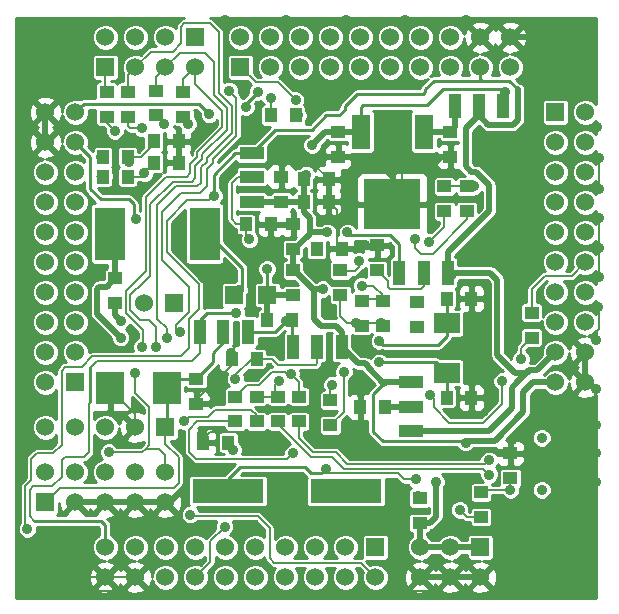
<source format=gbl>
G04 (created by PCBNEW (2013-07-07 BZR 4022)-stable) date 2015/10/09 5:51:01*
%MOIN*%
G04 Gerber Fmt 3.4, Leading zero omitted, Abs format*
%FSLAX34Y34*%
G01*
G70*
G90*
G04 APERTURE LIST*
%ADD10C,0.00393701*%
%ADD11R,0.0629921X0.11811*%
%ADD12R,0.19X0.165*%
%ADD13R,0.0590551X0.0590551*%
%ADD14R,0.0944882X0.1063*%
%ADD15R,0.0393701X0.0787402*%
%ADD16R,0.0787402X0.0393701*%
%ADD17R,0.06X0.06*%
%ADD18C,0.06*%
%ADD19C,0.177165*%
%ADD20R,0.0393701X0.045*%
%ADD21R,0.045X0.0393701*%
%ADD22R,0.102362X0.177165*%
%ADD23R,0.23622X0.0787402*%
%ADD24R,0.0866142X0.0669291*%
%ADD25C,0.0354*%
%ADD26C,0.035*%
%ADD27C,0.005*%
%ADD28C,0.01*%
%ADD29C,0.02*%
G04 APERTURE END LIST*
G54D10*
G54D11*
X40005Y-23645D03*
X42120Y-23645D03*
G54D12*
X41062Y-26061D03*
G54D13*
X35787Y-29094D03*
X36889Y-29094D03*
G54D14*
X31653Y-32204D03*
X33543Y-32204D03*
G54D15*
X38543Y-30826D03*
X39370Y-30826D03*
X37755Y-30826D03*
G54D16*
X41692Y-32834D03*
X41692Y-32007D03*
X41692Y-33622D03*
X36377Y-25157D03*
X36377Y-25984D03*
X36377Y-24370D03*
G54D15*
X42125Y-28346D03*
X41299Y-28346D03*
X42913Y-28346D03*
X35433Y-30314D03*
X36259Y-30314D03*
X34645Y-30314D03*
X43937Y-22795D03*
X44763Y-22795D03*
X43149Y-22795D03*
G54D17*
X29500Y-36000D03*
G54D18*
X29500Y-35000D03*
X30500Y-36000D03*
X30500Y-35000D03*
X31500Y-36000D03*
X31500Y-35000D03*
X32500Y-36000D03*
X32500Y-35000D03*
X33500Y-36000D03*
X33500Y-35000D03*
G54D17*
X33500Y-33500D03*
G54D18*
X32500Y-33500D03*
X31500Y-33500D03*
X30500Y-33500D03*
X29500Y-33500D03*
G54D17*
X34500Y-20500D03*
G54D18*
X33500Y-20500D03*
X32500Y-20500D03*
X31500Y-20500D03*
G54D17*
X31500Y-21500D03*
G54D18*
X32500Y-21500D03*
X33500Y-21500D03*
X34500Y-21500D03*
G54D17*
X33767Y-29370D03*
G54D18*
X32767Y-29370D03*
G54D17*
X36000Y-21500D03*
G54D18*
X36000Y-20500D03*
X37000Y-21500D03*
X37000Y-20500D03*
X38000Y-21500D03*
X38000Y-20500D03*
X39000Y-21500D03*
X39000Y-20500D03*
X40000Y-21500D03*
X40000Y-20500D03*
X41000Y-21500D03*
X41000Y-20500D03*
X42000Y-21500D03*
X42000Y-20500D03*
X43000Y-21500D03*
X43000Y-20500D03*
X44000Y-21500D03*
X44000Y-20500D03*
X45000Y-21500D03*
X45000Y-20500D03*
G54D17*
X30500Y-32000D03*
G54D18*
X29500Y-32000D03*
X30500Y-31000D03*
X29500Y-31000D03*
X30500Y-30000D03*
X29500Y-30000D03*
X30500Y-29000D03*
X29500Y-29000D03*
X30500Y-28000D03*
X29500Y-28000D03*
X30500Y-27000D03*
X29500Y-27000D03*
X30500Y-26000D03*
X29500Y-26000D03*
X30500Y-25000D03*
X29500Y-25000D03*
X30500Y-24000D03*
X29500Y-24000D03*
X30500Y-23000D03*
X29500Y-23000D03*
G54D17*
X46500Y-23000D03*
G54D18*
X47500Y-23000D03*
X46500Y-24000D03*
X47500Y-24000D03*
X46500Y-25000D03*
X47500Y-25000D03*
X46500Y-26000D03*
X47500Y-26000D03*
X46500Y-27000D03*
X47500Y-27000D03*
X46500Y-28000D03*
X47500Y-28000D03*
X46500Y-29000D03*
X47500Y-29000D03*
X46500Y-30000D03*
X47500Y-30000D03*
X46500Y-31000D03*
X47500Y-31000D03*
X46500Y-32000D03*
X47500Y-32000D03*
G54D17*
X40500Y-37500D03*
G54D18*
X40500Y-38500D03*
X39500Y-37500D03*
X39500Y-38500D03*
X38500Y-37500D03*
X38500Y-38500D03*
X37500Y-37500D03*
X37500Y-38500D03*
X36500Y-37500D03*
X36500Y-38500D03*
X35500Y-37500D03*
X35500Y-38500D03*
X34500Y-37500D03*
X34500Y-38500D03*
X33500Y-37500D03*
X33500Y-38500D03*
X32500Y-37500D03*
X32500Y-38500D03*
X31500Y-37500D03*
X31500Y-38500D03*
G54D19*
X46456Y-37795D03*
X29921Y-21259D03*
X46456Y-21259D03*
X29921Y-37795D03*
G54D20*
X40826Y-32834D03*
X40000Y-32834D03*
X36535Y-31220D03*
X35708Y-31220D03*
X35590Y-34015D03*
X34763Y-34015D03*
X36181Y-26732D03*
X37007Y-26732D03*
G54D21*
X37755Y-27559D03*
X37755Y-26732D03*
X31811Y-28543D03*
X31811Y-29370D03*
X33188Y-22283D03*
X33188Y-23110D03*
X34094Y-22322D03*
X34094Y-23149D03*
X39330Y-28267D03*
X39330Y-29094D03*
X45000Y-35196D03*
X45000Y-34370D03*
X44015Y-36496D03*
X44015Y-35669D03*
X37952Y-32480D03*
X37952Y-33307D03*
X37244Y-32480D03*
X37244Y-33307D03*
X34527Y-31889D03*
X34527Y-32716D03*
G54D20*
X33110Y-24685D03*
X33937Y-24685D03*
X33110Y-23976D03*
X33937Y-23976D03*
G54D21*
X39000Y-32606D03*
X39000Y-33433D03*
X43543Y-26299D03*
X43543Y-25472D03*
X42795Y-26299D03*
X42795Y-25472D03*
X40551Y-28267D03*
X40551Y-27440D03*
X40039Y-29291D03*
X40039Y-30118D03*
X40748Y-29291D03*
X40748Y-30118D03*
X41889Y-29330D03*
X41889Y-30157D03*
G54D20*
X39370Y-27559D03*
X38543Y-27559D03*
G54D21*
X37362Y-25984D03*
X37362Y-25157D03*
G54D20*
X38110Y-25984D03*
X38937Y-25984D03*
X37834Y-23110D03*
X37007Y-23110D03*
G54D21*
X39251Y-23661D03*
X39251Y-24488D03*
G54D20*
X38110Y-25236D03*
X38937Y-25236D03*
G54D21*
X42992Y-23661D03*
X42992Y-24488D03*
X32244Y-22322D03*
X32244Y-23149D03*
X31535Y-22322D03*
X31535Y-23149D03*
G54D20*
X42874Y-29212D03*
X43700Y-29212D03*
X42874Y-32519D03*
X43700Y-32519D03*
G54D22*
X31653Y-27047D03*
X34803Y-27047D03*
G54D21*
X37755Y-29094D03*
X37755Y-28267D03*
G54D20*
X36889Y-29921D03*
X37716Y-29921D03*
G54D21*
X36535Y-32480D03*
X36535Y-33307D03*
X35826Y-32480D03*
X35826Y-33307D03*
X41968Y-36692D03*
X41968Y-35866D03*
G54D20*
X32244Y-25157D03*
X31417Y-25157D03*
X32244Y-24488D03*
X31417Y-24488D03*
G54D21*
X45708Y-30511D03*
X45708Y-29685D03*
G54D17*
X44000Y-37500D03*
G54D18*
X44000Y-38500D03*
X43000Y-37500D03*
X43000Y-38500D03*
X42000Y-37500D03*
X42000Y-38500D03*
G54D23*
X35590Y-35629D03*
X39527Y-35629D03*
G54D24*
X42874Y-31692D03*
X42874Y-30039D03*
G54D25*
X46042Y-35590D03*
X46042Y-33858D03*
G54D26*
X31614Y-34330D03*
X32480Y-31692D03*
X42283Y-27322D03*
X41811Y-27244D03*
X39960Y-27952D03*
X35472Y-36811D03*
X41850Y-35236D03*
X38858Y-34881D03*
X35748Y-34251D03*
X35708Y-35551D03*
X39527Y-35629D03*
X40629Y-31338D03*
X40629Y-30629D03*
X32283Y-24645D03*
X32795Y-25039D03*
X37283Y-31968D03*
X37677Y-31732D03*
X44724Y-31968D03*
X42322Y-32440D03*
X45354Y-31220D03*
X39055Y-32086D03*
X37834Y-22598D03*
X33976Y-30314D03*
X35629Y-22283D03*
X33543Y-30511D03*
X33188Y-30826D03*
X32716Y-30826D03*
X35944Y-28937D03*
X44291Y-34606D03*
X44291Y-35078D03*
X32007Y-30511D03*
X36889Y-28228D03*
X40551Y-28267D03*
X35826Y-31889D03*
X36299Y-27244D03*
X40866Y-32874D03*
X32007Y-29960D03*
X31811Y-23622D03*
X32716Y-23543D03*
X37007Y-22519D03*
X41929Y-35787D03*
X43307Y-36259D03*
X45000Y-35590D03*
X33464Y-23385D03*
X34251Y-23385D03*
X31456Y-25118D03*
X31338Y-24488D03*
X34330Y-36417D03*
X34133Y-33307D03*
X37755Y-34370D03*
X41889Y-30118D03*
X38503Y-27480D03*
X40039Y-28779D03*
X42519Y-35314D03*
X43503Y-34015D03*
X36181Y-22834D03*
X36574Y-22322D03*
X34960Y-23070D03*
X39566Y-27007D03*
X38897Y-27007D03*
X44803Y-22322D03*
X37913Y-23110D03*
X35866Y-29685D03*
X38188Y-25078D03*
X38740Y-28897D03*
X38385Y-24094D03*
X32519Y-26574D03*
X28897Y-36889D03*
X37519Y-29960D03*
X35118Y-25787D03*
X39448Y-31653D03*
X39842Y-30039D03*
X43779Y-25472D03*
X41889Y-29330D03*
X40669Y-30039D03*
X39763Y-34409D03*
X40944Y-34409D03*
X41614Y-34409D03*
X40236Y-34370D03*
X37952Y-35354D03*
X40669Y-36889D03*
X36181Y-23464D03*
X33897Y-26850D03*
X35669Y-28503D03*
X36417Y-28464D03*
X37125Y-30866D03*
X36496Y-31771D03*
X38897Y-29527D03*
X36417Y-29645D03*
X36968Y-27440D03*
X31653Y-32204D03*
X45039Y-25354D03*
X44094Y-24212D03*
X47952Y-27519D03*
X47874Y-23503D03*
X41377Y-24803D03*
X28700Y-37401D03*
X28740Y-33858D03*
X28740Y-32677D03*
X28740Y-31496D03*
X28740Y-30314D03*
X28740Y-29133D03*
X28740Y-27952D03*
X28740Y-26771D03*
X28740Y-25590D03*
X28740Y-24409D03*
X28740Y-23228D03*
X28740Y-22047D03*
X28661Y-35118D03*
X40157Y-27440D03*
X34448Y-34881D03*
X30866Y-20078D03*
X43503Y-19921D03*
X41496Y-19921D03*
X39527Y-19921D03*
X37519Y-19921D03*
X35472Y-19921D03*
X47952Y-24527D03*
X47952Y-25551D03*
X47952Y-26535D03*
X47952Y-28503D03*
X47913Y-29488D03*
X47834Y-30590D03*
X47834Y-32244D03*
X47834Y-33425D03*
X47834Y-34370D03*
X47834Y-35314D03*
X45669Y-38976D03*
X44488Y-38976D03*
X42519Y-38976D03*
X41141Y-38976D03*
X38976Y-38976D03*
X37007Y-38976D03*
X35039Y-38976D03*
X33070Y-38976D03*
X31889Y-38976D03*
X31102Y-38976D03*
X45039Y-33937D03*
X37598Y-23937D03*
X37165Y-24370D03*
X34842Y-23543D03*
X34724Y-33740D03*
X34527Y-32677D03*
X39960Y-31771D03*
X38661Y-34015D03*
X35669Y-31023D03*
X40118Y-30984D03*
X38385Y-24606D03*
G54D27*
X32716Y-34330D02*
X32834Y-34212D01*
X31614Y-34330D02*
X32716Y-34330D01*
X32834Y-34212D02*
X32952Y-34094D01*
X32480Y-32362D02*
X32480Y-31692D01*
X32952Y-32834D02*
X32480Y-32362D01*
X32952Y-34094D02*
X32952Y-32834D01*
X33500Y-35000D02*
X33500Y-34444D01*
X33267Y-34212D02*
X32834Y-34212D01*
X33500Y-34444D02*
X33267Y-34212D01*
X42283Y-27322D02*
X42795Y-26811D01*
X42795Y-26811D02*
X42795Y-26299D01*
X43543Y-26299D02*
X43543Y-26574D01*
X41811Y-27519D02*
X41811Y-27244D01*
X42007Y-27716D02*
X41811Y-27519D01*
X42401Y-27716D02*
X42007Y-27716D01*
X43543Y-26574D02*
X42401Y-27716D01*
X39803Y-28307D02*
X39370Y-28307D01*
X39330Y-28267D02*
X39370Y-28307D01*
X39960Y-27952D02*
X39960Y-28149D01*
X39960Y-28149D02*
X39803Y-28307D01*
X34500Y-38500D02*
X35000Y-38000D01*
X35000Y-37283D02*
X35472Y-36811D01*
X35000Y-38000D02*
X35000Y-37283D01*
X39763Y-35039D02*
X41259Y-35039D01*
X41456Y-35236D02*
X41850Y-35236D01*
X39763Y-35039D02*
X38661Y-35039D01*
X41259Y-35039D02*
X41456Y-35236D01*
G54D28*
X38661Y-35039D02*
X38346Y-35039D01*
G54D27*
X35590Y-35236D02*
X35590Y-35629D01*
G54D28*
X35984Y-34842D02*
X35590Y-35236D01*
X38149Y-34842D02*
X35984Y-34842D01*
X38346Y-35039D02*
X38149Y-34842D01*
G54D27*
X38700Y-35039D02*
X38661Y-35039D01*
G54D28*
X38858Y-34881D02*
X38700Y-35039D01*
X35590Y-34015D02*
X35748Y-34173D01*
G54D27*
X35748Y-34173D02*
X35748Y-34251D01*
X35708Y-35551D02*
X35669Y-35551D01*
X35669Y-35551D02*
X35590Y-35629D01*
G54D28*
X42874Y-31692D02*
X42519Y-31338D01*
X42519Y-31338D02*
X40629Y-31338D01*
X42874Y-31692D02*
X42874Y-32519D01*
X42598Y-30748D02*
X40748Y-30748D01*
X42598Y-30748D02*
X42874Y-30472D01*
X42874Y-30039D02*
X42874Y-30472D01*
X40748Y-30748D02*
X40629Y-30629D01*
X42874Y-29212D02*
X42874Y-30039D01*
G54D27*
X32244Y-24488D02*
X32677Y-24488D01*
X33110Y-24055D02*
X33110Y-23976D01*
X32677Y-24488D02*
X33110Y-24055D01*
X32244Y-24606D02*
X32244Y-24488D01*
X32283Y-24645D02*
X32244Y-24606D01*
X32795Y-25039D02*
X32795Y-25000D01*
X32795Y-25000D02*
X33110Y-24685D01*
X32677Y-25157D02*
X32244Y-25157D01*
X32795Y-25039D02*
X32677Y-25157D01*
X37244Y-32480D02*
X36535Y-32480D01*
X37165Y-32401D02*
X37244Y-32480D01*
X37165Y-32086D02*
X37165Y-32401D01*
X37283Y-31968D02*
X37165Y-32086D01*
X37677Y-31732D02*
X37559Y-31732D01*
X36220Y-32086D02*
X35826Y-32480D01*
X36614Y-32086D02*
X36220Y-32086D01*
X37047Y-31653D02*
X36614Y-32086D01*
X37480Y-31653D02*
X37047Y-31653D01*
X37559Y-31732D02*
X37480Y-31653D01*
X37952Y-32007D02*
X37952Y-32480D01*
X37677Y-31732D02*
X37952Y-32007D01*
X45708Y-30511D02*
X45354Y-30866D01*
X44724Y-32716D02*
X44724Y-31968D01*
X42322Y-32440D02*
X42440Y-32559D01*
X42440Y-32559D02*
X42440Y-32834D01*
X42440Y-32834D02*
X42952Y-33346D01*
X42952Y-33346D02*
X44094Y-33346D01*
X44094Y-33346D02*
X44724Y-32716D01*
X45354Y-31220D02*
X45354Y-30866D01*
X39000Y-32606D02*
X39000Y-32141D01*
X39000Y-32141D02*
X39055Y-32086D01*
X36507Y-22007D02*
X36000Y-21500D01*
X37244Y-22007D02*
X36507Y-22007D01*
X37834Y-22598D02*
X37244Y-22007D01*
X35866Y-23779D02*
X35866Y-22519D01*
X33976Y-30314D02*
X33897Y-30314D01*
X35078Y-24566D02*
X35866Y-23779D01*
X35078Y-24685D02*
X35078Y-24566D01*
X34881Y-24881D02*
X35078Y-24685D01*
X34881Y-25472D02*
X34881Y-24881D01*
X34645Y-25708D02*
X34881Y-25472D01*
X34015Y-25708D02*
X34645Y-25708D01*
X33385Y-26338D02*
X34015Y-25708D01*
X33385Y-27913D02*
X33385Y-26338D01*
X34291Y-28818D02*
X33385Y-27913D01*
X34291Y-29645D02*
X34291Y-28818D01*
X33858Y-30078D02*
X34291Y-29645D01*
X33858Y-30275D02*
X33858Y-30078D01*
X33897Y-30314D02*
X33858Y-30275D01*
X35866Y-22519D02*
X35629Y-22283D01*
X31500Y-21500D02*
X31500Y-22287D01*
X31500Y-22287D02*
X31535Y-22322D01*
X34685Y-24842D02*
X34685Y-25354D01*
X32500Y-21500D02*
X33015Y-20984D01*
X34881Y-24645D02*
X34685Y-24842D01*
X34881Y-24527D02*
X34881Y-24645D01*
X35708Y-23700D02*
X34881Y-24527D01*
X35708Y-22795D02*
X35708Y-23700D01*
X35275Y-22362D02*
X35708Y-22795D01*
X35275Y-20314D02*
X35275Y-22362D01*
X35000Y-20039D02*
X35275Y-20314D01*
X34133Y-20039D02*
X35000Y-20039D01*
X34015Y-20157D02*
X34133Y-20039D01*
X34015Y-20708D02*
X34015Y-20157D01*
X33740Y-20984D02*
X34015Y-20708D01*
X33015Y-20984D02*
X33740Y-20984D01*
X33543Y-30196D02*
X33543Y-30511D01*
X33228Y-29881D02*
X33543Y-30196D01*
X33228Y-26102D02*
X33228Y-29881D01*
X33858Y-25472D02*
X33228Y-26102D01*
X34566Y-25472D02*
X33858Y-25472D01*
X34685Y-25354D02*
X34566Y-25472D01*
X32500Y-21500D02*
X32244Y-21755D01*
X32244Y-21755D02*
X32244Y-22322D01*
X34488Y-24803D02*
X34488Y-25196D01*
X35551Y-22874D02*
X35551Y-23582D01*
X35551Y-23582D02*
X34724Y-24409D01*
X34724Y-24409D02*
X34724Y-24566D01*
X34724Y-24566D02*
X34488Y-24803D01*
X33500Y-21500D02*
X33976Y-21023D01*
X35118Y-21338D02*
X35118Y-22440D01*
X34803Y-21023D02*
X35118Y-21338D01*
X33976Y-21023D02*
X34803Y-21023D01*
X35118Y-22440D02*
X35551Y-22874D01*
X33188Y-30157D02*
X33188Y-30826D01*
X32952Y-29921D02*
X33188Y-30157D01*
X32637Y-29921D02*
X32952Y-29921D01*
X32322Y-29606D02*
X32637Y-29921D01*
X32322Y-29094D02*
X32322Y-29606D01*
X32559Y-28858D02*
X32322Y-29094D01*
X32598Y-28858D02*
X32559Y-28858D01*
X32992Y-28464D02*
X32598Y-28858D01*
X32992Y-26062D02*
X32992Y-28464D01*
X33740Y-25314D02*
X32992Y-26062D01*
X34370Y-25314D02*
X33740Y-25314D01*
X34488Y-25196D02*
X34370Y-25314D01*
X33500Y-21500D02*
X33188Y-21811D01*
X33188Y-21811D02*
X33188Y-22283D01*
X34500Y-22059D02*
X34500Y-21500D01*
X34330Y-24724D02*
X34330Y-25039D01*
X34566Y-24488D02*
X34330Y-24724D01*
X34566Y-24330D02*
X34566Y-24488D01*
X35393Y-23503D02*
X34566Y-24330D01*
X35393Y-22952D02*
X35393Y-23503D01*
X34500Y-22059D02*
X35393Y-22952D01*
X32755Y-30275D02*
X32172Y-29692D01*
X32172Y-29692D02*
X32172Y-28968D01*
X32172Y-28968D02*
X32834Y-28307D01*
X32834Y-28307D02*
X32834Y-25826D01*
X32834Y-25826D02*
X33503Y-25157D01*
X33503Y-25157D02*
X34212Y-25157D01*
X34212Y-25157D02*
X34330Y-25039D01*
X32755Y-30787D02*
X32755Y-30275D01*
X32716Y-30826D02*
X32755Y-30787D01*
X34500Y-21500D02*
X34094Y-21905D01*
X34094Y-21905D02*
X34094Y-22322D01*
G54D28*
X34803Y-27047D02*
X34921Y-27047D01*
X36062Y-28818D02*
X35787Y-29094D01*
X36062Y-28188D02*
X36062Y-28818D01*
X34921Y-27047D02*
X36062Y-28188D01*
G54D27*
X35944Y-28937D02*
X35787Y-29094D01*
G54D28*
X34803Y-27047D02*
X34803Y-27086D01*
G54D27*
X34803Y-27047D02*
X34803Y-27244D01*
X35826Y-29055D02*
X35787Y-29094D01*
X43732Y-34731D02*
X44165Y-34731D01*
X39574Y-34731D02*
X39559Y-34716D01*
X39559Y-34716D02*
X39173Y-34330D01*
X39173Y-34330D02*
X38425Y-34330D01*
X41676Y-34731D02*
X43732Y-34731D01*
X37952Y-33307D02*
X37952Y-33858D01*
X38425Y-34330D02*
X37952Y-33858D01*
X41676Y-34731D02*
X39574Y-34731D01*
X44165Y-34731D02*
X44291Y-34606D01*
X43700Y-34881D02*
X44094Y-34881D01*
X38346Y-34488D02*
X39055Y-34488D01*
X37244Y-33385D02*
X38346Y-34488D01*
X37244Y-33464D02*
X37244Y-33385D01*
X41574Y-34881D02*
X43700Y-34881D01*
X39448Y-34881D02*
X39055Y-34488D01*
X41574Y-34881D02*
X39448Y-34881D01*
X44094Y-34881D02*
X44291Y-35078D01*
G54D29*
X31220Y-28897D02*
X31299Y-28818D01*
X31299Y-28818D02*
X31535Y-28818D01*
X31811Y-28543D02*
X31535Y-28818D01*
X31220Y-29724D02*
X31220Y-28897D01*
X32007Y-30511D02*
X31220Y-29724D01*
X31811Y-28543D02*
X31811Y-27204D01*
G54D27*
X31811Y-27204D02*
X31653Y-27047D01*
G54D29*
X36889Y-29094D02*
X36889Y-29921D01*
X36889Y-29094D02*
X37755Y-29094D01*
G54D28*
X36889Y-29094D02*
X36889Y-28228D01*
G54D27*
X40984Y-28897D02*
X40905Y-28818D01*
X40905Y-28622D02*
X40551Y-28267D01*
X40905Y-28818D02*
X40905Y-28622D01*
X40551Y-28267D02*
X40551Y-28307D01*
X42125Y-28779D02*
X42125Y-28346D01*
X42007Y-28897D02*
X42125Y-28779D01*
X40984Y-28897D02*
X42007Y-28897D01*
X36535Y-31220D02*
X36377Y-31220D01*
X35826Y-31771D02*
X35826Y-31889D01*
X36377Y-31220D02*
X35826Y-31771D01*
X38503Y-31417D02*
X37244Y-31417D01*
X38543Y-31377D02*
X38503Y-31417D01*
X38543Y-30826D02*
X38543Y-31377D01*
X37047Y-31220D02*
X36535Y-31220D01*
X37244Y-31417D02*
X37047Y-31220D01*
X36181Y-27125D02*
X36181Y-26732D01*
X36299Y-27244D02*
X36181Y-27125D01*
X36181Y-26732D02*
X36023Y-26732D01*
X36377Y-25157D02*
X35905Y-25157D01*
X35866Y-26732D02*
X36181Y-26732D01*
X35708Y-26574D02*
X35866Y-26732D01*
X35708Y-25354D02*
X35708Y-26574D01*
X35905Y-25157D02*
X35708Y-25354D01*
G54D29*
X40826Y-32834D02*
X41692Y-32834D01*
G54D27*
X40866Y-32874D02*
X40826Y-32834D01*
G54D29*
X31811Y-29763D02*
X31811Y-29370D01*
X32007Y-29960D02*
X31811Y-29763D01*
G54D27*
X31535Y-23149D02*
X31535Y-23346D01*
X31535Y-23346D02*
X31811Y-23622D01*
X32244Y-23149D02*
X32244Y-23464D01*
X32322Y-23543D02*
X32716Y-23543D01*
X32244Y-23464D02*
X32322Y-23543D01*
G54D28*
X32322Y-23149D02*
X32244Y-23149D01*
G54D27*
X37007Y-23110D02*
X37007Y-22519D01*
G54D29*
X43149Y-22795D02*
X43149Y-23503D01*
G54D27*
X43149Y-23503D02*
X42992Y-23661D01*
G54D29*
X42120Y-23645D02*
X42976Y-23645D01*
G54D27*
X42976Y-23645D02*
X42992Y-23661D01*
X41968Y-35826D02*
X41968Y-35866D01*
X41929Y-35787D02*
X41968Y-35826D01*
X44015Y-36496D02*
X43543Y-36496D01*
X43543Y-36496D02*
X43307Y-36259D01*
X44015Y-35669D02*
X44094Y-35590D01*
X44094Y-35590D02*
X45000Y-35590D01*
X45000Y-35196D02*
X45000Y-35590D01*
X33188Y-23110D02*
X33464Y-23385D01*
X34094Y-23149D02*
X34251Y-23307D01*
X34251Y-23307D02*
X34251Y-23385D01*
X31456Y-25118D02*
X31417Y-25157D01*
X31417Y-25157D02*
X31377Y-25118D01*
X31377Y-25118D02*
X31220Y-25118D01*
X31259Y-25000D02*
X31417Y-25157D01*
X31338Y-24488D02*
X31417Y-24488D01*
X31456Y-24488D02*
X31417Y-24488D01*
X31417Y-24488D02*
X31220Y-24488D01*
X37125Y-38031D02*
X40031Y-38031D01*
X34330Y-36417D02*
X34370Y-36456D01*
X34370Y-36456D02*
X36574Y-36456D01*
X36574Y-36456D02*
X36968Y-36850D01*
X36968Y-36850D02*
X36968Y-37874D01*
X36968Y-37874D02*
X37125Y-38031D01*
X36535Y-33307D02*
X36535Y-33110D01*
X34291Y-33149D02*
X34133Y-33307D01*
X34921Y-33149D02*
X34291Y-33149D01*
X35157Y-32913D02*
X34921Y-33149D01*
X36338Y-32913D02*
X35157Y-32913D01*
X36535Y-33110D02*
X36338Y-32913D01*
X40031Y-38031D02*
X40500Y-38500D01*
X34527Y-34566D02*
X37559Y-34566D01*
X37559Y-34566D02*
X37755Y-34370D01*
X34291Y-34330D02*
X34527Y-34566D01*
X34291Y-34330D02*
X34291Y-33582D01*
X34291Y-33582D02*
X34566Y-33307D01*
X34566Y-33307D02*
X35826Y-33307D01*
X45708Y-29685D02*
X45708Y-28897D01*
X47035Y-28464D02*
X47500Y-28000D01*
X46141Y-28464D02*
X47035Y-28464D01*
X45708Y-28897D02*
X46141Y-28464D01*
X41889Y-30118D02*
X41889Y-30157D01*
X38543Y-27519D02*
X38543Y-27559D01*
X38503Y-27480D02*
X38543Y-27519D01*
X40748Y-29291D02*
X40748Y-29094D01*
X40433Y-28779D02*
X40039Y-28779D01*
X40748Y-29094D02*
X40433Y-28779D01*
X40748Y-29212D02*
X40039Y-29212D01*
G54D28*
X43503Y-34015D02*
X43464Y-33976D01*
X40433Y-33661D02*
X40433Y-32401D01*
X40748Y-33976D02*
X40433Y-33661D01*
X42834Y-33976D02*
X40748Y-33976D01*
X40433Y-32401D02*
X40826Y-32007D01*
X43464Y-33976D02*
X42834Y-33976D01*
G54D29*
X42322Y-36692D02*
X42519Y-36496D01*
X42519Y-36496D02*
X42519Y-35314D01*
X41968Y-36692D02*
X42322Y-36692D01*
X43562Y-33956D02*
X44468Y-33956D01*
X43503Y-34015D02*
X43562Y-33956D01*
G54D28*
X42204Y-22755D02*
X42734Y-22225D01*
X44745Y-22225D02*
X42734Y-22225D01*
G54D27*
X44763Y-22244D02*
X44745Y-22225D01*
X44763Y-22795D02*
X44763Y-22244D01*
G54D28*
X40005Y-22829D02*
X40005Y-23645D01*
X40078Y-22755D02*
X40005Y-22829D01*
X42204Y-22755D02*
X40078Y-22755D01*
X30783Y-22716D02*
X34606Y-22716D01*
X34606Y-22716D02*
X34960Y-23070D01*
X30500Y-23000D02*
X30783Y-22716D01*
G54D27*
X36181Y-22716D02*
X36181Y-22834D01*
G54D28*
X36574Y-22322D02*
X36181Y-22716D01*
G54D29*
X40157Y-31377D02*
X40236Y-31456D01*
X40236Y-31456D02*
X40236Y-31496D01*
X40236Y-31496D02*
X40787Y-32047D01*
X40787Y-32047D02*
X40826Y-32007D01*
X39370Y-30826D02*
X39921Y-31377D01*
X39921Y-31377D02*
X40157Y-31377D01*
X38307Y-27007D02*
X38307Y-27047D01*
X37795Y-27559D02*
X38307Y-27047D01*
G54D27*
X37795Y-27559D02*
X37755Y-27559D01*
G54D29*
X38110Y-25984D02*
X38110Y-26338D01*
G54D27*
X39606Y-27086D02*
X39606Y-27047D01*
G54D28*
X40984Y-27086D02*
X39606Y-27086D01*
X41299Y-27401D02*
X41299Y-28346D01*
X40984Y-27086D02*
X41299Y-27401D01*
G54D27*
X39606Y-27047D02*
X39566Y-27007D01*
G54D29*
X38897Y-27007D02*
X38307Y-27007D01*
X38307Y-26535D02*
X38307Y-27007D01*
X38110Y-26338D02*
X38307Y-26535D01*
X38464Y-28937D02*
X38464Y-29881D01*
X39370Y-30314D02*
X39370Y-30826D01*
X39173Y-30118D02*
X39370Y-30314D01*
X38700Y-30118D02*
X39173Y-30118D01*
X38464Y-29881D02*
X38700Y-30118D01*
G54D28*
X29133Y-36614D02*
X31338Y-36614D01*
G54D27*
X28976Y-36456D02*
X29133Y-36614D01*
X30944Y-34330D02*
X30787Y-34488D01*
X34645Y-31023D02*
X34370Y-31299D01*
X34370Y-31299D02*
X31220Y-31299D01*
X31220Y-31299D02*
X30984Y-31535D01*
G54D28*
X30984Y-31535D02*
X30984Y-32677D01*
G54D27*
X30984Y-32677D02*
X30944Y-32716D01*
X30944Y-32716D02*
X30944Y-34330D01*
X34645Y-30314D02*
X34645Y-31023D01*
X28976Y-35590D02*
X28976Y-36456D01*
X29094Y-35472D02*
X28976Y-35590D01*
X29724Y-35472D02*
X29094Y-35472D01*
X30039Y-35157D02*
X29724Y-35472D01*
X30039Y-34606D02*
X30039Y-35157D01*
X30157Y-34488D02*
X30039Y-34606D01*
X30787Y-34488D02*
X30157Y-34488D01*
G54D28*
X31500Y-36775D02*
X31500Y-37500D01*
X31338Y-36614D02*
X31500Y-36775D01*
G54D29*
X46500Y-32000D02*
X45755Y-32000D01*
X45755Y-32000D02*
X45433Y-32322D01*
X45433Y-32322D02*
X45433Y-32992D01*
X45433Y-32992D02*
X44468Y-33956D01*
G54D27*
X44763Y-22795D02*
X44763Y-22362D01*
X44763Y-22362D02*
X44803Y-22322D01*
G54D29*
X41968Y-36692D02*
X41968Y-37468D01*
G54D27*
X41968Y-37468D02*
X42000Y-37500D01*
X37913Y-23110D02*
X37834Y-23110D01*
X34645Y-30314D02*
X34645Y-29921D01*
G54D28*
X34881Y-29685D02*
X35866Y-29685D01*
X34645Y-29921D02*
X34881Y-29685D01*
G54D27*
X38110Y-25157D02*
X38110Y-25236D01*
X38188Y-25078D02*
X38110Y-25157D01*
X38503Y-28897D02*
X38464Y-28937D01*
G54D29*
X38740Y-28897D02*
X38503Y-28897D01*
X37362Y-25984D02*
X36377Y-25984D01*
X43000Y-37500D02*
X44000Y-37500D01*
X42000Y-37500D02*
X43000Y-37500D01*
X41692Y-32007D02*
X40826Y-32007D01*
G54D27*
X37795Y-28267D02*
X37755Y-28267D01*
G54D29*
X38464Y-28937D02*
X37795Y-28267D01*
G54D27*
X39370Y-31023D02*
X39370Y-30511D01*
G54D29*
X38818Y-23661D02*
X39251Y-23661D01*
X38385Y-24094D02*
X38818Y-23661D01*
G54D27*
X38110Y-25944D02*
X38110Y-25984D01*
X38110Y-26062D02*
X38031Y-25984D01*
X37401Y-25984D02*
X37362Y-26023D01*
G54D29*
X38031Y-25984D02*
X37401Y-25984D01*
X38110Y-26062D02*
X38110Y-25314D01*
X37755Y-28267D02*
X37755Y-27559D01*
X40005Y-23645D02*
X39267Y-23645D01*
G54D27*
X39267Y-23645D02*
X39251Y-23661D01*
G54D29*
X44566Y-28582D02*
X44330Y-28346D01*
X45644Y-31600D02*
X45551Y-31692D01*
X45551Y-31692D02*
X45157Y-31692D01*
X45157Y-31692D02*
X44566Y-31102D01*
X44566Y-31102D02*
X44566Y-28582D01*
X45900Y-31600D02*
X45644Y-31600D01*
X44330Y-28346D02*
X42913Y-28346D01*
X46500Y-31000D02*
X45900Y-31600D01*
X43070Y-28503D02*
X42913Y-28346D01*
X45222Y-32007D02*
X45629Y-31600D01*
X41692Y-33622D02*
X44291Y-33622D01*
X45037Y-32876D02*
X44291Y-33622D01*
X45037Y-32192D02*
X45222Y-32007D01*
X45037Y-32876D02*
X45037Y-32192D01*
X45629Y-31600D02*
X45900Y-31600D01*
G54D28*
X32440Y-26062D02*
X32440Y-26496D01*
X32440Y-26062D02*
X32283Y-25905D01*
X32283Y-25905D02*
X31338Y-25905D01*
X31000Y-25566D02*
X31000Y-24500D01*
X31338Y-25905D02*
X31000Y-25566D01*
X31000Y-24500D02*
X30500Y-24000D01*
X32440Y-26496D02*
X32519Y-26574D01*
G54D29*
X44079Y-25220D02*
X44300Y-25441D01*
X42913Y-27677D02*
X42913Y-28346D01*
X44295Y-26295D02*
X42913Y-27677D01*
X43937Y-23110D02*
X43503Y-23543D01*
X43503Y-23543D02*
X43503Y-24803D01*
X43503Y-24803D02*
X43700Y-25000D01*
X43700Y-25000D02*
X43858Y-25000D01*
X43858Y-25000D02*
X44079Y-25220D01*
X44300Y-25441D02*
X44300Y-26290D01*
G54D28*
X44300Y-26290D02*
X44295Y-26295D01*
X36259Y-30314D02*
X37165Y-30314D01*
X37165Y-30314D02*
X37519Y-29960D01*
G54D27*
X37519Y-29960D02*
X37716Y-29921D01*
X30039Y-31614D02*
X30039Y-34094D01*
X29015Y-35275D02*
X28818Y-35472D01*
X28818Y-35472D02*
X28818Y-36811D01*
X28818Y-36811D02*
X28897Y-36889D01*
X29015Y-34566D02*
X29015Y-35275D01*
X34291Y-30866D02*
X34015Y-31141D01*
X34606Y-29566D02*
X34291Y-29881D01*
X34291Y-29881D02*
X34291Y-30866D01*
X35118Y-25787D02*
X34960Y-25944D01*
X34606Y-28740D02*
X34606Y-29566D01*
X33543Y-27677D02*
X34606Y-28740D01*
X33543Y-26614D02*
X33543Y-27677D01*
X34212Y-25944D02*
X33543Y-26614D01*
X34960Y-25944D02*
X34212Y-25944D01*
X29212Y-34370D02*
X29015Y-34566D01*
X29763Y-34370D02*
X29212Y-34370D01*
X30039Y-34094D02*
X29763Y-34370D01*
X30157Y-31496D02*
X30039Y-31614D01*
X30708Y-31496D02*
X30157Y-31496D01*
X31062Y-31141D02*
X30708Y-31496D01*
X34015Y-31141D02*
X31062Y-31141D01*
G54D28*
X44000Y-21500D02*
X44000Y-21881D01*
X44000Y-21881D02*
X44087Y-21968D01*
X36377Y-24370D02*
X37165Y-23582D01*
X39488Y-22795D02*
X39883Y-22400D01*
X39488Y-22913D02*
X39488Y-22795D01*
X39291Y-23110D02*
X39488Y-22913D01*
X38858Y-23110D02*
X39291Y-23110D01*
X38385Y-23582D02*
X38858Y-23110D01*
X37165Y-23582D02*
X38385Y-23582D01*
G54D27*
X36417Y-30314D02*
X36259Y-30314D01*
X37559Y-29921D02*
X37716Y-29921D01*
X37519Y-29960D02*
X37559Y-29921D01*
G54D28*
X37716Y-29921D02*
X37716Y-30787D01*
G54D27*
X37716Y-30787D02*
X37755Y-30826D01*
X37716Y-29803D02*
X37716Y-29921D01*
X37755Y-29763D02*
X37716Y-29803D01*
G54D28*
X35829Y-24370D02*
X35118Y-25081D01*
X35118Y-25081D02*
X35118Y-25787D01*
X36377Y-24370D02*
X35829Y-24370D01*
G54D27*
X43937Y-22795D02*
X43937Y-23110D01*
G54D29*
X43937Y-23110D02*
X44251Y-23425D01*
X44251Y-23425D02*
X45074Y-23425D01*
X45074Y-23425D02*
X45236Y-23263D01*
X45236Y-23263D02*
X45236Y-22244D01*
G54D28*
X45236Y-22244D02*
X44960Y-21968D01*
X44960Y-21968D02*
X44087Y-21968D01*
X44087Y-21968D02*
X42440Y-21968D01*
X42440Y-21968D02*
X42165Y-22244D01*
X42165Y-22244D02*
X42165Y-22334D01*
X42165Y-22334D02*
X42100Y-22400D01*
X42100Y-22400D02*
X39883Y-22400D01*
G54D27*
X36535Y-24448D02*
X36496Y-24448D01*
X35433Y-30314D02*
X35433Y-30669D01*
G54D28*
X35078Y-31338D02*
X34527Y-31889D01*
X35078Y-31023D02*
X35078Y-31338D01*
X35433Y-30669D02*
X35078Y-31023D01*
G54D27*
X33500Y-34051D02*
X33500Y-33500D01*
X33937Y-34488D02*
X33500Y-34051D01*
X33937Y-35362D02*
X33937Y-34488D01*
X33788Y-35511D02*
X33937Y-35362D01*
X29988Y-35511D02*
X33788Y-35511D01*
X29500Y-36000D02*
X29988Y-35511D01*
G54D28*
X33543Y-32204D02*
X33543Y-33456D01*
G54D27*
X33543Y-33456D02*
X33500Y-33500D01*
G54D28*
X34527Y-31889D02*
X33858Y-31889D01*
G54D27*
X33858Y-31889D02*
X33543Y-32204D01*
X39000Y-33433D02*
X39448Y-32984D01*
X39842Y-30039D02*
X40039Y-30039D01*
X39448Y-32984D02*
X39448Y-31653D01*
X43543Y-25472D02*
X43779Y-25472D01*
X43543Y-25472D02*
X42795Y-25472D01*
X39330Y-29094D02*
X39330Y-29803D01*
X39566Y-30039D02*
X40039Y-30039D01*
X39330Y-29803D02*
X39566Y-30039D01*
X40669Y-30039D02*
X40748Y-30039D01*
X40039Y-30039D02*
X40748Y-30039D01*
G54D29*
X47500Y-31000D02*
X47500Y-32000D01*
X29500Y-23000D02*
X29500Y-24000D01*
G54D27*
X41614Y-34409D02*
X40944Y-34409D01*
X40000Y-32834D02*
X40000Y-34133D01*
X40000Y-34133D02*
X40236Y-34370D01*
X42559Y-34527D02*
X43425Y-34527D01*
X40275Y-34015D02*
X40433Y-34173D01*
X40433Y-34173D02*
X42204Y-34173D01*
X42204Y-34173D02*
X42559Y-34527D01*
X39685Y-34015D02*
X40275Y-34015D01*
X44881Y-34251D02*
X45000Y-34370D01*
X43700Y-34251D02*
X44881Y-34251D01*
X43425Y-34527D02*
X43700Y-34251D01*
X37952Y-35354D02*
X37952Y-36141D01*
X37952Y-36141D02*
X38385Y-36574D01*
X38385Y-36574D02*
X40354Y-36574D01*
X40354Y-36574D02*
X40669Y-36889D01*
X43700Y-32519D02*
X43700Y-32204D01*
X34763Y-34015D02*
X34763Y-33897D01*
X36141Y-33661D02*
X36614Y-34133D01*
X35000Y-33661D02*
X36141Y-33661D01*
X34763Y-33897D02*
X35000Y-33661D01*
X33897Y-27755D02*
X33897Y-26850D01*
X34645Y-28503D02*
X33897Y-27755D01*
X34803Y-28503D02*
X34645Y-28503D01*
X35669Y-28503D02*
X34803Y-28503D01*
X36417Y-29645D02*
X36417Y-28464D01*
X36338Y-28385D02*
X36417Y-28464D01*
X36850Y-27440D02*
X36338Y-27952D01*
X36850Y-27440D02*
X36968Y-27440D01*
X36338Y-27952D02*
X36338Y-28385D01*
X37125Y-30866D02*
X37125Y-30669D01*
X37125Y-30669D02*
X37244Y-30551D01*
X35708Y-31220D02*
X35708Y-30944D01*
X35866Y-30787D02*
X35866Y-30118D01*
X35708Y-30944D02*
X35866Y-30787D01*
X36338Y-29566D02*
X36417Y-29645D01*
X37007Y-26732D02*
X37007Y-27401D01*
X37007Y-27401D02*
X36968Y-27440D01*
X32500Y-33500D02*
X32500Y-33051D01*
X31653Y-32204D02*
X32500Y-33051D01*
X45039Y-25354D02*
X44094Y-24409D01*
X44094Y-24409D02*
X44094Y-24212D01*
X45039Y-25354D02*
X45039Y-24488D01*
X45866Y-24527D02*
X45039Y-25354D01*
X47952Y-24527D02*
X45866Y-24527D01*
X45787Y-21929D02*
X46456Y-21259D01*
X45787Y-23740D02*
X45787Y-21929D01*
X45039Y-24488D02*
X45787Y-23740D01*
X47244Y-27519D02*
X47047Y-27716D01*
X47952Y-27519D02*
X47244Y-27519D01*
X41062Y-26061D02*
X41377Y-25746D01*
X41377Y-25746D02*
X41377Y-24803D01*
X28740Y-31496D02*
X28740Y-32677D01*
X28740Y-29133D02*
X28740Y-30314D01*
X28740Y-26771D02*
X28740Y-27952D01*
X28740Y-24409D02*
X28740Y-25590D01*
X28740Y-22047D02*
X28740Y-23228D01*
X28582Y-35196D02*
X28661Y-35118D01*
X28582Y-37283D02*
X28582Y-35196D01*
X28582Y-37283D02*
X28700Y-37401D01*
X39370Y-27559D02*
X39212Y-27401D01*
X39212Y-26259D02*
X38937Y-25984D01*
X39212Y-27401D02*
X39212Y-26259D01*
X32500Y-38500D02*
X31500Y-38500D01*
X32500Y-38500D02*
X32641Y-38500D01*
X32952Y-36547D02*
X33500Y-36000D01*
X32952Y-38188D02*
X32952Y-36547D01*
X32641Y-38500D02*
X32952Y-38188D01*
X40157Y-27440D02*
X40551Y-27440D01*
X39370Y-27559D02*
X40433Y-27559D01*
X40433Y-27559D02*
X40551Y-27440D01*
X34291Y-34842D02*
X34409Y-34842D01*
G54D29*
X33645Y-36000D02*
X34173Y-35472D01*
G54D27*
X34173Y-35472D02*
X34173Y-34960D01*
X34173Y-34960D02*
X34291Y-34842D01*
X33500Y-36000D02*
X33645Y-36000D01*
X34409Y-34842D02*
X34448Y-34881D01*
X30866Y-20314D02*
X29921Y-21259D01*
X30866Y-20078D02*
X30866Y-20314D01*
X44000Y-20500D02*
X43503Y-20003D01*
X43503Y-20003D02*
X43503Y-19921D01*
X41496Y-19921D02*
X39527Y-19921D01*
X37519Y-19921D02*
X35472Y-19921D01*
X46456Y-21259D02*
X45696Y-20500D01*
G54D29*
X45696Y-20500D02*
X45000Y-20500D01*
G54D27*
X47952Y-25551D02*
X47952Y-24527D01*
X47952Y-28503D02*
X47952Y-26535D01*
X47952Y-29527D02*
X47913Y-29488D01*
X47952Y-30236D02*
X47952Y-29527D01*
X47834Y-30354D02*
X47952Y-30236D01*
X47834Y-30590D02*
X47834Y-30354D01*
X47834Y-33425D02*
X47834Y-32244D01*
X47834Y-35314D02*
X47834Y-34370D01*
X44488Y-38976D02*
X45669Y-38976D01*
X41141Y-38976D02*
X42519Y-38976D01*
X37007Y-38976D02*
X38976Y-38976D01*
X33070Y-38976D02*
X35039Y-38976D01*
X31102Y-38976D02*
X31889Y-38976D01*
X45000Y-34370D02*
X45000Y-33976D01*
X45000Y-33976D02*
X45039Y-33937D01*
X37244Y-24291D02*
X37165Y-24370D01*
X37480Y-24291D02*
X37244Y-24291D01*
X37598Y-24173D02*
X37480Y-24291D01*
X37598Y-23937D02*
X37598Y-24173D01*
X37362Y-24566D02*
X37362Y-25157D01*
X37165Y-24370D02*
X37362Y-24566D01*
X33976Y-24015D02*
X34370Y-24015D01*
X33976Y-24015D02*
X33937Y-23976D01*
X34370Y-24015D02*
X34842Y-23543D01*
X33937Y-24685D02*
X33937Y-23976D01*
X31500Y-38500D02*
X30625Y-38500D01*
X30625Y-38500D02*
X29921Y-37795D01*
X34527Y-32716D02*
X34527Y-32598D01*
X35708Y-31417D02*
X35708Y-31220D01*
X34527Y-32598D02*
X35708Y-31417D01*
X34763Y-34015D02*
X34763Y-33779D01*
X34763Y-33779D02*
X34724Y-33740D01*
X34527Y-32677D02*
X34527Y-32716D01*
X40000Y-32834D02*
X39842Y-31889D01*
X39842Y-31889D02*
X39960Y-31771D01*
G54D29*
X43000Y-38500D02*
X42000Y-38500D01*
X44000Y-38500D02*
X43000Y-38500D01*
G54D27*
X40000Y-33700D02*
X40000Y-32834D01*
X39685Y-34015D02*
X40000Y-33700D01*
X38661Y-34015D02*
X39685Y-34015D01*
X35669Y-31023D02*
X35708Y-31062D01*
X35708Y-31062D02*
X35708Y-31220D01*
X43700Y-32204D02*
X43700Y-31338D01*
X43700Y-31338D02*
X43346Y-30984D01*
X43700Y-29212D02*
X43700Y-30669D01*
X43346Y-30984D02*
X40118Y-30984D01*
X43385Y-30984D02*
X43346Y-30984D01*
X43700Y-30669D02*
X43385Y-30984D01*
X37007Y-26732D02*
X37755Y-26732D01*
X39251Y-24488D02*
X39645Y-24488D01*
X41062Y-25236D02*
X41062Y-26061D01*
X40826Y-25000D02*
X41062Y-25236D01*
X40157Y-25000D02*
X40826Y-25000D01*
X39645Y-24488D02*
X40157Y-25000D01*
X42992Y-24488D02*
X42795Y-24488D01*
X42795Y-24488D02*
X42322Y-24960D01*
X42322Y-24960D02*
X41299Y-24960D01*
X41299Y-24960D02*
X41062Y-25196D01*
X41062Y-25196D02*
X41062Y-26061D01*
X39251Y-24488D02*
X38503Y-24488D01*
X38503Y-24488D02*
X38385Y-24606D01*
X37362Y-24921D02*
X37362Y-25157D01*
X37677Y-24606D02*
X37362Y-24921D01*
X38937Y-25236D02*
X38937Y-25984D01*
X38385Y-24606D02*
X38385Y-24685D01*
X38385Y-24685D02*
X38937Y-25236D01*
G54D29*
X32500Y-36000D02*
X33500Y-36000D01*
X31500Y-36000D02*
X32500Y-36000D01*
X30500Y-36000D02*
X31500Y-36000D01*
G54D10*
G36*
X32777Y-34022D02*
X32710Y-34088D01*
X32644Y-34155D01*
X31893Y-34155D01*
X31889Y-34146D01*
X31798Y-34055D01*
X31679Y-34005D01*
X31549Y-34005D01*
X31430Y-34055D01*
X31338Y-34146D01*
X31289Y-34265D01*
X31289Y-34395D01*
X31338Y-34514D01*
X31384Y-34560D01*
X31245Y-34618D01*
X31118Y-34744D01*
X31050Y-34910D01*
X31049Y-35089D01*
X31118Y-35254D01*
X31200Y-35336D01*
X30799Y-35336D01*
X30881Y-35255D01*
X30949Y-35089D01*
X30950Y-34910D01*
X30881Y-34745D01*
X30797Y-34661D01*
X30854Y-34649D01*
X30854Y-34649D01*
X30911Y-34611D01*
X31068Y-34454D01*
X31106Y-34397D01*
X31119Y-34330D01*
X31119Y-33756D01*
X31244Y-33881D01*
X31410Y-33949D01*
X31589Y-33950D01*
X31754Y-33881D01*
X31881Y-33755D01*
X31949Y-33589D01*
X31949Y-33513D01*
X31956Y-33636D01*
X32018Y-33787D01*
X32114Y-33815D01*
X32429Y-33500D01*
X32114Y-33184D01*
X32018Y-33212D01*
X31948Y-33407D01*
X31881Y-33245D01*
X31755Y-33118D01*
X31589Y-33050D01*
X31410Y-33049D01*
X31245Y-33118D01*
X31119Y-33243D01*
X31119Y-32981D01*
X31131Y-32986D01*
X31540Y-32986D01*
X31603Y-32923D01*
X31603Y-32254D01*
X31595Y-32254D01*
X31595Y-32154D01*
X31603Y-32154D01*
X31603Y-32146D01*
X31703Y-32146D01*
X31703Y-32154D01*
X31711Y-32154D01*
X31711Y-32254D01*
X31703Y-32254D01*
X31703Y-32923D01*
X31765Y-32986D01*
X32175Y-32986D01*
X32267Y-32948D01*
X32337Y-32878D01*
X32375Y-32786D01*
X32375Y-32686D01*
X32375Y-32505D01*
X32777Y-32907D01*
X32777Y-33015D01*
X32581Y-32945D01*
X32363Y-32956D01*
X32212Y-33018D01*
X32184Y-33114D01*
X32500Y-33429D01*
X32505Y-33423D01*
X32576Y-33494D01*
X32570Y-33500D01*
X32576Y-33505D01*
X32505Y-33576D01*
X32500Y-33570D01*
X32184Y-33885D01*
X32212Y-33981D01*
X32418Y-34054D01*
X32636Y-34043D01*
X32777Y-33985D01*
X32777Y-34022D01*
X32777Y-34022D01*
G37*
G54D28*
X32777Y-34022D02*
X32710Y-34088D01*
X32644Y-34155D01*
X31893Y-34155D01*
X31889Y-34146D01*
X31798Y-34055D01*
X31679Y-34005D01*
X31549Y-34005D01*
X31430Y-34055D01*
X31338Y-34146D01*
X31289Y-34265D01*
X31289Y-34395D01*
X31338Y-34514D01*
X31384Y-34560D01*
X31245Y-34618D01*
X31118Y-34744D01*
X31050Y-34910D01*
X31049Y-35089D01*
X31118Y-35254D01*
X31200Y-35336D01*
X30799Y-35336D01*
X30881Y-35255D01*
X30949Y-35089D01*
X30950Y-34910D01*
X30881Y-34745D01*
X30797Y-34661D01*
X30854Y-34649D01*
X30854Y-34649D01*
X30911Y-34611D01*
X31068Y-34454D01*
X31106Y-34397D01*
X31119Y-34330D01*
X31119Y-33756D01*
X31244Y-33881D01*
X31410Y-33949D01*
X31589Y-33950D01*
X31754Y-33881D01*
X31881Y-33755D01*
X31949Y-33589D01*
X31949Y-33513D01*
X31956Y-33636D01*
X32018Y-33787D01*
X32114Y-33815D01*
X32429Y-33500D01*
X32114Y-33184D01*
X32018Y-33212D01*
X31948Y-33407D01*
X31881Y-33245D01*
X31755Y-33118D01*
X31589Y-33050D01*
X31410Y-33049D01*
X31245Y-33118D01*
X31119Y-33243D01*
X31119Y-32981D01*
X31131Y-32986D01*
X31540Y-32986D01*
X31603Y-32923D01*
X31603Y-32254D01*
X31595Y-32254D01*
X31595Y-32154D01*
X31603Y-32154D01*
X31603Y-32146D01*
X31703Y-32146D01*
X31703Y-32154D01*
X31711Y-32154D01*
X31711Y-32254D01*
X31703Y-32254D01*
X31703Y-32923D01*
X31765Y-32986D01*
X32175Y-32986D01*
X32267Y-32948D01*
X32337Y-32878D01*
X32375Y-32786D01*
X32375Y-32686D01*
X32375Y-32505D01*
X32777Y-32907D01*
X32777Y-33015D01*
X32581Y-32945D01*
X32363Y-32956D01*
X32212Y-33018D01*
X32184Y-33114D01*
X32500Y-33429D01*
X32505Y-33423D01*
X32576Y-33494D01*
X32570Y-33500D01*
X32576Y-33505D01*
X32505Y-33576D01*
X32500Y-33570D01*
X32184Y-33885D01*
X32212Y-33981D01*
X32418Y-34054D01*
X32636Y-34043D01*
X32777Y-33985D01*
X32777Y-34022D01*
G54D10*
G36*
X35218Y-23431D02*
X34443Y-24206D01*
X34405Y-24263D01*
X34391Y-24330D01*
X34391Y-24415D01*
X34383Y-24423D01*
X34383Y-24410D01*
X34350Y-24330D01*
X34383Y-24251D01*
X34383Y-24151D01*
X34383Y-24088D01*
X34321Y-24026D01*
X33987Y-24026D01*
X33987Y-24272D01*
X33987Y-24388D01*
X33987Y-24635D01*
X33994Y-24635D01*
X33994Y-24735D01*
X33987Y-24735D01*
X33987Y-24742D01*
X33887Y-24742D01*
X33887Y-24735D01*
X33887Y-24635D01*
X33887Y-24388D01*
X33887Y-24272D01*
X33887Y-24026D01*
X33552Y-24026D01*
X33490Y-24088D01*
X33490Y-24151D01*
X33490Y-24251D01*
X33523Y-24330D01*
X33490Y-24410D01*
X33490Y-24509D01*
X33490Y-24572D01*
X33552Y-24635D01*
X33887Y-24635D01*
X33887Y-24735D01*
X33552Y-24735D01*
X33490Y-24797D01*
X33490Y-24860D01*
X33490Y-24959D01*
X33499Y-24983D01*
X33436Y-24995D01*
X33426Y-25002D01*
X33434Y-24995D01*
X33457Y-24940D01*
X33457Y-24880D01*
X33457Y-24430D01*
X33434Y-24375D01*
X33392Y-24332D01*
X33386Y-24330D01*
X33391Y-24328D01*
X33434Y-24286D01*
X33457Y-24231D01*
X33457Y-24171D01*
X33457Y-23721D01*
X33452Y-23710D01*
X33490Y-23710D01*
X33490Y-23800D01*
X33490Y-23863D01*
X33552Y-23926D01*
X33887Y-23926D01*
X33887Y-23563D01*
X33824Y-23501D01*
X33768Y-23501D01*
X33781Y-23470D01*
X33784Y-23473D01*
X33839Y-23496D01*
X33899Y-23496D01*
X33946Y-23496D01*
X33976Y-23569D01*
X33987Y-23580D01*
X33987Y-23926D01*
X34321Y-23926D01*
X34383Y-23863D01*
X34383Y-23800D01*
X34383Y-23701D01*
X34377Y-23685D01*
X34435Y-23661D01*
X34527Y-23570D01*
X34576Y-23450D01*
X34577Y-23321D01*
X34527Y-23201D01*
X34469Y-23143D01*
X34469Y-22923D01*
X34466Y-22916D01*
X34523Y-22916D01*
X34635Y-23028D01*
X34635Y-23135D01*
X34684Y-23254D01*
X34776Y-23346D01*
X34895Y-23395D01*
X35024Y-23395D01*
X35144Y-23346D01*
X35218Y-23272D01*
X35218Y-23431D01*
X35218Y-23431D01*
G37*
G54D28*
X35218Y-23431D02*
X34443Y-24206D01*
X34405Y-24263D01*
X34391Y-24330D01*
X34391Y-24415D01*
X34383Y-24423D01*
X34383Y-24410D01*
X34350Y-24330D01*
X34383Y-24251D01*
X34383Y-24151D01*
X34383Y-24088D01*
X34321Y-24026D01*
X33987Y-24026D01*
X33987Y-24272D01*
X33987Y-24388D01*
X33987Y-24635D01*
X33994Y-24635D01*
X33994Y-24735D01*
X33987Y-24735D01*
X33987Y-24742D01*
X33887Y-24742D01*
X33887Y-24735D01*
X33887Y-24635D01*
X33887Y-24388D01*
X33887Y-24272D01*
X33887Y-24026D01*
X33552Y-24026D01*
X33490Y-24088D01*
X33490Y-24151D01*
X33490Y-24251D01*
X33523Y-24330D01*
X33490Y-24410D01*
X33490Y-24509D01*
X33490Y-24572D01*
X33552Y-24635D01*
X33887Y-24635D01*
X33887Y-24735D01*
X33552Y-24735D01*
X33490Y-24797D01*
X33490Y-24860D01*
X33490Y-24959D01*
X33499Y-24983D01*
X33436Y-24995D01*
X33426Y-25002D01*
X33434Y-24995D01*
X33457Y-24940D01*
X33457Y-24880D01*
X33457Y-24430D01*
X33434Y-24375D01*
X33392Y-24332D01*
X33386Y-24330D01*
X33391Y-24328D01*
X33434Y-24286D01*
X33457Y-24231D01*
X33457Y-24171D01*
X33457Y-23721D01*
X33452Y-23710D01*
X33490Y-23710D01*
X33490Y-23800D01*
X33490Y-23863D01*
X33552Y-23926D01*
X33887Y-23926D01*
X33887Y-23563D01*
X33824Y-23501D01*
X33768Y-23501D01*
X33781Y-23470D01*
X33784Y-23473D01*
X33839Y-23496D01*
X33899Y-23496D01*
X33946Y-23496D01*
X33976Y-23569D01*
X33987Y-23580D01*
X33987Y-23926D01*
X34321Y-23926D01*
X34383Y-23863D01*
X34383Y-23800D01*
X34383Y-23701D01*
X34377Y-23685D01*
X34435Y-23661D01*
X34527Y-23570D01*
X34576Y-23450D01*
X34577Y-23321D01*
X34527Y-23201D01*
X34469Y-23143D01*
X34469Y-22923D01*
X34466Y-22916D01*
X34523Y-22916D01*
X34635Y-23028D01*
X34635Y-23135D01*
X34684Y-23254D01*
X34776Y-23346D01*
X34895Y-23395D01*
X35024Y-23395D01*
X35144Y-23346D01*
X35218Y-23272D01*
X35218Y-23431D01*
G54D10*
G36*
X35540Y-33640D02*
X35363Y-33640D01*
X35308Y-33663D01*
X35266Y-33705D01*
X35243Y-33760D01*
X35243Y-33820D01*
X35243Y-34270D01*
X35266Y-34325D01*
X35308Y-34367D01*
X35363Y-34390D01*
X35423Y-34390D01*
X35453Y-34390D01*
X35454Y-34391D01*
X35163Y-34391D01*
X35172Y-34382D01*
X35210Y-34290D01*
X35210Y-34191D01*
X35210Y-33840D01*
X35210Y-33740D01*
X35172Y-33648D01*
X35102Y-33578D01*
X35010Y-33540D01*
X34876Y-33540D01*
X34813Y-33603D01*
X34813Y-33965D01*
X35148Y-33965D01*
X35210Y-33903D01*
X35210Y-33840D01*
X35210Y-34191D01*
X35210Y-34128D01*
X35148Y-34065D01*
X34813Y-34065D01*
X34813Y-34073D01*
X34713Y-34073D01*
X34713Y-34065D01*
X34705Y-34065D01*
X34705Y-33965D01*
X34713Y-33965D01*
X34713Y-33603D01*
X34651Y-33540D01*
X34580Y-33540D01*
X34639Y-33482D01*
X35451Y-33482D01*
X35451Y-33533D01*
X35474Y-33588D01*
X35516Y-33631D01*
X35540Y-33640D01*
X35540Y-33640D01*
G37*
G54D28*
X35540Y-33640D02*
X35363Y-33640D01*
X35308Y-33663D01*
X35266Y-33705D01*
X35243Y-33760D01*
X35243Y-33820D01*
X35243Y-34270D01*
X35266Y-34325D01*
X35308Y-34367D01*
X35363Y-34390D01*
X35423Y-34390D01*
X35453Y-34390D01*
X35454Y-34391D01*
X35163Y-34391D01*
X35172Y-34382D01*
X35210Y-34290D01*
X35210Y-34191D01*
X35210Y-33840D01*
X35210Y-33740D01*
X35172Y-33648D01*
X35102Y-33578D01*
X35010Y-33540D01*
X34876Y-33540D01*
X34813Y-33603D01*
X34813Y-33965D01*
X35148Y-33965D01*
X35210Y-33903D01*
X35210Y-33840D01*
X35210Y-34191D01*
X35210Y-34128D01*
X35148Y-34065D01*
X34813Y-34065D01*
X34813Y-34073D01*
X34713Y-34073D01*
X34713Y-34065D01*
X34705Y-34065D01*
X34705Y-33965D01*
X34713Y-33965D01*
X34713Y-33603D01*
X34651Y-33540D01*
X34580Y-33540D01*
X34639Y-33482D01*
X35451Y-33482D01*
X35451Y-33533D01*
X35474Y-33588D01*
X35516Y-33631D01*
X35540Y-33640D01*
G54D10*
G36*
X35610Y-32133D02*
X35572Y-32133D01*
X35516Y-32156D01*
X35474Y-32198D01*
X35451Y-32253D01*
X35451Y-32313D01*
X35451Y-32706D01*
X35464Y-32738D01*
X35157Y-32738D01*
X35090Y-32751D01*
X35033Y-32789D01*
X35002Y-32820D01*
X35002Y-32470D01*
X34964Y-32378D01*
X34894Y-32307D01*
X34802Y-32269D01*
X34703Y-32269D01*
X34640Y-32269D01*
X34577Y-32332D01*
X34577Y-32666D01*
X34940Y-32666D01*
X35002Y-32604D01*
X35002Y-32470D01*
X35002Y-32820D01*
X34998Y-32824D01*
X34940Y-32766D01*
X34577Y-32766D01*
X34577Y-32774D01*
X34477Y-32774D01*
X34477Y-32766D01*
X34469Y-32766D01*
X34469Y-32666D01*
X34477Y-32666D01*
X34477Y-32332D01*
X34415Y-32269D01*
X34352Y-32269D01*
X34252Y-32269D01*
X34165Y-32305D01*
X34165Y-32148D01*
X34175Y-32171D01*
X34217Y-32213D01*
X34272Y-32236D01*
X34332Y-32236D01*
X34782Y-32236D01*
X34837Y-32213D01*
X34879Y-32171D01*
X34902Y-32116D01*
X34902Y-32056D01*
X34902Y-31797D01*
X35220Y-31480D01*
X35220Y-31480D01*
X35249Y-31436D01*
X35261Y-31417D01*
X35261Y-31495D01*
X35299Y-31587D01*
X35370Y-31657D01*
X35462Y-31695D01*
X35561Y-31695D01*
X35551Y-31705D01*
X35501Y-31824D01*
X35501Y-31954D01*
X35551Y-32073D01*
X35610Y-32133D01*
X35610Y-32133D01*
G37*
G54D28*
X35610Y-32133D02*
X35572Y-32133D01*
X35516Y-32156D01*
X35474Y-32198D01*
X35451Y-32253D01*
X35451Y-32313D01*
X35451Y-32706D01*
X35464Y-32738D01*
X35157Y-32738D01*
X35090Y-32751D01*
X35033Y-32789D01*
X35002Y-32820D01*
X35002Y-32470D01*
X34964Y-32378D01*
X34894Y-32307D01*
X34802Y-32269D01*
X34703Y-32269D01*
X34640Y-32269D01*
X34577Y-32332D01*
X34577Y-32666D01*
X34940Y-32666D01*
X35002Y-32604D01*
X35002Y-32470D01*
X35002Y-32820D01*
X34998Y-32824D01*
X34940Y-32766D01*
X34577Y-32766D01*
X34577Y-32774D01*
X34477Y-32774D01*
X34477Y-32766D01*
X34469Y-32766D01*
X34469Y-32666D01*
X34477Y-32666D01*
X34477Y-32332D01*
X34415Y-32269D01*
X34352Y-32269D01*
X34252Y-32269D01*
X34165Y-32305D01*
X34165Y-32148D01*
X34175Y-32171D01*
X34217Y-32213D01*
X34272Y-32236D01*
X34332Y-32236D01*
X34782Y-32236D01*
X34837Y-32213D01*
X34879Y-32171D01*
X34902Y-32116D01*
X34902Y-32056D01*
X34902Y-31797D01*
X35220Y-31480D01*
X35220Y-31480D01*
X35249Y-31436D01*
X35261Y-31417D01*
X35261Y-31495D01*
X35299Y-31587D01*
X35370Y-31657D01*
X35462Y-31695D01*
X35561Y-31695D01*
X35551Y-31705D01*
X35501Y-31824D01*
X35501Y-31954D01*
X35551Y-32073D01*
X35610Y-32133D01*
G54D10*
G36*
X35766Y-31270D02*
X35758Y-31270D01*
X35758Y-31278D01*
X35658Y-31278D01*
X35658Y-31270D01*
X35650Y-31270D01*
X35650Y-31170D01*
X35658Y-31170D01*
X35658Y-31162D01*
X35758Y-31162D01*
X35758Y-31170D01*
X35766Y-31170D01*
X35766Y-31270D01*
X35766Y-31270D01*
G37*
G54D28*
X35766Y-31270D02*
X35758Y-31270D01*
X35758Y-31278D01*
X35658Y-31278D01*
X35658Y-31270D01*
X35650Y-31270D01*
X35650Y-31170D01*
X35658Y-31170D01*
X35658Y-31162D01*
X35758Y-31162D01*
X35758Y-31170D01*
X35766Y-31170D01*
X35766Y-31270D01*
G54D10*
G36*
X35862Y-28619D02*
X35790Y-28649D01*
X35462Y-28649D01*
X35407Y-28671D01*
X35365Y-28714D01*
X35342Y-28769D01*
X35342Y-28828D01*
X35342Y-29419D01*
X35364Y-29474D01*
X35375Y-29485D01*
X34881Y-29485D01*
X34805Y-29500D01*
X34781Y-29516D01*
X34781Y-28740D01*
X34767Y-28673D01*
X34730Y-28616D01*
X33718Y-27604D01*
X33718Y-26686D01*
X34141Y-26263D01*
X34141Y-27962D01*
X34164Y-28017D01*
X34206Y-28060D01*
X34261Y-28083D01*
X34321Y-28083D01*
X35344Y-28083D01*
X35399Y-28060D01*
X35442Y-28018D01*
X35464Y-27963D01*
X35464Y-27903D01*
X35464Y-27873D01*
X35862Y-28271D01*
X35862Y-28619D01*
X35862Y-28619D01*
G37*
G54D28*
X35862Y-28619D02*
X35790Y-28649D01*
X35462Y-28649D01*
X35407Y-28671D01*
X35365Y-28714D01*
X35342Y-28769D01*
X35342Y-28828D01*
X35342Y-29419D01*
X35364Y-29474D01*
X35375Y-29485D01*
X34881Y-29485D01*
X34805Y-29500D01*
X34781Y-29516D01*
X34781Y-28740D01*
X34767Y-28673D01*
X34730Y-28616D01*
X33718Y-27604D01*
X33718Y-26686D01*
X34141Y-26263D01*
X34141Y-27962D01*
X34164Y-28017D01*
X34206Y-28060D01*
X34261Y-28083D01*
X34321Y-28083D01*
X35344Y-28083D01*
X35399Y-28060D01*
X35442Y-28018D01*
X35464Y-27963D01*
X35464Y-27903D01*
X35464Y-27873D01*
X35862Y-28271D01*
X35862Y-28619D01*
G54D10*
G36*
X35915Y-30745D02*
X35821Y-30745D01*
X35758Y-30807D01*
X35758Y-30789D01*
X35779Y-30738D01*
X35779Y-30678D01*
X35779Y-30001D01*
X35801Y-30009D01*
X35912Y-30010D01*
X35912Y-30738D01*
X35915Y-30745D01*
X35915Y-30745D01*
G37*
G54D28*
X35915Y-30745D02*
X35821Y-30745D01*
X35758Y-30807D01*
X35758Y-30789D01*
X35779Y-30738D01*
X35779Y-30678D01*
X35779Y-30001D01*
X35801Y-30009D01*
X35912Y-30010D01*
X35912Y-30738D01*
X35915Y-30745D01*
G54D10*
G36*
X36979Y-23485D02*
X36441Y-24023D01*
X35954Y-24023D01*
X35899Y-24045D01*
X35857Y-24088D01*
X35834Y-24143D01*
X35834Y-24170D01*
X35829Y-24170D01*
X35753Y-24185D01*
X35688Y-24228D01*
X35253Y-24663D01*
X35253Y-24639D01*
X35989Y-23903D01*
X36027Y-23846D01*
X36027Y-23846D01*
X36041Y-23779D01*
X36041Y-23128D01*
X36116Y-23159D01*
X36245Y-23159D01*
X36364Y-23110D01*
X36456Y-23018D01*
X36506Y-22899D01*
X36506Y-22770D01*
X36478Y-22702D01*
X36532Y-22647D01*
X36639Y-22647D01*
X36698Y-22623D01*
X36732Y-22703D01*
X36768Y-22740D01*
X36726Y-22757D01*
X36683Y-22800D01*
X36661Y-22855D01*
X36660Y-22914D01*
X36660Y-23364D01*
X36683Y-23420D01*
X36725Y-23462D01*
X36781Y-23485D01*
X36840Y-23485D01*
X36979Y-23485D01*
X36979Y-23485D01*
G37*
G54D28*
X36979Y-23485D02*
X36441Y-24023D01*
X35954Y-24023D01*
X35899Y-24045D01*
X35857Y-24088D01*
X35834Y-24143D01*
X35834Y-24170D01*
X35829Y-24170D01*
X35753Y-24185D01*
X35688Y-24228D01*
X35253Y-24663D01*
X35253Y-24639D01*
X35989Y-23903D01*
X36027Y-23846D01*
X36027Y-23846D01*
X36041Y-23779D01*
X36041Y-23128D01*
X36116Y-23159D01*
X36245Y-23159D01*
X36364Y-23110D01*
X36456Y-23018D01*
X36506Y-22899D01*
X36506Y-22770D01*
X36478Y-22702D01*
X36532Y-22647D01*
X36639Y-22647D01*
X36698Y-22623D01*
X36732Y-22703D01*
X36768Y-22740D01*
X36726Y-22757D01*
X36683Y-22800D01*
X36661Y-22855D01*
X36660Y-22914D01*
X36660Y-23364D01*
X36683Y-23420D01*
X36725Y-23462D01*
X36781Y-23485D01*
X36840Y-23485D01*
X36979Y-23485D01*
G54D10*
G36*
X37057Y-31478D02*
X37047Y-31478D01*
X36980Y-31491D01*
X36923Y-31529D01*
X36923Y-31529D01*
X36923Y-31529D01*
X36541Y-31911D01*
X36220Y-31911D01*
X36153Y-31924D01*
X36151Y-31926D01*
X36151Y-31825D01*
X36113Y-31732D01*
X36267Y-31578D01*
X36308Y-31595D01*
X36368Y-31595D01*
X36761Y-31595D01*
X36817Y-31572D01*
X36859Y-31530D01*
X36882Y-31475D01*
X36882Y-31415D01*
X36882Y-31395D01*
X36974Y-31395D01*
X37057Y-31478D01*
X37057Y-31478D01*
G37*
G54D28*
X37057Y-31478D02*
X37047Y-31478D01*
X36980Y-31491D01*
X36923Y-31529D01*
X36923Y-31529D01*
X36923Y-31529D01*
X36541Y-31911D01*
X36220Y-31911D01*
X36153Y-31924D01*
X36151Y-31926D01*
X36151Y-31825D01*
X36113Y-31732D01*
X36267Y-31578D01*
X36308Y-31595D01*
X36368Y-31595D01*
X36761Y-31595D01*
X36817Y-31572D01*
X36859Y-31530D01*
X36882Y-31475D01*
X36882Y-31415D01*
X36882Y-31395D01*
X36974Y-31395D01*
X37057Y-31478D01*
G54D10*
G36*
X37497Y-30296D02*
X37474Y-30305D01*
X37431Y-30347D01*
X37409Y-30403D01*
X37409Y-30462D01*
X37409Y-31242D01*
X37316Y-31242D01*
X37170Y-31096D01*
X37114Y-31058D01*
X37047Y-31045D01*
X36882Y-31045D01*
X36882Y-30965D01*
X36859Y-30910D01*
X36817Y-30868D01*
X36762Y-30845D01*
X36702Y-30845D01*
X36518Y-30845D01*
X36541Y-30835D01*
X36583Y-30793D01*
X36606Y-30738D01*
X36606Y-30678D01*
X36606Y-30514D01*
X37165Y-30514D01*
X37241Y-30499D01*
X37306Y-30456D01*
X37473Y-30289D01*
X37489Y-30296D01*
X37497Y-30296D01*
X37497Y-30296D01*
G37*
G54D28*
X37497Y-30296D02*
X37474Y-30305D01*
X37431Y-30347D01*
X37409Y-30403D01*
X37409Y-30462D01*
X37409Y-31242D01*
X37316Y-31242D01*
X37170Y-31096D01*
X37114Y-31058D01*
X37047Y-31045D01*
X36882Y-31045D01*
X36882Y-30965D01*
X36859Y-30910D01*
X36817Y-30868D01*
X36762Y-30845D01*
X36702Y-30845D01*
X36518Y-30845D01*
X36541Y-30835D01*
X36583Y-30793D01*
X36606Y-30738D01*
X36606Y-30678D01*
X36606Y-30514D01*
X37165Y-30514D01*
X37241Y-30499D01*
X37306Y-30456D01*
X37473Y-30289D01*
X37489Y-30296D01*
X37497Y-30296D01*
G54D10*
G36*
X37666Y-34055D02*
X37572Y-34094D01*
X37480Y-34185D01*
X37430Y-34305D01*
X37430Y-34391D01*
X36041Y-34391D01*
X36072Y-34316D01*
X36073Y-34187D01*
X36023Y-34068D01*
X35937Y-33981D01*
X35937Y-33761D01*
X35914Y-33705D01*
X35872Y-33663D01*
X35849Y-33653D01*
X36081Y-33653D01*
X36136Y-33631D01*
X36178Y-33589D01*
X36181Y-33583D01*
X36183Y-33588D01*
X36225Y-33631D01*
X36280Y-33653D01*
X36340Y-33653D01*
X36790Y-33653D01*
X36845Y-33631D01*
X36887Y-33589D01*
X36889Y-33583D01*
X36891Y-33588D01*
X36934Y-33631D01*
X36989Y-33653D01*
X37048Y-33653D01*
X37264Y-33653D01*
X37666Y-34055D01*
X37666Y-34055D01*
G37*
G54D28*
X37666Y-34055D02*
X37572Y-34094D01*
X37480Y-34185D01*
X37430Y-34305D01*
X37430Y-34391D01*
X36041Y-34391D01*
X36072Y-34316D01*
X36073Y-34187D01*
X36023Y-34068D01*
X35937Y-33981D01*
X35937Y-33761D01*
X35914Y-33705D01*
X35872Y-33663D01*
X35849Y-33653D01*
X36081Y-33653D01*
X36136Y-33631D01*
X36178Y-33589D01*
X36181Y-33583D01*
X36183Y-33588D01*
X36225Y-33631D01*
X36280Y-33653D01*
X36340Y-33653D01*
X36790Y-33653D01*
X36845Y-33631D01*
X36887Y-33589D01*
X36889Y-33583D01*
X36891Y-33588D01*
X36934Y-33631D01*
X36989Y-33653D01*
X37048Y-33653D01*
X37264Y-33653D01*
X37666Y-34055D01*
G54D10*
G36*
X39168Y-29868D02*
X38804Y-29868D01*
X38714Y-29778D01*
X38714Y-29222D01*
X38804Y-29222D01*
X38924Y-29173D01*
X38955Y-29141D01*
X38955Y-29321D01*
X38978Y-29376D01*
X39020Y-29418D01*
X39075Y-29441D01*
X39135Y-29441D01*
X39155Y-29441D01*
X39155Y-29803D01*
X39168Y-29868D01*
X39168Y-29868D01*
G37*
G54D28*
X39168Y-29868D02*
X38804Y-29868D01*
X38714Y-29778D01*
X38714Y-29222D01*
X38804Y-29222D01*
X38924Y-29173D01*
X38955Y-29141D01*
X38955Y-29321D01*
X38978Y-29376D01*
X39020Y-29418D01*
X39075Y-29441D01*
X39135Y-29441D01*
X39155Y-29441D01*
X39155Y-29803D01*
X39168Y-29868D01*
G54D10*
G36*
X41099Y-27802D02*
X41072Y-27802D01*
X41026Y-27821D01*
X41026Y-27687D01*
X41026Y-27553D01*
X40963Y-27490D01*
X40601Y-27490D01*
X40601Y-27825D01*
X40663Y-27887D01*
X40726Y-27887D01*
X40826Y-27887D01*
X40917Y-27849D01*
X40988Y-27779D01*
X41026Y-27687D01*
X41026Y-27821D01*
X41017Y-27825D01*
X40975Y-27867D01*
X40952Y-27922D01*
X40952Y-27982D01*
X40952Y-28421D01*
X40926Y-28395D01*
X40926Y-28041D01*
X40903Y-27986D01*
X40861Y-27943D01*
X40806Y-27920D01*
X40746Y-27920D01*
X40296Y-27920D01*
X40285Y-27925D01*
X40285Y-27888D01*
X40285Y-27887D01*
X40375Y-27887D01*
X40438Y-27887D01*
X40501Y-27825D01*
X40501Y-27490D01*
X40138Y-27490D01*
X40076Y-27553D01*
X40076Y-27648D01*
X40025Y-27627D01*
X39896Y-27627D01*
X39809Y-27663D01*
X39754Y-27609D01*
X39420Y-27609D01*
X39420Y-27616D01*
X39320Y-27616D01*
X39320Y-27609D01*
X38985Y-27609D01*
X38923Y-27671D01*
X38923Y-27734D01*
X38923Y-27834D01*
X38961Y-27925D01*
X39000Y-27964D01*
X38978Y-27985D01*
X38955Y-28040D01*
X38955Y-28100D01*
X38955Y-28494D01*
X38978Y-28549D01*
X39020Y-28591D01*
X39075Y-28614D01*
X39135Y-28614D01*
X39585Y-28614D01*
X39640Y-28591D01*
X39682Y-28549D01*
X39705Y-28494D01*
X39705Y-28482D01*
X39803Y-28482D01*
X39870Y-28468D01*
X39870Y-28468D01*
X39926Y-28430D01*
X40084Y-28273D01*
X40102Y-28245D01*
X40144Y-28228D01*
X40176Y-28196D01*
X40176Y-28484D01*
X40104Y-28454D01*
X39975Y-28454D01*
X39855Y-28503D01*
X39764Y-28595D01*
X39714Y-28714D01*
X39714Y-28843D01*
X39760Y-28954D01*
X39729Y-28967D01*
X39705Y-28990D01*
X39705Y-28867D01*
X39682Y-28812D01*
X39640Y-28770D01*
X39585Y-28747D01*
X39526Y-28747D01*
X39076Y-28747D01*
X39036Y-28763D01*
X39015Y-28713D01*
X38924Y-28622D01*
X38805Y-28572D01*
X38675Y-28572D01*
X38556Y-28621D01*
X38530Y-28647D01*
X38528Y-28647D01*
X38130Y-28249D01*
X38130Y-28041D01*
X38108Y-27986D01*
X38065Y-27943D01*
X38010Y-27920D01*
X38005Y-27920D01*
X38005Y-27905D01*
X38010Y-27905D01*
X38065Y-27883D01*
X38107Y-27840D01*
X38130Y-27785D01*
X38130Y-27726D01*
X38130Y-27576D01*
X38178Y-27528D01*
X38178Y-27544D01*
X38196Y-27587D01*
X38196Y-27813D01*
X38219Y-27868D01*
X38261Y-27911D01*
X38316Y-27934D01*
X38376Y-27934D01*
X38769Y-27934D01*
X38825Y-27911D01*
X38867Y-27869D01*
X38890Y-27814D01*
X38890Y-27754D01*
X38890Y-27332D01*
X38923Y-27332D01*
X38923Y-27383D01*
X38923Y-27446D01*
X38985Y-27509D01*
X39320Y-27509D01*
X39320Y-27501D01*
X39420Y-27501D01*
X39420Y-27509D01*
X39754Y-27509D01*
X39816Y-27446D01*
X39816Y-27383D01*
X39816Y-27286D01*
X40076Y-27286D01*
X40076Y-27328D01*
X40138Y-27390D01*
X40501Y-27390D01*
X40501Y-27383D01*
X40601Y-27383D01*
X40601Y-27390D01*
X40963Y-27390D01*
X40984Y-27369D01*
X41099Y-27484D01*
X41099Y-27802D01*
X41099Y-27802D01*
G37*
G54D28*
X41099Y-27802D02*
X41072Y-27802D01*
X41026Y-27821D01*
X41026Y-27687D01*
X41026Y-27553D01*
X40963Y-27490D01*
X40601Y-27490D01*
X40601Y-27825D01*
X40663Y-27887D01*
X40726Y-27887D01*
X40826Y-27887D01*
X40917Y-27849D01*
X40988Y-27779D01*
X41026Y-27687D01*
X41026Y-27821D01*
X41017Y-27825D01*
X40975Y-27867D01*
X40952Y-27922D01*
X40952Y-27982D01*
X40952Y-28421D01*
X40926Y-28395D01*
X40926Y-28041D01*
X40903Y-27986D01*
X40861Y-27943D01*
X40806Y-27920D01*
X40746Y-27920D01*
X40296Y-27920D01*
X40285Y-27925D01*
X40285Y-27888D01*
X40285Y-27887D01*
X40375Y-27887D01*
X40438Y-27887D01*
X40501Y-27825D01*
X40501Y-27490D01*
X40138Y-27490D01*
X40076Y-27553D01*
X40076Y-27648D01*
X40025Y-27627D01*
X39896Y-27627D01*
X39809Y-27663D01*
X39754Y-27609D01*
X39420Y-27609D01*
X39420Y-27616D01*
X39320Y-27616D01*
X39320Y-27609D01*
X38985Y-27609D01*
X38923Y-27671D01*
X38923Y-27734D01*
X38923Y-27834D01*
X38961Y-27925D01*
X39000Y-27964D01*
X38978Y-27985D01*
X38955Y-28040D01*
X38955Y-28100D01*
X38955Y-28494D01*
X38978Y-28549D01*
X39020Y-28591D01*
X39075Y-28614D01*
X39135Y-28614D01*
X39585Y-28614D01*
X39640Y-28591D01*
X39682Y-28549D01*
X39705Y-28494D01*
X39705Y-28482D01*
X39803Y-28482D01*
X39870Y-28468D01*
X39870Y-28468D01*
X39926Y-28430D01*
X40084Y-28273D01*
X40102Y-28245D01*
X40144Y-28228D01*
X40176Y-28196D01*
X40176Y-28484D01*
X40104Y-28454D01*
X39975Y-28454D01*
X39855Y-28503D01*
X39764Y-28595D01*
X39714Y-28714D01*
X39714Y-28843D01*
X39760Y-28954D01*
X39729Y-28967D01*
X39705Y-28990D01*
X39705Y-28867D01*
X39682Y-28812D01*
X39640Y-28770D01*
X39585Y-28747D01*
X39526Y-28747D01*
X39076Y-28747D01*
X39036Y-28763D01*
X39015Y-28713D01*
X38924Y-28622D01*
X38805Y-28572D01*
X38675Y-28572D01*
X38556Y-28621D01*
X38530Y-28647D01*
X38528Y-28647D01*
X38130Y-28249D01*
X38130Y-28041D01*
X38108Y-27986D01*
X38065Y-27943D01*
X38010Y-27920D01*
X38005Y-27920D01*
X38005Y-27905D01*
X38010Y-27905D01*
X38065Y-27883D01*
X38107Y-27840D01*
X38130Y-27785D01*
X38130Y-27726D01*
X38130Y-27576D01*
X38178Y-27528D01*
X38178Y-27544D01*
X38196Y-27587D01*
X38196Y-27813D01*
X38219Y-27868D01*
X38261Y-27911D01*
X38316Y-27934D01*
X38376Y-27934D01*
X38769Y-27934D01*
X38825Y-27911D01*
X38867Y-27869D01*
X38890Y-27814D01*
X38890Y-27754D01*
X38890Y-27332D01*
X38923Y-27332D01*
X38923Y-27383D01*
X38923Y-27446D01*
X38985Y-27509D01*
X39320Y-27509D01*
X39320Y-27501D01*
X39420Y-27501D01*
X39420Y-27509D01*
X39754Y-27509D01*
X39816Y-27446D01*
X39816Y-27383D01*
X39816Y-27286D01*
X40076Y-27286D01*
X40076Y-27328D01*
X40138Y-27390D01*
X40501Y-27390D01*
X40501Y-27383D01*
X40601Y-27383D01*
X40601Y-27390D01*
X40963Y-27390D01*
X40984Y-27369D01*
X41099Y-27484D01*
X41099Y-27802D01*
G54D10*
G36*
X44050Y-26186D02*
X43918Y-26318D01*
X43918Y-26072D01*
X43895Y-26017D01*
X43853Y-25975D01*
X43798Y-25952D01*
X43738Y-25952D01*
X43288Y-25952D01*
X43233Y-25975D01*
X43191Y-26017D01*
X43169Y-26070D01*
X43147Y-26017D01*
X43105Y-25975D01*
X43050Y-25952D01*
X42990Y-25952D01*
X42540Y-25952D01*
X42485Y-25975D01*
X42443Y-26017D01*
X42420Y-26072D01*
X42420Y-26132D01*
X42420Y-26525D01*
X42443Y-26580D01*
X42485Y-26623D01*
X42540Y-26646D01*
X42599Y-26646D01*
X42620Y-26646D01*
X42620Y-26738D01*
X42357Y-27001D01*
X42348Y-26997D01*
X42237Y-26997D01*
X42262Y-26936D01*
X42263Y-26836D01*
X42263Y-25285D01*
X42262Y-25186D01*
X42224Y-25094D01*
X42154Y-25024D01*
X42062Y-24986D01*
X41175Y-24986D01*
X41112Y-25048D01*
X41112Y-26011D01*
X42200Y-26011D01*
X42262Y-25948D01*
X42263Y-25285D01*
X42263Y-26836D01*
X42262Y-26173D01*
X42200Y-26111D01*
X41112Y-26111D01*
X41112Y-26119D01*
X41012Y-26119D01*
X41012Y-26111D01*
X41012Y-26011D01*
X41012Y-25048D01*
X40950Y-24986D01*
X40063Y-24986D01*
X39971Y-25024D01*
X39901Y-25094D01*
X39863Y-25186D01*
X39862Y-25285D01*
X39862Y-25948D01*
X39925Y-26011D01*
X41012Y-26011D01*
X41012Y-26111D01*
X39925Y-26111D01*
X39862Y-26173D01*
X39862Y-26836D01*
X39862Y-26873D01*
X39842Y-26824D01*
X39751Y-26732D01*
X39631Y-26682D01*
X39502Y-26682D01*
X39383Y-26731D01*
X39383Y-26159D01*
X39383Y-25808D01*
X39383Y-25709D01*
X39345Y-25617D01*
X39338Y-25610D01*
X39345Y-25603D01*
X39383Y-25511D01*
X39383Y-25411D01*
X39383Y-25348D01*
X39321Y-25286D01*
X38987Y-25286D01*
X38987Y-25571D01*
X38987Y-25648D01*
X38987Y-25934D01*
X39321Y-25934D01*
X39383Y-25871D01*
X39383Y-25808D01*
X39383Y-26159D01*
X39383Y-26096D01*
X39321Y-26034D01*
X38987Y-26034D01*
X38987Y-26396D01*
X39049Y-26459D01*
X39183Y-26459D01*
X39275Y-26421D01*
X39345Y-26351D01*
X39383Y-26259D01*
X39383Y-26159D01*
X39383Y-26731D01*
X39383Y-26732D01*
X39291Y-26823D01*
X39241Y-26942D01*
X39241Y-27072D01*
X39246Y-27084D01*
X39217Y-27084D01*
X39222Y-27072D01*
X39222Y-26943D01*
X39173Y-26824D01*
X39081Y-26732D01*
X38962Y-26682D01*
X38887Y-26682D01*
X38887Y-26396D01*
X38887Y-26034D01*
X38887Y-25934D01*
X38887Y-25648D01*
X38887Y-25571D01*
X38887Y-25286D01*
X38552Y-25286D01*
X38490Y-25348D01*
X38490Y-25411D01*
X38490Y-25511D01*
X38528Y-25603D01*
X38535Y-25610D01*
X38528Y-25617D01*
X38490Y-25709D01*
X38490Y-25808D01*
X38490Y-25871D01*
X38552Y-25934D01*
X38887Y-25934D01*
X38887Y-26034D01*
X38552Y-26034D01*
X38490Y-26096D01*
X38490Y-26159D01*
X38490Y-26259D01*
X38528Y-26351D01*
X38598Y-26421D01*
X38690Y-26459D01*
X38824Y-26459D01*
X38887Y-26396D01*
X38887Y-26682D01*
X38833Y-26682D01*
X38713Y-26732D01*
X38688Y-26757D01*
X38557Y-26757D01*
X38557Y-26535D01*
X38557Y-26535D01*
X38557Y-26535D01*
X38553Y-26516D01*
X38538Y-26439D01*
X38538Y-26439D01*
X38483Y-26358D01*
X38483Y-26358D01*
X38426Y-26301D01*
X38434Y-26294D01*
X38457Y-26239D01*
X38457Y-26179D01*
X38457Y-25729D01*
X38434Y-25674D01*
X38392Y-25632D01*
X38360Y-25618D01*
X38360Y-25601D01*
X38391Y-25588D01*
X38434Y-25546D01*
X38457Y-25491D01*
X38457Y-25431D01*
X38457Y-25270D01*
X38464Y-25263D01*
X38512Y-25146D01*
X38552Y-25186D01*
X38887Y-25186D01*
X38887Y-25178D01*
X38987Y-25178D01*
X38987Y-25186D01*
X39321Y-25186D01*
X39383Y-25123D01*
X39383Y-25060D01*
X39383Y-24961D01*
X39372Y-24935D01*
X39427Y-24935D01*
X39526Y-24934D01*
X39618Y-24896D01*
X39689Y-24826D01*
X39727Y-24734D01*
X39726Y-24600D01*
X39664Y-24538D01*
X39301Y-24538D01*
X39301Y-24546D01*
X39201Y-24546D01*
X39201Y-24538D01*
X39201Y-24438D01*
X39201Y-24103D01*
X39139Y-24041D01*
X39076Y-24041D01*
X38977Y-24041D01*
X38885Y-24079D01*
X38814Y-24149D01*
X38776Y-24241D01*
X38776Y-24375D01*
X38839Y-24438D01*
X39201Y-24438D01*
X39201Y-24538D01*
X38839Y-24538D01*
X38776Y-24600D01*
X38776Y-24734D01*
X38787Y-24761D01*
X38690Y-24761D01*
X38598Y-24799D01*
X38528Y-24869D01*
X38491Y-24958D01*
X38464Y-24894D01*
X38373Y-24803D01*
X38253Y-24753D01*
X38124Y-24753D01*
X38005Y-24803D01*
X37946Y-24861D01*
X37883Y-24861D01*
X37828Y-24883D01*
X37826Y-24885D01*
X37799Y-24819D01*
X37729Y-24748D01*
X37637Y-24710D01*
X37537Y-24710D01*
X37474Y-24710D01*
X37412Y-24773D01*
X37412Y-25107D01*
X37420Y-25107D01*
X37420Y-25207D01*
X37412Y-25207D01*
X37412Y-25541D01*
X37474Y-25604D01*
X37537Y-25604D01*
X37637Y-25604D01*
X37729Y-25566D01*
X37775Y-25519D01*
X37786Y-25546D01*
X37828Y-25588D01*
X37860Y-25601D01*
X37860Y-25618D01*
X37828Y-25632D01*
X37786Y-25674D01*
X37763Y-25729D01*
X37763Y-25734D01*
X37727Y-25734D01*
X37714Y-25702D01*
X37672Y-25660D01*
X37617Y-25637D01*
X37557Y-25637D01*
X37107Y-25637D01*
X37052Y-25660D01*
X37010Y-25702D01*
X36996Y-25734D01*
X36911Y-25734D01*
X36898Y-25702D01*
X36856Y-25660D01*
X36801Y-25637D01*
X36741Y-25637D01*
X35954Y-25637D01*
X35899Y-25660D01*
X35883Y-25675D01*
X35883Y-25465D01*
X35899Y-25481D01*
X35954Y-25504D01*
X36013Y-25504D01*
X36801Y-25504D01*
X36856Y-25481D01*
X36898Y-25439D01*
X36900Y-25435D01*
X36925Y-25495D01*
X36995Y-25566D01*
X37087Y-25604D01*
X37186Y-25604D01*
X37249Y-25604D01*
X37312Y-25541D01*
X37312Y-25207D01*
X37304Y-25207D01*
X37304Y-25107D01*
X37312Y-25107D01*
X37312Y-24773D01*
X37249Y-24710D01*
X37186Y-24710D01*
X37087Y-24710D01*
X36995Y-24748D01*
X36925Y-24819D01*
X36900Y-24879D01*
X36898Y-24875D01*
X36856Y-24833D01*
X36801Y-24810D01*
X36741Y-24810D01*
X35954Y-24810D01*
X35899Y-24833D01*
X35857Y-24875D01*
X35834Y-24930D01*
X35834Y-24990D01*
X35834Y-24998D01*
X35781Y-25033D01*
X35781Y-25033D01*
X35781Y-25033D01*
X35584Y-25230D01*
X35546Y-25287D01*
X35533Y-25354D01*
X35533Y-26574D01*
X35546Y-26641D01*
X35584Y-26698D01*
X35742Y-26856D01*
X35799Y-26893D01*
X35834Y-26900D01*
X35834Y-26986D01*
X35857Y-27042D01*
X35899Y-27084D01*
X35954Y-27107D01*
X36004Y-27107D01*
X35974Y-27179D01*
X35974Y-27308D01*
X36023Y-27427D01*
X36114Y-27519D01*
X36234Y-27569D01*
X36363Y-27569D01*
X36483Y-27519D01*
X36574Y-27428D01*
X36624Y-27309D01*
X36624Y-27179D01*
X36574Y-27060D01*
X36520Y-27005D01*
X36527Y-26987D01*
X36527Y-26927D01*
X36527Y-26477D01*
X36505Y-26422D01*
X36463Y-26380D01*
X36407Y-26357D01*
X36348Y-26357D01*
X35954Y-26357D01*
X35899Y-26380D01*
X35883Y-26395D01*
X35883Y-26292D01*
X35899Y-26308D01*
X35954Y-26331D01*
X36013Y-26331D01*
X36633Y-26331D01*
X36599Y-26365D01*
X36561Y-26457D01*
X36560Y-26556D01*
X36561Y-26619D01*
X36623Y-26682D01*
X36957Y-26682D01*
X36957Y-26674D01*
X37057Y-26674D01*
X37057Y-26682D01*
X37343Y-26682D01*
X37392Y-26682D01*
X37705Y-26682D01*
X37705Y-26347D01*
X37667Y-26310D01*
X37672Y-26308D01*
X37714Y-26266D01*
X37727Y-26234D01*
X37763Y-26234D01*
X37763Y-26238D01*
X37786Y-26294D01*
X37822Y-26330D01*
X37805Y-26347D01*
X37805Y-26682D01*
X37813Y-26682D01*
X37813Y-26782D01*
X37805Y-26782D01*
X37805Y-27116D01*
X37845Y-27155D01*
X37788Y-27212D01*
X37705Y-27212D01*
X37705Y-27116D01*
X37705Y-26782D01*
X37392Y-26782D01*
X37343Y-26782D01*
X37057Y-26782D01*
X37057Y-27144D01*
X37120Y-27207D01*
X37254Y-27207D01*
X37346Y-27169D01*
X37381Y-27133D01*
X37389Y-27140D01*
X37480Y-27179D01*
X37580Y-27179D01*
X37643Y-27179D01*
X37705Y-27116D01*
X37705Y-27212D01*
X37501Y-27212D01*
X37446Y-27234D01*
X37403Y-27277D01*
X37380Y-27332D01*
X37380Y-27391D01*
X37380Y-27785D01*
X37403Y-27840D01*
X37445Y-27882D01*
X37500Y-27905D01*
X37505Y-27905D01*
X37505Y-27920D01*
X37501Y-27920D01*
X37446Y-27943D01*
X37403Y-27985D01*
X37380Y-28040D01*
X37380Y-28100D01*
X37380Y-28494D01*
X37403Y-28549D01*
X37445Y-28591D01*
X37500Y-28614D01*
X37560Y-28614D01*
X37788Y-28614D01*
X37921Y-28747D01*
X37501Y-28747D01*
X37446Y-28770D01*
X37403Y-28812D01*
X37390Y-28844D01*
X37335Y-28844D01*
X37335Y-28769D01*
X37312Y-28714D01*
X37270Y-28672D01*
X37215Y-28649D01*
X37155Y-28649D01*
X37089Y-28649D01*
X37089Y-28487D01*
X37165Y-28412D01*
X37214Y-28293D01*
X37214Y-28163D01*
X37165Y-28044D01*
X37074Y-27952D01*
X36957Y-27904D01*
X36957Y-27144D01*
X36957Y-26782D01*
X36623Y-26782D01*
X36561Y-26844D01*
X36560Y-26907D01*
X36561Y-27007D01*
X36599Y-27099D01*
X36669Y-27169D01*
X36761Y-27207D01*
X36895Y-27207D01*
X36957Y-27144D01*
X36957Y-27904D01*
X36954Y-27903D01*
X36825Y-27903D01*
X36705Y-27952D01*
X36614Y-28044D01*
X36564Y-28163D01*
X36564Y-28292D01*
X36614Y-28412D01*
X36689Y-28488D01*
X36689Y-28649D01*
X36564Y-28649D01*
X36509Y-28671D01*
X36467Y-28714D01*
X36444Y-28769D01*
X36444Y-28828D01*
X36444Y-29419D01*
X36467Y-29474D01*
X36509Y-29516D01*
X36564Y-29539D01*
X36624Y-29539D01*
X36639Y-29539D01*
X36639Y-29555D01*
X36608Y-29569D01*
X36565Y-29611D01*
X36542Y-29666D01*
X36542Y-29725D01*
X36542Y-29795D01*
X36541Y-29794D01*
X36486Y-29771D01*
X36426Y-29771D01*
X36182Y-29771D01*
X36191Y-29749D01*
X36191Y-29620D01*
X36151Y-29523D01*
X36167Y-29517D01*
X36209Y-29474D01*
X36232Y-29419D01*
X36232Y-29360D01*
X36232Y-29091D01*
X36269Y-29001D01*
X36269Y-28872D01*
X36258Y-28843D01*
X36258Y-28843D01*
X36262Y-28818D01*
X36262Y-28818D01*
X36262Y-28188D01*
X36250Y-28125D01*
X36247Y-28112D01*
X36247Y-28112D01*
X36204Y-28047D01*
X35464Y-27308D01*
X35464Y-26131D01*
X35442Y-26076D01*
X35400Y-26034D01*
X35351Y-26014D01*
X35393Y-25971D01*
X35443Y-25852D01*
X35443Y-25723D01*
X35393Y-25603D01*
X35318Y-25527D01*
X35318Y-25164D01*
X35849Y-24633D01*
X35857Y-24651D01*
X35899Y-24694D01*
X35954Y-24716D01*
X36013Y-24716D01*
X36801Y-24716D01*
X36856Y-24694D01*
X36898Y-24652D01*
X36921Y-24596D01*
X36921Y-24537D01*
X36921Y-24143D01*
X36911Y-24119D01*
X37248Y-23782D01*
X38289Y-23782D01*
X38201Y-23818D01*
X38110Y-23910D01*
X38060Y-24029D01*
X38060Y-24158D01*
X38110Y-24278D01*
X38201Y-24369D01*
X38320Y-24419D01*
X38450Y-24419D01*
X38569Y-24370D01*
X38661Y-24278D01*
X38710Y-24159D01*
X38710Y-24123D01*
X38897Y-23936D01*
X38899Y-23943D01*
X38941Y-23985D01*
X38997Y-24008D01*
X39056Y-24008D01*
X39506Y-24008D01*
X39540Y-23994D01*
X39540Y-24047D01*
X39526Y-24041D01*
X39427Y-24041D01*
X39364Y-24041D01*
X39301Y-24103D01*
X39301Y-24438D01*
X39664Y-24438D01*
X39716Y-24386D01*
X39720Y-24386D01*
X40350Y-24386D01*
X40405Y-24363D01*
X40447Y-24321D01*
X40470Y-24266D01*
X40470Y-24206D01*
X40470Y-23025D01*
X40447Y-22970D01*
X40433Y-22955D01*
X41692Y-22955D01*
X41678Y-22970D01*
X41655Y-23025D01*
X41655Y-23084D01*
X41655Y-24265D01*
X41678Y-24321D01*
X41720Y-24363D01*
X41775Y-24386D01*
X41835Y-24386D01*
X42465Y-24386D01*
X42517Y-24364D01*
X42517Y-24375D01*
X42579Y-24438D01*
X42942Y-24438D01*
X42942Y-24103D01*
X42879Y-24041D01*
X42816Y-24041D01*
X42717Y-24041D01*
X42625Y-24079D01*
X42585Y-24119D01*
X42585Y-23895D01*
X42620Y-23895D01*
X42639Y-23943D01*
X42682Y-23985D01*
X42737Y-24008D01*
X42796Y-24008D01*
X43246Y-24008D01*
X43253Y-24005D01*
X43253Y-24041D01*
X43167Y-24041D01*
X43104Y-24041D01*
X43042Y-24103D01*
X43042Y-24438D01*
X43050Y-24438D01*
X43050Y-24538D01*
X43042Y-24538D01*
X43042Y-24872D01*
X43104Y-24935D01*
X43167Y-24935D01*
X43267Y-24934D01*
X43290Y-24925D01*
X43327Y-24979D01*
X43472Y-25125D01*
X43288Y-25125D01*
X43233Y-25148D01*
X43191Y-25190D01*
X43169Y-25243D01*
X43147Y-25190D01*
X43105Y-25148D01*
X43050Y-25125D01*
X42990Y-25125D01*
X42942Y-25125D01*
X42942Y-24872D01*
X42942Y-24538D01*
X42579Y-24538D01*
X42517Y-24600D01*
X42517Y-24734D01*
X42555Y-24826D01*
X42625Y-24896D01*
X42717Y-24934D01*
X42816Y-24935D01*
X42879Y-24935D01*
X42942Y-24872D01*
X42942Y-25125D01*
X42540Y-25125D01*
X42485Y-25148D01*
X42443Y-25190D01*
X42420Y-25245D01*
X42420Y-25305D01*
X42420Y-25698D01*
X42443Y-25754D01*
X42485Y-25796D01*
X42540Y-25819D01*
X42599Y-25819D01*
X43049Y-25819D01*
X43105Y-25796D01*
X43147Y-25754D01*
X43169Y-25701D01*
X43191Y-25754D01*
X43233Y-25796D01*
X43288Y-25819D01*
X43348Y-25819D01*
X43798Y-25819D01*
X43853Y-25796D01*
X43858Y-25791D01*
X43963Y-25748D01*
X44050Y-25661D01*
X44050Y-26186D01*
X44050Y-26186D01*
G37*
G54D28*
X44050Y-26186D02*
X43918Y-26318D01*
X43918Y-26072D01*
X43895Y-26017D01*
X43853Y-25975D01*
X43798Y-25952D01*
X43738Y-25952D01*
X43288Y-25952D01*
X43233Y-25975D01*
X43191Y-26017D01*
X43169Y-26070D01*
X43147Y-26017D01*
X43105Y-25975D01*
X43050Y-25952D01*
X42990Y-25952D01*
X42540Y-25952D01*
X42485Y-25975D01*
X42443Y-26017D01*
X42420Y-26072D01*
X42420Y-26132D01*
X42420Y-26525D01*
X42443Y-26580D01*
X42485Y-26623D01*
X42540Y-26646D01*
X42599Y-26646D01*
X42620Y-26646D01*
X42620Y-26738D01*
X42357Y-27001D01*
X42348Y-26997D01*
X42237Y-26997D01*
X42262Y-26936D01*
X42263Y-26836D01*
X42263Y-25285D01*
X42262Y-25186D01*
X42224Y-25094D01*
X42154Y-25024D01*
X42062Y-24986D01*
X41175Y-24986D01*
X41112Y-25048D01*
X41112Y-26011D01*
X42200Y-26011D01*
X42262Y-25948D01*
X42263Y-25285D01*
X42263Y-26836D01*
X42262Y-26173D01*
X42200Y-26111D01*
X41112Y-26111D01*
X41112Y-26119D01*
X41012Y-26119D01*
X41012Y-26111D01*
X41012Y-26011D01*
X41012Y-25048D01*
X40950Y-24986D01*
X40063Y-24986D01*
X39971Y-25024D01*
X39901Y-25094D01*
X39863Y-25186D01*
X39862Y-25285D01*
X39862Y-25948D01*
X39925Y-26011D01*
X41012Y-26011D01*
X41012Y-26111D01*
X39925Y-26111D01*
X39862Y-26173D01*
X39862Y-26836D01*
X39862Y-26873D01*
X39842Y-26824D01*
X39751Y-26732D01*
X39631Y-26682D01*
X39502Y-26682D01*
X39383Y-26731D01*
X39383Y-26159D01*
X39383Y-25808D01*
X39383Y-25709D01*
X39345Y-25617D01*
X39338Y-25610D01*
X39345Y-25603D01*
X39383Y-25511D01*
X39383Y-25411D01*
X39383Y-25348D01*
X39321Y-25286D01*
X38987Y-25286D01*
X38987Y-25571D01*
X38987Y-25648D01*
X38987Y-25934D01*
X39321Y-25934D01*
X39383Y-25871D01*
X39383Y-25808D01*
X39383Y-26159D01*
X39383Y-26096D01*
X39321Y-26034D01*
X38987Y-26034D01*
X38987Y-26396D01*
X39049Y-26459D01*
X39183Y-26459D01*
X39275Y-26421D01*
X39345Y-26351D01*
X39383Y-26259D01*
X39383Y-26159D01*
X39383Y-26731D01*
X39383Y-26732D01*
X39291Y-26823D01*
X39241Y-26942D01*
X39241Y-27072D01*
X39246Y-27084D01*
X39217Y-27084D01*
X39222Y-27072D01*
X39222Y-26943D01*
X39173Y-26824D01*
X39081Y-26732D01*
X38962Y-26682D01*
X38887Y-26682D01*
X38887Y-26396D01*
X38887Y-26034D01*
X38887Y-25934D01*
X38887Y-25648D01*
X38887Y-25571D01*
X38887Y-25286D01*
X38552Y-25286D01*
X38490Y-25348D01*
X38490Y-25411D01*
X38490Y-25511D01*
X38528Y-25603D01*
X38535Y-25610D01*
X38528Y-25617D01*
X38490Y-25709D01*
X38490Y-25808D01*
X38490Y-25871D01*
X38552Y-25934D01*
X38887Y-25934D01*
X38887Y-26034D01*
X38552Y-26034D01*
X38490Y-26096D01*
X38490Y-26159D01*
X38490Y-26259D01*
X38528Y-26351D01*
X38598Y-26421D01*
X38690Y-26459D01*
X38824Y-26459D01*
X38887Y-26396D01*
X38887Y-26682D01*
X38833Y-26682D01*
X38713Y-26732D01*
X38688Y-26757D01*
X38557Y-26757D01*
X38557Y-26535D01*
X38557Y-26535D01*
X38557Y-26535D01*
X38553Y-26516D01*
X38538Y-26439D01*
X38538Y-26439D01*
X38483Y-26358D01*
X38483Y-26358D01*
X38426Y-26301D01*
X38434Y-26294D01*
X38457Y-26239D01*
X38457Y-26179D01*
X38457Y-25729D01*
X38434Y-25674D01*
X38392Y-25632D01*
X38360Y-25618D01*
X38360Y-25601D01*
X38391Y-25588D01*
X38434Y-25546D01*
X38457Y-25491D01*
X38457Y-25431D01*
X38457Y-25270D01*
X38464Y-25263D01*
X38512Y-25146D01*
X38552Y-25186D01*
X38887Y-25186D01*
X38887Y-25178D01*
X38987Y-25178D01*
X38987Y-25186D01*
X39321Y-25186D01*
X39383Y-25123D01*
X39383Y-25060D01*
X39383Y-24961D01*
X39372Y-24935D01*
X39427Y-24935D01*
X39526Y-24934D01*
X39618Y-24896D01*
X39689Y-24826D01*
X39727Y-24734D01*
X39726Y-24600D01*
X39664Y-24538D01*
X39301Y-24538D01*
X39301Y-24546D01*
X39201Y-24546D01*
X39201Y-24538D01*
X39201Y-24438D01*
X39201Y-24103D01*
X39139Y-24041D01*
X39076Y-24041D01*
X38977Y-24041D01*
X38885Y-24079D01*
X38814Y-24149D01*
X38776Y-24241D01*
X38776Y-24375D01*
X38839Y-24438D01*
X39201Y-24438D01*
X39201Y-24538D01*
X38839Y-24538D01*
X38776Y-24600D01*
X38776Y-24734D01*
X38787Y-24761D01*
X38690Y-24761D01*
X38598Y-24799D01*
X38528Y-24869D01*
X38491Y-24958D01*
X38464Y-24894D01*
X38373Y-24803D01*
X38253Y-24753D01*
X38124Y-24753D01*
X38005Y-24803D01*
X37946Y-24861D01*
X37883Y-24861D01*
X37828Y-24883D01*
X37826Y-24885D01*
X37799Y-24819D01*
X37729Y-24748D01*
X37637Y-24710D01*
X37537Y-24710D01*
X37474Y-24710D01*
X37412Y-24773D01*
X37412Y-25107D01*
X37420Y-25107D01*
X37420Y-25207D01*
X37412Y-25207D01*
X37412Y-25541D01*
X37474Y-25604D01*
X37537Y-25604D01*
X37637Y-25604D01*
X37729Y-25566D01*
X37775Y-25519D01*
X37786Y-25546D01*
X37828Y-25588D01*
X37860Y-25601D01*
X37860Y-25618D01*
X37828Y-25632D01*
X37786Y-25674D01*
X37763Y-25729D01*
X37763Y-25734D01*
X37727Y-25734D01*
X37714Y-25702D01*
X37672Y-25660D01*
X37617Y-25637D01*
X37557Y-25637D01*
X37107Y-25637D01*
X37052Y-25660D01*
X37010Y-25702D01*
X36996Y-25734D01*
X36911Y-25734D01*
X36898Y-25702D01*
X36856Y-25660D01*
X36801Y-25637D01*
X36741Y-25637D01*
X35954Y-25637D01*
X35899Y-25660D01*
X35883Y-25675D01*
X35883Y-25465D01*
X35899Y-25481D01*
X35954Y-25504D01*
X36013Y-25504D01*
X36801Y-25504D01*
X36856Y-25481D01*
X36898Y-25439D01*
X36900Y-25435D01*
X36925Y-25495D01*
X36995Y-25566D01*
X37087Y-25604D01*
X37186Y-25604D01*
X37249Y-25604D01*
X37312Y-25541D01*
X37312Y-25207D01*
X37304Y-25207D01*
X37304Y-25107D01*
X37312Y-25107D01*
X37312Y-24773D01*
X37249Y-24710D01*
X37186Y-24710D01*
X37087Y-24710D01*
X36995Y-24748D01*
X36925Y-24819D01*
X36900Y-24879D01*
X36898Y-24875D01*
X36856Y-24833D01*
X36801Y-24810D01*
X36741Y-24810D01*
X35954Y-24810D01*
X35899Y-24833D01*
X35857Y-24875D01*
X35834Y-24930D01*
X35834Y-24990D01*
X35834Y-24998D01*
X35781Y-25033D01*
X35781Y-25033D01*
X35781Y-25033D01*
X35584Y-25230D01*
X35546Y-25287D01*
X35533Y-25354D01*
X35533Y-26574D01*
X35546Y-26641D01*
X35584Y-26698D01*
X35742Y-26856D01*
X35799Y-26893D01*
X35834Y-26900D01*
X35834Y-26986D01*
X35857Y-27042D01*
X35899Y-27084D01*
X35954Y-27107D01*
X36004Y-27107D01*
X35974Y-27179D01*
X35974Y-27308D01*
X36023Y-27427D01*
X36114Y-27519D01*
X36234Y-27569D01*
X36363Y-27569D01*
X36483Y-27519D01*
X36574Y-27428D01*
X36624Y-27309D01*
X36624Y-27179D01*
X36574Y-27060D01*
X36520Y-27005D01*
X36527Y-26987D01*
X36527Y-26927D01*
X36527Y-26477D01*
X36505Y-26422D01*
X36463Y-26380D01*
X36407Y-26357D01*
X36348Y-26357D01*
X35954Y-26357D01*
X35899Y-26380D01*
X35883Y-26395D01*
X35883Y-26292D01*
X35899Y-26308D01*
X35954Y-26331D01*
X36013Y-26331D01*
X36633Y-26331D01*
X36599Y-26365D01*
X36561Y-26457D01*
X36560Y-26556D01*
X36561Y-26619D01*
X36623Y-26682D01*
X36957Y-26682D01*
X36957Y-26674D01*
X37057Y-26674D01*
X37057Y-26682D01*
X37343Y-26682D01*
X37392Y-26682D01*
X37705Y-26682D01*
X37705Y-26347D01*
X37667Y-26310D01*
X37672Y-26308D01*
X37714Y-26266D01*
X37727Y-26234D01*
X37763Y-26234D01*
X37763Y-26238D01*
X37786Y-26294D01*
X37822Y-26330D01*
X37805Y-26347D01*
X37805Y-26682D01*
X37813Y-26682D01*
X37813Y-26782D01*
X37805Y-26782D01*
X37805Y-27116D01*
X37845Y-27155D01*
X37788Y-27212D01*
X37705Y-27212D01*
X37705Y-27116D01*
X37705Y-26782D01*
X37392Y-26782D01*
X37343Y-26782D01*
X37057Y-26782D01*
X37057Y-27144D01*
X37120Y-27207D01*
X37254Y-27207D01*
X37346Y-27169D01*
X37381Y-27133D01*
X37389Y-27140D01*
X37480Y-27179D01*
X37580Y-27179D01*
X37643Y-27179D01*
X37705Y-27116D01*
X37705Y-27212D01*
X37501Y-27212D01*
X37446Y-27234D01*
X37403Y-27277D01*
X37380Y-27332D01*
X37380Y-27391D01*
X37380Y-27785D01*
X37403Y-27840D01*
X37445Y-27882D01*
X37500Y-27905D01*
X37505Y-27905D01*
X37505Y-27920D01*
X37501Y-27920D01*
X37446Y-27943D01*
X37403Y-27985D01*
X37380Y-28040D01*
X37380Y-28100D01*
X37380Y-28494D01*
X37403Y-28549D01*
X37445Y-28591D01*
X37500Y-28614D01*
X37560Y-28614D01*
X37788Y-28614D01*
X37921Y-28747D01*
X37501Y-28747D01*
X37446Y-28770D01*
X37403Y-28812D01*
X37390Y-28844D01*
X37335Y-28844D01*
X37335Y-28769D01*
X37312Y-28714D01*
X37270Y-28672D01*
X37215Y-28649D01*
X37155Y-28649D01*
X37089Y-28649D01*
X37089Y-28487D01*
X37165Y-28412D01*
X37214Y-28293D01*
X37214Y-28163D01*
X37165Y-28044D01*
X37074Y-27952D01*
X36957Y-27904D01*
X36957Y-27144D01*
X36957Y-26782D01*
X36623Y-26782D01*
X36561Y-26844D01*
X36560Y-26907D01*
X36561Y-27007D01*
X36599Y-27099D01*
X36669Y-27169D01*
X36761Y-27207D01*
X36895Y-27207D01*
X36957Y-27144D01*
X36957Y-27904D01*
X36954Y-27903D01*
X36825Y-27903D01*
X36705Y-27952D01*
X36614Y-28044D01*
X36564Y-28163D01*
X36564Y-28292D01*
X36614Y-28412D01*
X36689Y-28488D01*
X36689Y-28649D01*
X36564Y-28649D01*
X36509Y-28671D01*
X36467Y-28714D01*
X36444Y-28769D01*
X36444Y-28828D01*
X36444Y-29419D01*
X36467Y-29474D01*
X36509Y-29516D01*
X36564Y-29539D01*
X36624Y-29539D01*
X36639Y-29539D01*
X36639Y-29555D01*
X36608Y-29569D01*
X36565Y-29611D01*
X36542Y-29666D01*
X36542Y-29725D01*
X36542Y-29795D01*
X36541Y-29794D01*
X36486Y-29771D01*
X36426Y-29771D01*
X36182Y-29771D01*
X36191Y-29749D01*
X36191Y-29620D01*
X36151Y-29523D01*
X36167Y-29517D01*
X36209Y-29474D01*
X36232Y-29419D01*
X36232Y-29360D01*
X36232Y-29091D01*
X36269Y-29001D01*
X36269Y-28872D01*
X36258Y-28843D01*
X36258Y-28843D01*
X36262Y-28818D01*
X36262Y-28818D01*
X36262Y-28188D01*
X36250Y-28125D01*
X36247Y-28112D01*
X36247Y-28112D01*
X36204Y-28047D01*
X35464Y-27308D01*
X35464Y-26131D01*
X35442Y-26076D01*
X35400Y-26034D01*
X35351Y-26014D01*
X35393Y-25971D01*
X35443Y-25852D01*
X35443Y-25723D01*
X35393Y-25603D01*
X35318Y-25527D01*
X35318Y-25164D01*
X35849Y-24633D01*
X35857Y-24651D01*
X35899Y-24694D01*
X35954Y-24716D01*
X36013Y-24716D01*
X36801Y-24716D01*
X36856Y-24694D01*
X36898Y-24652D01*
X36921Y-24596D01*
X36921Y-24537D01*
X36921Y-24143D01*
X36911Y-24119D01*
X37248Y-23782D01*
X38289Y-23782D01*
X38201Y-23818D01*
X38110Y-23910D01*
X38060Y-24029D01*
X38060Y-24158D01*
X38110Y-24278D01*
X38201Y-24369D01*
X38320Y-24419D01*
X38450Y-24419D01*
X38569Y-24370D01*
X38661Y-24278D01*
X38710Y-24159D01*
X38710Y-24123D01*
X38897Y-23936D01*
X38899Y-23943D01*
X38941Y-23985D01*
X38997Y-24008D01*
X39056Y-24008D01*
X39506Y-24008D01*
X39540Y-23994D01*
X39540Y-24047D01*
X39526Y-24041D01*
X39427Y-24041D01*
X39364Y-24041D01*
X39301Y-24103D01*
X39301Y-24438D01*
X39664Y-24438D01*
X39716Y-24386D01*
X39720Y-24386D01*
X40350Y-24386D01*
X40405Y-24363D01*
X40447Y-24321D01*
X40470Y-24266D01*
X40470Y-24206D01*
X40470Y-23025D01*
X40447Y-22970D01*
X40433Y-22955D01*
X41692Y-22955D01*
X41678Y-22970D01*
X41655Y-23025D01*
X41655Y-23084D01*
X41655Y-24265D01*
X41678Y-24321D01*
X41720Y-24363D01*
X41775Y-24386D01*
X41835Y-24386D01*
X42465Y-24386D01*
X42517Y-24364D01*
X42517Y-24375D01*
X42579Y-24438D01*
X42942Y-24438D01*
X42942Y-24103D01*
X42879Y-24041D01*
X42816Y-24041D01*
X42717Y-24041D01*
X42625Y-24079D01*
X42585Y-24119D01*
X42585Y-23895D01*
X42620Y-23895D01*
X42639Y-23943D01*
X42682Y-23985D01*
X42737Y-24008D01*
X42796Y-24008D01*
X43246Y-24008D01*
X43253Y-24005D01*
X43253Y-24041D01*
X43167Y-24041D01*
X43104Y-24041D01*
X43042Y-24103D01*
X43042Y-24438D01*
X43050Y-24438D01*
X43050Y-24538D01*
X43042Y-24538D01*
X43042Y-24872D01*
X43104Y-24935D01*
X43167Y-24935D01*
X43267Y-24934D01*
X43290Y-24925D01*
X43327Y-24979D01*
X43472Y-25125D01*
X43288Y-25125D01*
X43233Y-25148D01*
X43191Y-25190D01*
X43169Y-25243D01*
X43147Y-25190D01*
X43105Y-25148D01*
X43050Y-25125D01*
X42990Y-25125D01*
X42942Y-25125D01*
X42942Y-24872D01*
X42942Y-24538D01*
X42579Y-24538D01*
X42517Y-24600D01*
X42517Y-24734D01*
X42555Y-24826D01*
X42625Y-24896D01*
X42717Y-24934D01*
X42816Y-24935D01*
X42879Y-24935D01*
X42942Y-24872D01*
X42942Y-25125D01*
X42540Y-25125D01*
X42485Y-25148D01*
X42443Y-25190D01*
X42420Y-25245D01*
X42420Y-25305D01*
X42420Y-25698D01*
X42443Y-25754D01*
X42485Y-25796D01*
X42540Y-25819D01*
X42599Y-25819D01*
X43049Y-25819D01*
X43105Y-25796D01*
X43147Y-25754D01*
X43169Y-25701D01*
X43191Y-25754D01*
X43233Y-25796D01*
X43288Y-25819D01*
X43348Y-25819D01*
X43798Y-25819D01*
X43853Y-25796D01*
X43858Y-25791D01*
X43963Y-25748D01*
X44050Y-25661D01*
X44050Y-26186D01*
G54D10*
G36*
X44754Y-31643D02*
X44660Y-31643D01*
X44540Y-31692D01*
X44449Y-31784D01*
X44399Y-31903D01*
X44399Y-32032D01*
X44448Y-32152D01*
X44540Y-32243D01*
X44549Y-32247D01*
X44549Y-32644D01*
X44147Y-33045D01*
X44147Y-32695D01*
X44147Y-32344D01*
X44147Y-29388D01*
X44147Y-29037D01*
X44147Y-28937D01*
X44109Y-28845D01*
X44039Y-28775D01*
X43947Y-28737D01*
X43813Y-28737D01*
X43750Y-28800D01*
X43750Y-29162D01*
X44085Y-29162D01*
X44147Y-29100D01*
X44147Y-29037D01*
X44147Y-29388D01*
X44147Y-29325D01*
X44085Y-29262D01*
X43750Y-29262D01*
X43750Y-29625D01*
X43813Y-29687D01*
X43947Y-29687D01*
X44039Y-29649D01*
X44109Y-29579D01*
X44147Y-29487D01*
X44147Y-29388D01*
X44147Y-32344D01*
X44147Y-32244D01*
X44109Y-32152D01*
X44039Y-32082D01*
X43947Y-32044D01*
X43813Y-32044D01*
X43750Y-32107D01*
X43750Y-32469D01*
X44085Y-32469D01*
X44147Y-32407D01*
X44147Y-32344D01*
X44147Y-32695D01*
X44147Y-32632D01*
X44085Y-32569D01*
X43750Y-32569D01*
X43750Y-32932D01*
X43813Y-32994D01*
X43947Y-32994D01*
X44039Y-32956D01*
X44109Y-32886D01*
X44147Y-32794D01*
X44147Y-32695D01*
X44147Y-33045D01*
X44022Y-33171D01*
X43650Y-33171D01*
X43650Y-32932D01*
X43650Y-32569D01*
X43316Y-32569D01*
X43253Y-32632D01*
X43253Y-32695D01*
X43253Y-32794D01*
X43292Y-32886D01*
X43362Y-32956D01*
X43454Y-32994D01*
X43588Y-32994D01*
X43650Y-32932D01*
X43650Y-33171D01*
X43025Y-33171D01*
X42748Y-32894D01*
X43100Y-32894D01*
X43155Y-32871D01*
X43197Y-32829D01*
X43220Y-32774D01*
X43220Y-32714D01*
X43220Y-32264D01*
X43198Y-32209D01*
X43165Y-32177D01*
X43281Y-32177D01*
X43253Y-32244D01*
X43253Y-32344D01*
X43253Y-32407D01*
X43316Y-32469D01*
X43650Y-32469D01*
X43650Y-32107D01*
X43588Y-32044D01*
X43457Y-32044D01*
X43457Y-31997D01*
X43457Y-31328D01*
X43434Y-31273D01*
X43392Y-31231D01*
X43337Y-31208D01*
X43277Y-31208D01*
X42672Y-31208D01*
X42661Y-31197D01*
X42596Y-31153D01*
X42519Y-31138D01*
X40889Y-31138D01*
X40814Y-31063D01*
X40694Y-31013D01*
X40565Y-31013D01*
X40446Y-31062D01*
X40354Y-31154D01*
X40334Y-31201D01*
X40334Y-31201D01*
X40253Y-31146D01*
X40157Y-31127D01*
X40024Y-31127D01*
X39716Y-30820D01*
X39716Y-30429D01*
X39729Y-30442D01*
X39784Y-30464D01*
X39844Y-30464D01*
X40294Y-30464D01*
X40349Y-30442D01*
X40391Y-30400D01*
X40393Y-30394D01*
X40395Y-30399D01*
X40398Y-30402D01*
X40354Y-30445D01*
X40304Y-30564D01*
X40304Y-30694D01*
X40354Y-30813D01*
X40445Y-30905D01*
X40564Y-30954D01*
X40694Y-30954D01*
X40723Y-30943D01*
X40748Y-30948D01*
X42598Y-30948D01*
X42674Y-30932D01*
X42739Y-30889D01*
X43015Y-30613D01*
X43015Y-30613D01*
X43044Y-30570D01*
X43058Y-30548D01*
X43058Y-30548D01*
X43063Y-30524D01*
X43336Y-30524D01*
X43391Y-30501D01*
X43434Y-30459D01*
X43457Y-30403D01*
X43457Y-30344D01*
X43457Y-29687D01*
X43588Y-29687D01*
X43650Y-29625D01*
X43650Y-29262D01*
X43650Y-29162D01*
X43650Y-28800D01*
X43588Y-28737D01*
X43454Y-28737D01*
X43362Y-28775D01*
X43292Y-28845D01*
X43253Y-28937D01*
X43253Y-29037D01*
X43253Y-29100D01*
X43316Y-29162D01*
X43650Y-29162D01*
X43650Y-29262D01*
X43316Y-29262D01*
X43253Y-29325D01*
X43253Y-29388D01*
X43253Y-29487D01*
X43281Y-29554D01*
X43277Y-29554D01*
X43165Y-29554D01*
X43197Y-29522D01*
X43220Y-29467D01*
X43220Y-29407D01*
X43220Y-28957D01*
X43198Y-28902D01*
X43172Y-28876D01*
X43195Y-28867D01*
X43237Y-28825D01*
X43260Y-28770D01*
X43260Y-28710D01*
X43260Y-28661D01*
X43301Y-28599D01*
X43302Y-28596D01*
X44227Y-28596D01*
X44316Y-28686D01*
X44316Y-31102D01*
X44335Y-31198D01*
X44390Y-31279D01*
X44754Y-31643D01*
X44754Y-31643D01*
G37*
G54D28*
X44754Y-31643D02*
X44660Y-31643D01*
X44540Y-31692D01*
X44449Y-31784D01*
X44399Y-31903D01*
X44399Y-32032D01*
X44448Y-32152D01*
X44540Y-32243D01*
X44549Y-32247D01*
X44549Y-32644D01*
X44147Y-33045D01*
X44147Y-32695D01*
X44147Y-32344D01*
X44147Y-29388D01*
X44147Y-29037D01*
X44147Y-28937D01*
X44109Y-28845D01*
X44039Y-28775D01*
X43947Y-28737D01*
X43813Y-28737D01*
X43750Y-28800D01*
X43750Y-29162D01*
X44085Y-29162D01*
X44147Y-29100D01*
X44147Y-29037D01*
X44147Y-29388D01*
X44147Y-29325D01*
X44085Y-29262D01*
X43750Y-29262D01*
X43750Y-29625D01*
X43813Y-29687D01*
X43947Y-29687D01*
X44039Y-29649D01*
X44109Y-29579D01*
X44147Y-29487D01*
X44147Y-29388D01*
X44147Y-32344D01*
X44147Y-32244D01*
X44109Y-32152D01*
X44039Y-32082D01*
X43947Y-32044D01*
X43813Y-32044D01*
X43750Y-32107D01*
X43750Y-32469D01*
X44085Y-32469D01*
X44147Y-32407D01*
X44147Y-32344D01*
X44147Y-32695D01*
X44147Y-32632D01*
X44085Y-32569D01*
X43750Y-32569D01*
X43750Y-32932D01*
X43813Y-32994D01*
X43947Y-32994D01*
X44039Y-32956D01*
X44109Y-32886D01*
X44147Y-32794D01*
X44147Y-32695D01*
X44147Y-33045D01*
X44022Y-33171D01*
X43650Y-33171D01*
X43650Y-32932D01*
X43650Y-32569D01*
X43316Y-32569D01*
X43253Y-32632D01*
X43253Y-32695D01*
X43253Y-32794D01*
X43292Y-32886D01*
X43362Y-32956D01*
X43454Y-32994D01*
X43588Y-32994D01*
X43650Y-32932D01*
X43650Y-33171D01*
X43025Y-33171D01*
X42748Y-32894D01*
X43100Y-32894D01*
X43155Y-32871D01*
X43197Y-32829D01*
X43220Y-32774D01*
X43220Y-32714D01*
X43220Y-32264D01*
X43198Y-32209D01*
X43165Y-32177D01*
X43281Y-32177D01*
X43253Y-32244D01*
X43253Y-32344D01*
X43253Y-32407D01*
X43316Y-32469D01*
X43650Y-32469D01*
X43650Y-32107D01*
X43588Y-32044D01*
X43457Y-32044D01*
X43457Y-31997D01*
X43457Y-31328D01*
X43434Y-31273D01*
X43392Y-31231D01*
X43337Y-31208D01*
X43277Y-31208D01*
X42672Y-31208D01*
X42661Y-31197D01*
X42596Y-31153D01*
X42519Y-31138D01*
X40889Y-31138D01*
X40814Y-31063D01*
X40694Y-31013D01*
X40565Y-31013D01*
X40446Y-31062D01*
X40354Y-31154D01*
X40334Y-31201D01*
X40334Y-31201D01*
X40253Y-31146D01*
X40157Y-31127D01*
X40024Y-31127D01*
X39716Y-30820D01*
X39716Y-30429D01*
X39729Y-30442D01*
X39784Y-30464D01*
X39844Y-30464D01*
X40294Y-30464D01*
X40349Y-30442D01*
X40391Y-30400D01*
X40393Y-30394D01*
X40395Y-30399D01*
X40398Y-30402D01*
X40354Y-30445D01*
X40304Y-30564D01*
X40304Y-30694D01*
X40354Y-30813D01*
X40445Y-30905D01*
X40564Y-30954D01*
X40694Y-30954D01*
X40723Y-30943D01*
X40748Y-30948D01*
X42598Y-30948D01*
X42674Y-30932D01*
X42739Y-30889D01*
X43015Y-30613D01*
X43015Y-30613D01*
X43044Y-30570D01*
X43058Y-30548D01*
X43058Y-30548D01*
X43063Y-30524D01*
X43336Y-30524D01*
X43391Y-30501D01*
X43434Y-30459D01*
X43457Y-30403D01*
X43457Y-30344D01*
X43457Y-29687D01*
X43588Y-29687D01*
X43650Y-29625D01*
X43650Y-29262D01*
X43650Y-29162D01*
X43650Y-28800D01*
X43588Y-28737D01*
X43454Y-28737D01*
X43362Y-28775D01*
X43292Y-28845D01*
X43253Y-28937D01*
X43253Y-29037D01*
X43253Y-29100D01*
X43316Y-29162D01*
X43650Y-29162D01*
X43650Y-29262D01*
X43316Y-29262D01*
X43253Y-29325D01*
X43253Y-29388D01*
X43253Y-29487D01*
X43281Y-29554D01*
X43277Y-29554D01*
X43165Y-29554D01*
X43197Y-29522D01*
X43220Y-29467D01*
X43220Y-29407D01*
X43220Y-28957D01*
X43198Y-28902D01*
X43172Y-28876D01*
X43195Y-28867D01*
X43237Y-28825D01*
X43260Y-28770D01*
X43260Y-28710D01*
X43260Y-28661D01*
X43301Y-28599D01*
X43302Y-28596D01*
X44227Y-28596D01*
X44316Y-28686D01*
X44316Y-31102D01*
X44335Y-31198D01*
X44390Y-31279D01*
X44754Y-31643D01*
G54D10*
G36*
X47851Y-30577D02*
X47815Y-30614D01*
X47787Y-30518D01*
X47592Y-30448D01*
X47754Y-30381D01*
X47851Y-30284D01*
X47851Y-30577D01*
X47851Y-30577D01*
G37*
G54D28*
X47851Y-30577D02*
X47815Y-30614D01*
X47787Y-30518D01*
X47592Y-30448D01*
X47754Y-30381D01*
X47851Y-30284D01*
X47851Y-30577D01*
G54D10*
G36*
X47851Y-39190D02*
X47815Y-39190D01*
X46370Y-39190D01*
X46370Y-35525D01*
X46370Y-33793D01*
X46320Y-33673D01*
X46228Y-33581D01*
X46108Y-33531D01*
X45978Y-33531D01*
X45857Y-33581D01*
X45765Y-33672D01*
X45716Y-33793D01*
X45715Y-33923D01*
X45765Y-34043D01*
X45857Y-34135D01*
X45977Y-34185D01*
X46107Y-34185D01*
X46227Y-34135D01*
X46320Y-34043D01*
X46369Y-33923D01*
X46370Y-33793D01*
X46370Y-35525D01*
X46320Y-35405D01*
X46228Y-35313D01*
X46108Y-35263D01*
X45978Y-35263D01*
X45857Y-35313D01*
X45765Y-35404D01*
X45716Y-35525D01*
X45715Y-35655D01*
X45765Y-35775D01*
X45857Y-35867D01*
X45977Y-35917D01*
X46107Y-35917D01*
X46227Y-35867D01*
X46320Y-35775D01*
X46369Y-35655D01*
X46370Y-35525D01*
X46370Y-39190D01*
X45475Y-39190D01*
X45475Y-34616D01*
X45475Y-34123D01*
X45437Y-34031D01*
X45366Y-33961D01*
X45274Y-33923D01*
X45175Y-33923D01*
X45112Y-33923D01*
X45050Y-33985D01*
X45050Y-34320D01*
X45412Y-34320D01*
X45475Y-34257D01*
X45475Y-34123D01*
X45475Y-34616D01*
X45475Y-34482D01*
X45412Y-34420D01*
X45050Y-34420D01*
X45050Y-34754D01*
X45112Y-34816D01*
X45175Y-34816D01*
X45274Y-34816D01*
X45366Y-34778D01*
X45437Y-34708D01*
X45475Y-34616D01*
X45475Y-39190D01*
X44554Y-39190D01*
X44554Y-38581D01*
X44543Y-38363D01*
X44481Y-38212D01*
X44385Y-38184D01*
X44070Y-38500D01*
X44385Y-38815D01*
X44481Y-38787D01*
X44554Y-38581D01*
X44554Y-39190D01*
X44315Y-39190D01*
X44315Y-38885D01*
X44000Y-38570D01*
X43929Y-38641D01*
X43929Y-38500D01*
X43614Y-38184D01*
X43518Y-38212D01*
X43501Y-38260D01*
X43481Y-38212D01*
X43385Y-38184D01*
X43070Y-38500D01*
X43385Y-38815D01*
X43481Y-38787D01*
X43498Y-38739D01*
X43518Y-38787D01*
X43614Y-38815D01*
X43929Y-38500D01*
X43929Y-38641D01*
X43684Y-38885D01*
X43712Y-38981D01*
X43918Y-39054D01*
X44136Y-39043D01*
X44287Y-38981D01*
X44315Y-38885D01*
X44315Y-39190D01*
X43315Y-39190D01*
X43315Y-38885D01*
X43000Y-38570D01*
X42929Y-38641D01*
X42929Y-38500D01*
X42614Y-38184D01*
X42518Y-38212D01*
X42501Y-38260D01*
X42481Y-38212D01*
X42385Y-38184D01*
X42070Y-38500D01*
X42385Y-38815D01*
X42481Y-38787D01*
X42498Y-38739D01*
X42518Y-38787D01*
X42614Y-38815D01*
X42929Y-38500D01*
X42929Y-38641D01*
X42684Y-38885D01*
X42712Y-38981D01*
X42918Y-39054D01*
X43136Y-39043D01*
X43287Y-38981D01*
X43315Y-38885D01*
X43315Y-39190D01*
X42315Y-39190D01*
X42315Y-38885D01*
X42000Y-38570D01*
X41929Y-38641D01*
X41929Y-38500D01*
X41614Y-38184D01*
X41518Y-38212D01*
X41445Y-38418D01*
X41456Y-38636D01*
X41518Y-38787D01*
X41614Y-38815D01*
X41929Y-38500D01*
X41929Y-38641D01*
X41684Y-38885D01*
X41712Y-38981D01*
X41918Y-39054D01*
X42136Y-39043D01*
X42287Y-38981D01*
X42315Y-38885D01*
X42315Y-39190D01*
X36950Y-39190D01*
X36950Y-38410D01*
X36881Y-38245D01*
X36755Y-38118D01*
X36589Y-38050D01*
X36410Y-38049D01*
X36245Y-38118D01*
X36118Y-38244D01*
X36050Y-38410D01*
X36049Y-38589D01*
X36118Y-38754D01*
X36244Y-38881D01*
X36410Y-38949D01*
X36589Y-38950D01*
X36754Y-38881D01*
X36881Y-38755D01*
X36949Y-38589D01*
X36950Y-38410D01*
X36950Y-39190D01*
X35950Y-39190D01*
X35950Y-38410D01*
X35881Y-38245D01*
X35755Y-38118D01*
X35589Y-38050D01*
X35410Y-38049D01*
X35245Y-38118D01*
X35118Y-38244D01*
X35050Y-38410D01*
X35049Y-38589D01*
X35118Y-38754D01*
X35244Y-38881D01*
X35410Y-38949D01*
X35589Y-38950D01*
X35754Y-38881D01*
X35881Y-38755D01*
X35949Y-38589D01*
X35950Y-38410D01*
X35950Y-39190D01*
X33950Y-39190D01*
X33950Y-38410D01*
X33950Y-37410D01*
X33881Y-37245D01*
X33815Y-37178D01*
X33815Y-36385D01*
X33500Y-36070D01*
X33184Y-36385D01*
X33212Y-36481D01*
X33418Y-36554D01*
X33636Y-36543D01*
X33787Y-36481D01*
X33815Y-36385D01*
X33815Y-37178D01*
X33755Y-37118D01*
X33589Y-37050D01*
X33410Y-37049D01*
X33245Y-37118D01*
X33118Y-37244D01*
X33050Y-37410D01*
X33049Y-37589D01*
X33118Y-37754D01*
X33244Y-37881D01*
X33410Y-37949D01*
X33589Y-37950D01*
X33754Y-37881D01*
X33881Y-37755D01*
X33949Y-37589D01*
X33950Y-37410D01*
X33950Y-38410D01*
X33881Y-38245D01*
X33755Y-38118D01*
X33589Y-38050D01*
X33410Y-38049D01*
X33245Y-38118D01*
X33118Y-38244D01*
X33050Y-38410D01*
X33050Y-38486D01*
X33043Y-38363D01*
X32981Y-38212D01*
X32950Y-38203D01*
X32950Y-37410D01*
X32881Y-37245D01*
X32815Y-37178D01*
X32815Y-36385D01*
X32500Y-36070D01*
X32184Y-36385D01*
X32212Y-36481D01*
X32418Y-36554D01*
X32636Y-36543D01*
X32787Y-36481D01*
X32815Y-36385D01*
X32815Y-37178D01*
X32755Y-37118D01*
X32589Y-37050D01*
X32410Y-37049D01*
X32245Y-37118D01*
X32118Y-37244D01*
X32050Y-37410D01*
X32049Y-37589D01*
X32118Y-37754D01*
X32244Y-37881D01*
X32410Y-37949D01*
X32486Y-37949D01*
X32363Y-37956D01*
X32212Y-38018D01*
X32184Y-38114D01*
X32500Y-38429D01*
X32815Y-38114D01*
X32787Y-38018D01*
X32592Y-37948D01*
X32754Y-37881D01*
X32881Y-37755D01*
X32949Y-37589D01*
X32950Y-37410D01*
X32950Y-38203D01*
X32885Y-38184D01*
X32570Y-38500D01*
X32885Y-38815D01*
X32981Y-38787D01*
X33051Y-38592D01*
X33118Y-38754D01*
X33244Y-38881D01*
X33410Y-38949D01*
X33589Y-38950D01*
X33754Y-38881D01*
X33881Y-38755D01*
X33949Y-38589D01*
X33950Y-38410D01*
X33950Y-39190D01*
X32815Y-39190D01*
X32815Y-38885D01*
X32500Y-38570D01*
X32429Y-38641D01*
X32429Y-38500D01*
X32114Y-38184D01*
X32018Y-38212D01*
X32001Y-38260D01*
X31981Y-38212D01*
X31885Y-38184D01*
X31570Y-38500D01*
X31885Y-38815D01*
X31981Y-38787D01*
X31998Y-38739D01*
X32018Y-38787D01*
X32114Y-38815D01*
X32429Y-38500D01*
X32429Y-38641D01*
X32184Y-38885D01*
X32212Y-38981D01*
X32418Y-39054D01*
X32636Y-39043D01*
X32787Y-38981D01*
X32815Y-38885D01*
X32815Y-39190D01*
X31815Y-39190D01*
X31815Y-38885D01*
X31500Y-38570D01*
X31429Y-38641D01*
X31429Y-38500D01*
X31114Y-38184D01*
X31018Y-38212D01*
X30945Y-38418D01*
X30956Y-38636D01*
X31018Y-38787D01*
X31114Y-38815D01*
X31429Y-38500D01*
X31429Y-38641D01*
X31184Y-38885D01*
X31212Y-38981D01*
X31418Y-39054D01*
X31636Y-39043D01*
X31787Y-38981D01*
X31815Y-38885D01*
X31815Y-39190D01*
X28525Y-39190D01*
X28525Y-19864D01*
X34132Y-19864D01*
X34066Y-19877D01*
X34010Y-19915D01*
X33892Y-20033D01*
X33854Y-20090D01*
X33840Y-20157D01*
X33840Y-20204D01*
X33755Y-20118D01*
X33589Y-20050D01*
X33410Y-20049D01*
X33245Y-20118D01*
X33118Y-20244D01*
X33050Y-20410D01*
X33049Y-20589D01*
X33118Y-20754D01*
X33172Y-20809D01*
X33015Y-20809D01*
X33015Y-20809D01*
X32950Y-20822D01*
X32950Y-20410D01*
X32881Y-20245D01*
X32755Y-20118D01*
X32589Y-20050D01*
X32410Y-20049D01*
X32245Y-20118D01*
X32118Y-20244D01*
X32050Y-20410D01*
X32049Y-20589D01*
X32118Y-20754D01*
X32244Y-20881D01*
X32410Y-20949D01*
X32589Y-20950D01*
X32754Y-20881D01*
X32881Y-20755D01*
X32949Y-20589D01*
X32950Y-20410D01*
X32950Y-20822D01*
X32948Y-20822D01*
X32892Y-20860D01*
X32892Y-20860D01*
X32892Y-20860D01*
X32669Y-21083D01*
X32589Y-21050D01*
X32410Y-21049D01*
X32245Y-21118D01*
X32118Y-21244D01*
X32050Y-21410D01*
X32049Y-21589D01*
X32087Y-21680D01*
X32087Y-21680D01*
X32082Y-21688D01*
X32069Y-21755D01*
X32069Y-21975D01*
X31989Y-21975D01*
X31950Y-21992D01*
X31950Y-20410D01*
X31881Y-20245D01*
X31755Y-20118D01*
X31589Y-20050D01*
X31410Y-20049D01*
X31245Y-20118D01*
X31118Y-20244D01*
X31050Y-20410D01*
X31049Y-20589D01*
X31118Y-20754D01*
X31244Y-20881D01*
X31410Y-20949D01*
X31589Y-20950D01*
X31754Y-20881D01*
X31881Y-20755D01*
X31949Y-20589D01*
X31950Y-20410D01*
X31950Y-21992D01*
X31934Y-21998D01*
X31892Y-22040D01*
X31889Y-22046D01*
X31887Y-22041D01*
X31845Y-21998D01*
X31790Y-21976D01*
X31730Y-21975D01*
X31675Y-21975D01*
X31675Y-21950D01*
X31829Y-21950D01*
X31884Y-21927D01*
X31927Y-21885D01*
X31949Y-21829D01*
X31950Y-21770D01*
X31950Y-21170D01*
X31927Y-21115D01*
X31885Y-21072D01*
X31829Y-21050D01*
X31770Y-21049D01*
X31170Y-21049D01*
X31115Y-21072D01*
X31072Y-21114D01*
X31050Y-21170D01*
X31049Y-21229D01*
X31049Y-21829D01*
X31072Y-21884D01*
X31114Y-21927D01*
X31170Y-21949D01*
X31229Y-21950D01*
X31325Y-21950D01*
X31325Y-21975D01*
X31280Y-21975D01*
X31225Y-21998D01*
X31183Y-22040D01*
X31160Y-22096D01*
X31160Y-22155D01*
X31160Y-22516D01*
X30783Y-22516D01*
X30706Y-22531D01*
X30685Y-22546D01*
X30645Y-22573D01*
X30589Y-22550D01*
X30410Y-22549D01*
X30245Y-22618D01*
X30118Y-22744D01*
X30050Y-22910D01*
X30050Y-22986D01*
X30043Y-22863D01*
X29981Y-22712D01*
X29885Y-22684D01*
X29815Y-22755D01*
X29815Y-22614D01*
X29787Y-22518D01*
X29581Y-22445D01*
X29363Y-22456D01*
X29212Y-22518D01*
X29184Y-22614D01*
X29500Y-22929D01*
X29815Y-22614D01*
X29815Y-22755D01*
X29570Y-23000D01*
X29885Y-23315D01*
X29981Y-23287D01*
X30051Y-23092D01*
X30118Y-23254D01*
X30244Y-23381D01*
X30410Y-23449D01*
X30589Y-23450D01*
X30754Y-23381D01*
X30881Y-23255D01*
X30949Y-23089D01*
X30950Y-22916D01*
X31163Y-22916D01*
X31160Y-22922D01*
X31160Y-22982D01*
X31160Y-23376D01*
X31183Y-23431D01*
X31225Y-23473D01*
X31280Y-23496D01*
X31340Y-23496D01*
X31437Y-23496D01*
X31489Y-23548D01*
X31486Y-23557D01*
X31485Y-23686D01*
X31535Y-23805D01*
X31626Y-23897D01*
X31746Y-23946D01*
X31875Y-23947D01*
X31994Y-23897D01*
X32086Y-23806D01*
X32135Y-23686D01*
X32136Y-23603D01*
X32199Y-23667D01*
X32199Y-23667D01*
X32255Y-23704D01*
X32322Y-23718D01*
X32322Y-23718D01*
X32322Y-23718D01*
X32437Y-23718D01*
X32440Y-23727D01*
X32532Y-23818D01*
X32651Y-23868D01*
X32763Y-23868D01*
X32763Y-24154D01*
X32604Y-24313D01*
X32590Y-24313D01*
X32590Y-24233D01*
X32568Y-24178D01*
X32526Y-24136D01*
X32470Y-24113D01*
X32411Y-24113D01*
X32017Y-24113D01*
X31962Y-24135D01*
X31920Y-24178D01*
X31897Y-24233D01*
X31897Y-24292D01*
X31897Y-24742D01*
X31920Y-24798D01*
X31944Y-24822D01*
X31920Y-24847D01*
X31897Y-24902D01*
X31897Y-24962D01*
X31897Y-25412D01*
X31920Y-25467D01*
X31962Y-25509D01*
X32017Y-25532D01*
X32076Y-25532D01*
X32470Y-25532D01*
X32525Y-25509D01*
X32568Y-25467D01*
X32590Y-25412D01*
X32590Y-25352D01*
X32590Y-25332D01*
X32653Y-25332D01*
X32730Y-25364D01*
X32859Y-25364D01*
X32979Y-25315D01*
X33070Y-25223D01*
X33120Y-25104D01*
X33120Y-25060D01*
X33336Y-25060D01*
X33365Y-25048D01*
X32710Y-25703D01*
X32672Y-25759D01*
X32659Y-25826D01*
X32659Y-26281D01*
X32640Y-26273D01*
X32640Y-26062D01*
X32628Y-25999D01*
X32625Y-25986D01*
X32625Y-25986D01*
X32582Y-25921D01*
X32582Y-25921D01*
X32424Y-25764D01*
X32360Y-25720D01*
X32283Y-25705D01*
X31421Y-25705D01*
X31248Y-25532D01*
X31250Y-25532D01*
X31643Y-25532D01*
X31699Y-25509D01*
X31741Y-25467D01*
X31764Y-25412D01*
X31764Y-25352D01*
X31764Y-25225D01*
X31781Y-25183D01*
X31781Y-25053D01*
X31764Y-25011D01*
X31764Y-24902D01*
X31741Y-24847D01*
X31716Y-24822D01*
X31741Y-24798D01*
X31764Y-24743D01*
X31764Y-24683D01*
X31764Y-24233D01*
X31741Y-24178D01*
X31699Y-24136D01*
X31644Y-24113D01*
X31584Y-24113D01*
X31190Y-24113D01*
X31135Y-24135D01*
X31093Y-24178D01*
X31070Y-24233D01*
X31070Y-24287D01*
X30927Y-24144D01*
X30949Y-24089D01*
X30950Y-23910D01*
X30881Y-23745D01*
X30755Y-23618D01*
X30589Y-23550D01*
X30410Y-23549D01*
X30245Y-23618D01*
X30118Y-23744D01*
X30050Y-23910D01*
X30050Y-23986D01*
X30043Y-23863D01*
X29981Y-23712D01*
X29885Y-23684D01*
X29815Y-23755D01*
X29815Y-23614D01*
X29787Y-23518D01*
X29739Y-23501D01*
X29787Y-23481D01*
X29815Y-23385D01*
X29500Y-23070D01*
X29429Y-23141D01*
X29429Y-23000D01*
X29114Y-22684D01*
X29018Y-22712D01*
X28945Y-22918D01*
X28956Y-23136D01*
X29018Y-23287D01*
X29114Y-23315D01*
X29429Y-23000D01*
X29429Y-23141D01*
X29184Y-23385D01*
X29212Y-23481D01*
X29260Y-23498D01*
X29212Y-23518D01*
X29184Y-23614D01*
X29500Y-23929D01*
X29815Y-23614D01*
X29815Y-23755D01*
X29570Y-24000D01*
X29885Y-24315D01*
X29981Y-24287D01*
X30051Y-24092D01*
X30118Y-24254D01*
X30244Y-24381D01*
X30410Y-24449D01*
X30589Y-24450D01*
X30644Y-24427D01*
X30800Y-24582D01*
X30800Y-24663D01*
X30755Y-24618D01*
X30589Y-24550D01*
X30410Y-24549D01*
X30245Y-24618D01*
X30118Y-24744D01*
X30050Y-24910D01*
X30049Y-25089D01*
X30118Y-25254D01*
X30244Y-25381D01*
X30410Y-25449D01*
X30589Y-25450D01*
X30754Y-25381D01*
X30800Y-25336D01*
X30800Y-25566D01*
X30815Y-25643D01*
X30858Y-25708D01*
X31161Y-26011D01*
X31112Y-26011D01*
X31056Y-26034D01*
X31014Y-26076D01*
X30991Y-26131D01*
X30991Y-26191D01*
X30991Y-27962D01*
X31014Y-28017D01*
X31056Y-28060D01*
X31111Y-28083D01*
X31171Y-28083D01*
X31561Y-28083D01*
X31561Y-28196D01*
X31556Y-28196D01*
X31501Y-28219D01*
X31458Y-28261D01*
X31436Y-28316D01*
X31435Y-28376D01*
X31435Y-28564D01*
X31431Y-28568D01*
X31299Y-28568D01*
X31299Y-28568D01*
X31280Y-28572D01*
X31203Y-28587D01*
X31122Y-28642D01*
X31122Y-28642D01*
X31043Y-28720D01*
X30989Y-28801D01*
X30970Y-28897D01*
X30970Y-29724D01*
X30989Y-29820D01*
X31043Y-29901D01*
X31682Y-30540D01*
X31682Y-30576D01*
X31732Y-30695D01*
X31823Y-30787D01*
X31942Y-30836D01*
X32072Y-30836D01*
X32191Y-30787D01*
X32283Y-30696D01*
X32332Y-30576D01*
X32332Y-30447D01*
X32283Y-30327D01*
X32192Y-30236D01*
X32191Y-30236D01*
X32283Y-30144D01*
X32310Y-30078D01*
X32580Y-30348D01*
X32580Y-30531D01*
X32532Y-30551D01*
X32441Y-30642D01*
X32391Y-30761D01*
X32391Y-30891D01*
X32422Y-30966D01*
X31062Y-30966D01*
X30996Y-30980D01*
X30949Y-31010D01*
X30950Y-30910D01*
X30950Y-29910D01*
X30950Y-28910D01*
X30950Y-27910D01*
X30950Y-26910D01*
X30950Y-25910D01*
X30881Y-25745D01*
X30755Y-25618D01*
X30589Y-25550D01*
X30410Y-25549D01*
X30245Y-25618D01*
X30118Y-25744D01*
X30050Y-25910D01*
X30049Y-26089D01*
X30118Y-26254D01*
X30244Y-26381D01*
X30410Y-26449D01*
X30589Y-26450D01*
X30754Y-26381D01*
X30881Y-26255D01*
X30949Y-26089D01*
X30950Y-25910D01*
X30950Y-26910D01*
X30881Y-26745D01*
X30755Y-26618D01*
X30589Y-26550D01*
X30410Y-26549D01*
X30245Y-26618D01*
X30118Y-26744D01*
X30050Y-26910D01*
X30049Y-27089D01*
X30118Y-27254D01*
X30244Y-27381D01*
X30410Y-27449D01*
X30589Y-27450D01*
X30754Y-27381D01*
X30881Y-27255D01*
X30949Y-27089D01*
X30950Y-26910D01*
X30950Y-27910D01*
X30881Y-27745D01*
X30755Y-27618D01*
X30589Y-27550D01*
X30410Y-27549D01*
X30245Y-27618D01*
X30118Y-27744D01*
X30050Y-27910D01*
X30049Y-28089D01*
X30118Y-28254D01*
X30244Y-28381D01*
X30410Y-28449D01*
X30589Y-28450D01*
X30754Y-28381D01*
X30881Y-28255D01*
X30949Y-28089D01*
X30950Y-27910D01*
X30950Y-28910D01*
X30881Y-28745D01*
X30755Y-28618D01*
X30589Y-28550D01*
X30410Y-28549D01*
X30245Y-28618D01*
X30118Y-28744D01*
X30050Y-28910D01*
X30049Y-29089D01*
X30118Y-29254D01*
X30244Y-29381D01*
X30410Y-29449D01*
X30589Y-29450D01*
X30754Y-29381D01*
X30881Y-29255D01*
X30949Y-29089D01*
X30950Y-28910D01*
X30950Y-29910D01*
X30881Y-29745D01*
X30755Y-29618D01*
X30589Y-29550D01*
X30410Y-29549D01*
X30245Y-29618D01*
X30118Y-29744D01*
X30050Y-29910D01*
X30049Y-30089D01*
X30118Y-30254D01*
X30244Y-30381D01*
X30410Y-30449D01*
X30589Y-30450D01*
X30754Y-30381D01*
X30881Y-30255D01*
X30949Y-30089D01*
X30950Y-29910D01*
X30950Y-30910D01*
X30881Y-30745D01*
X30755Y-30618D01*
X30589Y-30550D01*
X30410Y-30549D01*
X30245Y-30618D01*
X30118Y-30744D01*
X30050Y-30910D01*
X30049Y-31089D01*
X30118Y-31254D01*
X30184Y-31321D01*
X30157Y-31321D01*
X30090Y-31334D01*
X30033Y-31372D01*
X29950Y-31455D01*
X29950Y-30910D01*
X29950Y-29910D01*
X29950Y-28910D01*
X29950Y-27910D01*
X29950Y-26910D01*
X29950Y-25910D01*
X29950Y-24910D01*
X29881Y-24745D01*
X29755Y-24618D01*
X29589Y-24550D01*
X29513Y-24550D01*
X29636Y-24543D01*
X29787Y-24481D01*
X29815Y-24385D01*
X29500Y-24070D01*
X29429Y-24141D01*
X29429Y-24000D01*
X29114Y-23684D01*
X29018Y-23712D01*
X28945Y-23918D01*
X28956Y-24136D01*
X29018Y-24287D01*
X29114Y-24315D01*
X29429Y-24000D01*
X29429Y-24141D01*
X29184Y-24385D01*
X29212Y-24481D01*
X29407Y-24551D01*
X29245Y-24618D01*
X29118Y-24744D01*
X29050Y-24910D01*
X29049Y-25089D01*
X29118Y-25254D01*
X29244Y-25381D01*
X29410Y-25449D01*
X29589Y-25450D01*
X29754Y-25381D01*
X29881Y-25255D01*
X29949Y-25089D01*
X29950Y-24910D01*
X29950Y-25910D01*
X29881Y-25745D01*
X29755Y-25618D01*
X29589Y-25550D01*
X29410Y-25549D01*
X29245Y-25618D01*
X29118Y-25744D01*
X29050Y-25910D01*
X29049Y-26089D01*
X29118Y-26254D01*
X29244Y-26381D01*
X29410Y-26449D01*
X29589Y-26450D01*
X29754Y-26381D01*
X29881Y-26255D01*
X29949Y-26089D01*
X29950Y-25910D01*
X29950Y-26910D01*
X29881Y-26745D01*
X29755Y-26618D01*
X29589Y-26550D01*
X29410Y-26549D01*
X29245Y-26618D01*
X29118Y-26744D01*
X29050Y-26910D01*
X29049Y-27089D01*
X29118Y-27254D01*
X29244Y-27381D01*
X29410Y-27449D01*
X29589Y-27450D01*
X29754Y-27381D01*
X29881Y-27255D01*
X29949Y-27089D01*
X29950Y-26910D01*
X29950Y-27910D01*
X29881Y-27745D01*
X29755Y-27618D01*
X29589Y-27550D01*
X29410Y-27549D01*
X29245Y-27618D01*
X29118Y-27744D01*
X29050Y-27910D01*
X29049Y-28089D01*
X29118Y-28254D01*
X29244Y-28381D01*
X29410Y-28449D01*
X29589Y-28450D01*
X29754Y-28381D01*
X29881Y-28255D01*
X29949Y-28089D01*
X29950Y-27910D01*
X29950Y-28910D01*
X29881Y-28745D01*
X29755Y-28618D01*
X29589Y-28550D01*
X29410Y-28549D01*
X29245Y-28618D01*
X29118Y-28744D01*
X29050Y-28910D01*
X29049Y-29089D01*
X29118Y-29254D01*
X29244Y-29381D01*
X29410Y-29449D01*
X29589Y-29450D01*
X29754Y-29381D01*
X29881Y-29255D01*
X29949Y-29089D01*
X29950Y-28910D01*
X29950Y-29910D01*
X29881Y-29745D01*
X29755Y-29618D01*
X29589Y-29550D01*
X29410Y-29549D01*
X29245Y-29618D01*
X29118Y-29744D01*
X29050Y-29910D01*
X29049Y-30089D01*
X29118Y-30254D01*
X29244Y-30381D01*
X29410Y-30449D01*
X29589Y-30450D01*
X29754Y-30381D01*
X29881Y-30255D01*
X29949Y-30089D01*
X29950Y-29910D01*
X29950Y-30910D01*
X29881Y-30745D01*
X29755Y-30618D01*
X29589Y-30550D01*
X29410Y-30549D01*
X29245Y-30618D01*
X29118Y-30744D01*
X29050Y-30910D01*
X29049Y-31089D01*
X29118Y-31254D01*
X29244Y-31381D01*
X29410Y-31449D01*
X29589Y-31450D01*
X29754Y-31381D01*
X29881Y-31255D01*
X29949Y-31089D01*
X29950Y-30910D01*
X29950Y-31455D01*
X29915Y-31490D01*
X29877Y-31547D01*
X29864Y-31614D01*
X29864Y-31728D01*
X29755Y-31618D01*
X29589Y-31550D01*
X29410Y-31549D01*
X29245Y-31618D01*
X29118Y-31744D01*
X29050Y-31910D01*
X29049Y-32089D01*
X29118Y-32254D01*
X29244Y-32381D01*
X29410Y-32449D01*
X29589Y-32450D01*
X29754Y-32381D01*
X29864Y-32272D01*
X29864Y-33228D01*
X29755Y-33118D01*
X29589Y-33050D01*
X29410Y-33049D01*
X29245Y-33118D01*
X29118Y-33244D01*
X29050Y-33410D01*
X29049Y-33589D01*
X29118Y-33754D01*
X29244Y-33881D01*
X29410Y-33949D01*
X29589Y-33950D01*
X29754Y-33881D01*
X29864Y-33772D01*
X29864Y-34022D01*
X29691Y-34195D01*
X29212Y-34195D01*
X29145Y-34208D01*
X29088Y-34246D01*
X29088Y-34246D01*
X29088Y-34246D01*
X28892Y-34443D01*
X28854Y-34499D01*
X28840Y-34566D01*
X28840Y-35203D01*
X28695Y-35348D01*
X28657Y-35405D01*
X28643Y-35472D01*
X28643Y-36683D01*
X28622Y-36705D01*
X28572Y-36824D01*
X28572Y-36954D01*
X28621Y-37073D01*
X28713Y-37165D01*
X28832Y-37214D01*
X28962Y-37214D01*
X29081Y-37165D01*
X29172Y-37074D01*
X29222Y-36954D01*
X29222Y-36825D01*
X29218Y-36814D01*
X31255Y-36814D01*
X31300Y-36858D01*
X31300Y-37095D01*
X31245Y-37118D01*
X31118Y-37244D01*
X31050Y-37410D01*
X31049Y-37589D01*
X31118Y-37754D01*
X31244Y-37881D01*
X31410Y-37949D01*
X31486Y-37949D01*
X31363Y-37956D01*
X31212Y-38018D01*
X31184Y-38114D01*
X31500Y-38429D01*
X31815Y-38114D01*
X31787Y-38018D01*
X31592Y-37948D01*
X31754Y-37881D01*
X31881Y-37755D01*
X31949Y-37589D01*
X31950Y-37410D01*
X31881Y-37245D01*
X31755Y-37118D01*
X31700Y-37095D01*
X31700Y-36775D01*
X31684Y-36699D01*
X31684Y-36699D01*
X31670Y-36677D01*
X31641Y-36634D01*
X31641Y-36634D01*
X31555Y-36547D01*
X31636Y-36543D01*
X31787Y-36481D01*
X31815Y-36385D01*
X31500Y-36070D01*
X31184Y-36385D01*
X31192Y-36414D01*
X30807Y-36414D01*
X30815Y-36385D01*
X30500Y-36070D01*
X30184Y-36385D01*
X30192Y-36414D01*
X29897Y-36414D01*
X29927Y-36385D01*
X29949Y-36329D01*
X29950Y-36270D01*
X29950Y-36014D01*
X29956Y-36136D01*
X30018Y-36287D01*
X30114Y-36315D01*
X30429Y-36000D01*
X30423Y-35994D01*
X30494Y-35923D01*
X30500Y-35929D01*
X30505Y-35923D01*
X30576Y-35994D01*
X30570Y-36000D01*
X30885Y-36315D01*
X30981Y-36287D01*
X30998Y-36239D01*
X31018Y-36287D01*
X31114Y-36315D01*
X31429Y-36000D01*
X31423Y-35994D01*
X31494Y-35923D01*
X31500Y-35929D01*
X31505Y-35923D01*
X31576Y-35994D01*
X31570Y-36000D01*
X31885Y-36315D01*
X31981Y-36287D01*
X31998Y-36239D01*
X32018Y-36287D01*
X32114Y-36315D01*
X32429Y-36000D01*
X32423Y-35994D01*
X32494Y-35923D01*
X32500Y-35929D01*
X32505Y-35923D01*
X32576Y-35994D01*
X32570Y-36000D01*
X32885Y-36315D01*
X32981Y-36287D01*
X32998Y-36239D01*
X33018Y-36287D01*
X33114Y-36315D01*
X33429Y-36000D01*
X33423Y-35994D01*
X33494Y-35923D01*
X33500Y-35929D01*
X33505Y-35923D01*
X33576Y-35994D01*
X33570Y-36000D01*
X33885Y-36315D01*
X33981Y-36287D01*
X34054Y-36081D01*
X34043Y-35863D01*
X33981Y-35712D01*
X33885Y-35684D01*
X33931Y-35639D01*
X33919Y-35627D01*
X34060Y-35486D01*
X34060Y-35486D01*
X34060Y-35486D01*
X34098Y-35429D01*
X34112Y-35362D01*
X34112Y-35362D01*
X34112Y-35362D01*
X34112Y-34488D01*
X34098Y-34421D01*
X34098Y-34421D01*
X34060Y-34364D01*
X33675Y-33978D01*
X33675Y-33950D01*
X33829Y-33950D01*
X33884Y-33927D01*
X33927Y-33885D01*
X33949Y-33829D01*
X33950Y-33770D01*
X33950Y-33582D01*
X34068Y-33632D01*
X34116Y-33632D01*
X34116Y-34330D01*
X34129Y-34397D01*
X34167Y-34454D01*
X34403Y-34690D01*
X34460Y-34728D01*
X34460Y-34728D01*
X34527Y-34741D01*
X35801Y-34741D01*
X35457Y-35086D01*
X34379Y-35086D01*
X34324Y-35108D01*
X34282Y-35151D01*
X34259Y-35206D01*
X34259Y-35265D01*
X34259Y-36053D01*
X34275Y-36092D01*
X34266Y-36092D01*
X34146Y-36141D01*
X34055Y-36232D01*
X34054Y-36234D01*
X34005Y-36352D01*
X34005Y-36481D01*
X34055Y-36601D01*
X34146Y-36692D01*
X34265Y-36742D01*
X34395Y-36742D01*
X34514Y-36693D01*
X34575Y-36631D01*
X35195Y-36631D01*
X35147Y-36746D01*
X35147Y-36875D01*
X35151Y-36884D01*
X34876Y-37159D01*
X34844Y-37207D01*
X34755Y-37118D01*
X34589Y-37050D01*
X34410Y-37049D01*
X34245Y-37118D01*
X34118Y-37244D01*
X34050Y-37410D01*
X34049Y-37589D01*
X34118Y-37754D01*
X34244Y-37881D01*
X34410Y-37949D01*
X34589Y-37950D01*
X34754Y-37881D01*
X34825Y-37811D01*
X34825Y-37927D01*
X34669Y-38083D01*
X34589Y-38050D01*
X34410Y-38049D01*
X34245Y-38118D01*
X34118Y-38244D01*
X34050Y-38410D01*
X34049Y-38589D01*
X34118Y-38754D01*
X34244Y-38881D01*
X34410Y-38949D01*
X34589Y-38950D01*
X34754Y-38881D01*
X34881Y-38755D01*
X34949Y-38589D01*
X34950Y-38410D01*
X34916Y-38330D01*
X35123Y-38123D01*
X35161Y-38066D01*
X35161Y-38066D01*
X35175Y-38000D01*
X35175Y-37811D01*
X35244Y-37881D01*
X35410Y-37949D01*
X35589Y-37950D01*
X35754Y-37881D01*
X35881Y-37755D01*
X35949Y-37589D01*
X35950Y-37410D01*
X35881Y-37245D01*
X35755Y-37118D01*
X35662Y-37080D01*
X35747Y-36995D01*
X35797Y-36875D01*
X35797Y-36746D01*
X35749Y-36631D01*
X36502Y-36631D01*
X36793Y-36922D01*
X36793Y-37157D01*
X36755Y-37118D01*
X36589Y-37050D01*
X36410Y-37049D01*
X36245Y-37118D01*
X36118Y-37244D01*
X36050Y-37410D01*
X36049Y-37589D01*
X36118Y-37754D01*
X36244Y-37881D01*
X36410Y-37949D01*
X36589Y-37950D01*
X36754Y-37881D01*
X36793Y-37842D01*
X36793Y-37874D01*
X36806Y-37940D01*
X36844Y-37997D01*
X37002Y-38155D01*
X37059Y-38193D01*
X37125Y-38206D01*
X37157Y-38206D01*
X37118Y-38244D01*
X37050Y-38410D01*
X37049Y-38589D01*
X37118Y-38754D01*
X37244Y-38881D01*
X37410Y-38949D01*
X37589Y-38950D01*
X37754Y-38881D01*
X37881Y-38755D01*
X37949Y-38589D01*
X37950Y-38410D01*
X37881Y-38245D01*
X37842Y-38206D01*
X38157Y-38206D01*
X38118Y-38244D01*
X38050Y-38410D01*
X38049Y-38589D01*
X38118Y-38754D01*
X38244Y-38881D01*
X38410Y-38949D01*
X38589Y-38950D01*
X38754Y-38881D01*
X38881Y-38755D01*
X38949Y-38589D01*
X38950Y-38410D01*
X38881Y-38245D01*
X38842Y-38206D01*
X39157Y-38206D01*
X39118Y-38244D01*
X39050Y-38410D01*
X39049Y-38589D01*
X39118Y-38754D01*
X39244Y-38881D01*
X39410Y-38949D01*
X39589Y-38950D01*
X39754Y-38881D01*
X39881Y-38755D01*
X39949Y-38589D01*
X39950Y-38410D01*
X39881Y-38245D01*
X39842Y-38206D01*
X39959Y-38206D01*
X40083Y-38330D01*
X40050Y-38410D01*
X40049Y-38589D01*
X40118Y-38754D01*
X40244Y-38881D01*
X40410Y-38949D01*
X40589Y-38950D01*
X40754Y-38881D01*
X40881Y-38755D01*
X40949Y-38589D01*
X40950Y-38410D01*
X40881Y-38245D01*
X40755Y-38118D01*
X40589Y-38050D01*
X40410Y-38049D01*
X40330Y-38083D01*
X40197Y-37949D01*
X40229Y-37950D01*
X40829Y-37950D01*
X40884Y-37927D01*
X40927Y-37885D01*
X40949Y-37829D01*
X40950Y-37770D01*
X40950Y-37170D01*
X40927Y-37115D01*
X40885Y-37072D01*
X40829Y-37050D01*
X40770Y-37049D01*
X40170Y-37049D01*
X40115Y-37072D01*
X40072Y-37114D01*
X40050Y-37170D01*
X40049Y-37229D01*
X40049Y-37829D01*
X40063Y-37862D01*
X40031Y-37856D01*
X39779Y-37856D01*
X39881Y-37755D01*
X39949Y-37589D01*
X39950Y-37410D01*
X39881Y-37245D01*
X39755Y-37118D01*
X39589Y-37050D01*
X39410Y-37049D01*
X39245Y-37118D01*
X39118Y-37244D01*
X39050Y-37410D01*
X39049Y-37589D01*
X39118Y-37754D01*
X39220Y-37856D01*
X38779Y-37856D01*
X38881Y-37755D01*
X38949Y-37589D01*
X38950Y-37410D01*
X38881Y-37245D01*
X38755Y-37118D01*
X38589Y-37050D01*
X38410Y-37049D01*
X38245Y-37118D01*
X38118Y-37244D01*
X38050Y-37410D01*
X38049Y-37589D01*
X38118Y-37754D01*
X38220Y-37856D01*
X37779Y-37856D01*
X37881Y-37755D01*
X37949Y-37589D01*
X37950Y-37410D01*
X37881Y-37245D01*
X37755Y-37118D01*
X37589Y-37050D01*
X37410Y-37049D01*
X37245Y-37118D01*
X37143Y-37220D01*
X37143Y-36850D01*
X37130Y-36783D01*
X37092Y-36726D01*
X36698Y-36332D01*
X36641Y-36295D01*
X36574Y-36281D01*
X34626Y-36281D01*
X34606Y-36233D01*
X34546Y-36173D01*
X36801Y-36173D01*
X36856Y-36150D01*
X36898Y-36108D01*
X36921Y-36053D01*
X36921Y-35993D01*
X36921Y-35206D01*
X36898Y-35151D01*
X36856Y-35109D01*
X36801Y-35086D01*
X36741Y-35086D01*
X36023Y-35086D01*
X36067Y-35042D01*
X38066Y-35042D01*
X38205Y-35180D01*
X38205Y-35180D01*
X38206Y-35181D01*
X38196Y-35206D01*
X38196Y-35265D01*
X38196Y-36053D01*
X38219Y-36108D01*
X38261Y-36150D01*
X38316Y-36173D01*
X38376Y-36173D01*
X40738Y-36173D01*
X40793Y-36150D01*
X40835Y-36108D01*
X40858Y-36053D01*
X40858Y-35993D01*
X40858Y-35214D01*
X41187Y-35214D01*
X41332Y-35359D01*
X41332Y-35359D01*
X41389Y-35397D01*
X41456Y-35411D01*
X41456Y-35411D01*
X41571Y-35411D01*
X41574Y-35420D01*
X41666Y-35511D01*
X41699Y-35525D01*
X41658Y-35542D01*
X41616Y-35584D01*
X41593Y-35639D01*
X41593Y-35698D01*
X41593Y-36092D01*
X41616Y-36147D01*
X41658Y-36190D01*
X41713Y-36212D01*
X41773Y-36213D01*
X42223Y-36213D01*
X42269Y-36193D01*
X42269Y-36365D01*
X42223Y-36346D01*
X42163Y-36346D01*
X41713Y-36346D01*
X41658Y-36368D01*
X41616Y-36410D01*
X41593Y-36466D01*
X41593Y-36525D01*
X41593Y-36919D01*
X41616Y-36974D01*
X41658Y-37016D01*
X41713Y-37039D01*
X41718Y-37039D01*
X41718Y-37145D01*
X41618Y-37244D01*
X41550Y-37410D01*
X41549Y-37589D01*
X41618Y-37754D01*
X41744Y-37881D01*
X41910Y-37949D01*
X41986Y-37949D01*
X41863Y-37956D01*
X41712Y-38018D01*
X41684Y-38114D01*
X42000Y-38429D01*
X42315Y-38114D01*
X42287Y-38018D01*
X42092Y-37948D01*
X42254Y-37881D01*
X42381Y-37755D01*
X42383Y-37750D01*
X42616Y-37750D01*
X42618Y-37754D01*
X42744Y-37881D01*
X42910Y-37949D01*
X42986Y-37949D01*
X42863Y-37956D01*
X42712Y-38018D01*
X42684Y-38114D01*
X43000Y-38429D01*
X43315Y-38114D01*
X43287Y-38018D01*
X43092Y-37948D01*
X43254Y-37881D01*
X43381Y-37755D01*
X43383Y-37750D01*
X43549Y-37750D01*
X43549Y-37829D01*
X43572Y-37884D01*
X43614Y-37927D01*
X43670Y-37949D01*
X43729Y-37950D01*
X43985Y-37950D01*
X43863Y-37956D01*
X43712Y-38018D01*
X43684Y-38114D01*
X44000Y-38429D01*
X44315Y-38114D01*
X44287Y-38018D01*
X44095Y-37950D01*
X44329Y-37950D01*
X44384Y-37927D01*
X44427Y-37885D01*
X44449Y-37829D01*
X44450Y-37770D01*
X44450Y-37170D01*
X44427Y-37115D01*
X44390Y-37078D01*
X44390Y-36663D01*
X44390Y-36269D01*
X44367Y-36214D01*
X44325Y-36172D01*
X44270Y-36149D01*
X44211Y-36149D01*
X43761Y-36149D01*
X43705Y-36171D01*
X43663Y-36214D01*
X43640Y-36269D01*
X43640Y-36321D01*
X43632Y-36321D01*
X43632Y-36195D01*
X43582Y-36075D01*
X43491Y-35984D01*
X43372Y-35934D01*
X43242Y-35934D01*
X43123Y-35984D01*
X43031Y-36075D01*
X42982Y-36194D01*
X42982Y-36324D01*
X43031Y-36443D01*
X43122Y-36535D01*
X43242Y-36584D01*
X43371Y-36584D01*
X43380Y-36581D01*
X43419Y-36619D01*
X43476Y-36657D01*
X43476Y-36657D01*
X43543Y-36671D01*
X43640Y-36671D01*
X43640Y-36722D01*
X43663Y-36777D01*
X43705Y-36820D01*
X43760Y-36842D01*
X43820Y-36842D01*
X44270Y-36842D01*
X44325Y-36820D01*
X44367Y-36777D01*
X44390Y-36722D01*
X44390Y-36663D01*
X44390Y-37078D01*
X44385Y-37072D01*
X44329Y-37050D01*
X44270Y-37049D01*
X43670Y-37049D01*
X43615Y-37072D01*
X43572Y-37114D01*
X43550Y-37170D01*
X43549Y-37229D01*
X43549Y-37250D01*
X43383Y-37250D01*
X43381Y-37245D01*
X43255Y-37118D01*
X43089Y-37050D01*
X42910Y-37049D01*
X42745Y-37118D01*
X42618Y-37244D01*
X42616Y-37250D01*
X42383Y-37250D01*
X42381Y-37245D01*
X42255Y-37118D01*
X42218Y-37103D01*
X42218Y-37039D01*
X42223Y-37039D01*
X42278Y-37017D01*
X42320Y-36974D01*
X42334Y-36940D01*
X42418Y-36923D01*
X42499Y-36869D01*
X42696Y-36672D01*
X42696Y-36672D01*
X42696Y-36672D01*
X42750Y-36591D01*
X42750Y-36591D01*
X42765Y-36515D01*
X42769Y-36496D01*
X42769Y-36496D01*
X42769Y-36496D01*
X42769Y-35524D01*
X42795Y-35499D01*
X42844Y-35379D01*
X42844Y-35250D01*
X42795Y-35131D01*
X42721Y-35056D01*
X43700Y-35056D01*
X43966Y-35056D01*
X43966Y-35143D01*
X44015Y-35262D01*
X44075Y-35322D01*
X43761Y-35322D01*
X43705Y-35345D01*
X43663Y-35387D01*
X43640Y-35442D01*
X43640Y-35502D01*
X43640Y-35895D01*
X43663Y-35950D01*
X43705Y-35993D01*
X43760Y-36016D01*
X43820Y-36016D01*
X44270Y-36016D01*
X44325Y-35993D01*
X44367Y-35951D01*
X44390Y-35896D01*
X44390Y-35836D01*
X44390Y-35765D01*
X44720Y-35765D01*
X44724Y-35774D01*
X44815Y-35865D01*
X44935Y-35915D01*
X45064Y-35915D01*
X45183Y-35866D01*
X45275Y-35774D01*
X45324Y-35655D01*
X45325Y-35526D01*
X45319Y-35511D01*
X45352Y-35478D01*
X45374Y-35423D01*
X45375Y-35363D01*
X45375Y-34970D01*
X45352Y-34915D01*
X45310Y-34872D01*
X45254Y-34850D01*
X45195Y-34849D01*
X44745Y-34849D01*
X44690Y-34872D01*
X44647Y-34914D01*
X44625Y-34970D01*
X44624Y-35029D01*
X44624Y-35415D01*
X44379Y-35415D01*
X44371Y-35397D01*
X44475Y-35354D01*
X44566Y-35263D01*
X44616Y-35143D01*
X44616Y-35014D01*
X44567Y-34894D01*
X44514Y-34842D01*
X44566Y-34790D01*
X44589Y-34735D01*
X44633Y-34778D01*
X44725Y-34816D01*
X44824Y-34816D01*
X44887Y-34816D01*
X44950Y-34754D01*
X44950Y-34420D01*
X44587Y-34420D01*
X44572Y-34435D01*
X44567Y-34422D01*
X44475Y-34330D01*
X44356Y-34281D01*
X44226Y-34281D01*
X44107Y-34330D01*
X44015Y-34421D01*
X43966Y-34541D01*
X43966Y-34556D01*
X43732Y-34556D01*
X41676Y-34556D01*
X39646Y-34556D01*
X39296Y-34206D01*
X39240Y-34169D01*
X39173Y-34155D01*
X38497Y-34155D01*
X38127Y-33785D01*
X38127Y-33653D01*
X38207Y-33653D01*
X38262Y-33631D01*
X38304Y-33589D01*
X38327Y-33533D01*
X38327Y-33474D01*
X38327Y-33080D01*
X38304Y-33025D01*
X38262Y-32983D01*
X38207Y-32960D01*
X38148Y-32960D01*
X37698Y-32960D01*
X37642Y-32982D01*
X37600Y-33025D01*
X37598Y-33030D01*
X37596Y-33025D01*
X37554Y-32983D01*
X37499Y-32960D01*
X37439Y-32960D01*
X36989Y-32960D01*
X36934Y-32982D01*
X36892Y-33025D01*
X36889Y-33030D01*
X36887Y-33025D01*
X36845Y-32983D01*
X36790Y-32960D01*
X36730Y-32960D01*
X36632Y-32960D01*
X36499Y-32827D01*
X36790Y-32827D01*
X36845Y-32804D01*
X36887Y-32762D01*
X36889Y-32756D01*
X36891Y-32762D01*
X36934Y-32804D01*
X36989Y-32827D01*
X37048Y-32827D01*
X37498Y-32827D01*
X37553Y-32804D01*
X37596Y-32762D01*
X37598Y-32756D01*
X37600Y-32762D01*
X37642Y-32804D01*
X37697Y-32827D01*
X37757Y-32827D01*
X38207Y-32827D01*
X38262Y-32804D01*
X38304Y-32762D01*
X38327Y-32707D01*
X38327Y-32647D01*
X38327Y-32253D01*
X38304Y-32198D01*
X38262Y-32156D01*
X38207Y-32133D01*
X38148Y-32133D01*
X38127Y-32133D01*
X38127Y-32007D01*
X38114Y-31940D01*
X38076Y-31884D01*
X37998Y-31806D01*
X38002Y-31797D01*
X38002Y-31667D01*
X37970Y-31592D01*
X38503Y-31592D01*
X38570Y-31579D01*
X38570Y-31579D01*
X38627Y-31541D01*
X38667Y-31501D01*
X38704Y-31444D01*
X38718Y-31377D01*
X38718Y-31370D01*
X38769Y-31370D01*
X38825Y-31347D01*
X38867Y-31305D01*
X38890Y-31250D01*
X38890Y-31190D01*
X38890Y-30403D01*
X38875Y-30368D01*
X39037Y-30368D01*
X39023Y-30403D01*
X39023Y-30462D01*
X39023Y-31250D01*
X39045Y-31305D01*
X39088Y-31347D01*
X39143Y-31370D01*
X39202Y-31370D01*
X39282Y-31370D01*
X39264Y-31377D01*
X39173Y-31469D01*
X39123Y-31588D01*
X39123Y-31717D01*
X39146Y-31772D01*
X39120Y-31761D01*
X38990Y-31761D01*
X38871Y-31810D01*
X38779Y-31902D01*
X38730Y-32021D01*
X38730Y-32150D01*
X38774Y-32259D01*
X38745Y-32259D01*
X38690Y-32282D01*
X38647Y-32324D01*
X38625Y-32379D01*
X38624Y-32439D01*
X38624Y-32832D01*
X38647Y-32888D01*
X38689Y-32930D01*
X38745Y-32953D01*
X38804Y-32953D01*
X39232Y-32953D01*
X39099Y-33086D01*
X38745Y-33086D01*
X38690Y-33108D01*
X38647Y-33151D01*
X38625Y-33206D01*
X38624Y-33265D01*
X38624Y-33659D01*
X38647Y-33714D01*
X38689Y-33757D01*
X38745Y-33779D01*
X38804Y-33779D01*
X39254Y-33779D01*
X39309Y-33757D01*
X39352Y-33715D01*
X39374Y-33659D01*
X39375Y-33600D01*
X39375Y-33305D01*
X39558Y-33122D01*
X39591Y-33201D01*
X39661Y-33271D01*
X39753Y-33309D01*
X39887Y-33309D01*
X39950Y-33247D01*
X39950Y-32884D01*
X39942Y-32884D01*
X39942Y-32784D01*
X39950Y-32784D01*
X39950Y-32422D01*
X39887Y-32359D01*
X39753Y-32359D01*
X39661Y-32397D01*
X39623Y-32435D01*
X39623Y-31932D01*
X39632Y-31929D01*
X39724Y-31837D01*
X39773Y-31718D01*
X39773Y-31589D01*
X39765Y-31568D01*
X39825Y-31608D01*
X39825Y-31608D01*
X39902Y-31624D01*
X39921Y-31627D01*
X39921Y-31627D01*
X39921Y-31627D01*
X40029Y-31627D01*
X40059Y-31672D01*
X40469Y-32082D01*
X40291Y-32260D01*
X40248Y-32325D01*
X40241Y-32359D01*
X40112Y-32359D01*
X40050Y-32422D01*
X40050Y-32784D01*
X40057Y-32784D01*
X40057Y-32884D01*
X40050Y-32884D01*
X40050Y-33247D01*
X40112Y-33309D01*
X40233Y-33309D01*
X40233Y-33661D01*
X40248Y-33737D01*
X40291Y-33802D01*
X40606Y-34117D01*
X40606Y-34117D01*
X40649Y-34146D01*
X40671Y-34161D01*
X40671Y-34161D01*
X40748Y-34176D01*
X40748Y-34176D01*
X42834Y-34176D01*
X43218Y-34176D01*
X43228Y-34199D01*
X43319Y-34291D01*
X43439Y-34340D01*
X43568Y-34340D01*
X43687Y-34291D01*
X43772Y-34206D01*
X44468Y-34206D01*
X44524Y-34195D01*
X44525Y-34257D01*
X44587Y-34320D01*
X44950Y-34320D01*
X44950Y-33985D01*
X44887Y-33923D01*
X44855Y-33923D01*
X45609Y-33168D01*
X45664Y-33087D01*
X45683Y-32992D01*
X45683Y-32426D01*
X45859Y-32250D01*
X46116Y-32250D01*
X46118Y-32254D01*
X46244Y-32381D01*
X46410Y-32449D01*
X46589Y-32450D01*
X46754Y-32381D01*
X46881Y-32255D01*
X46949Y-32089D01*
X46949Y-32013D01*
X46956Y-32136D01*
X47018Y-32287D01*
X47114Y-32315D01*
X47429Y-32000D01*
X47114Y-31684D01*
X47018Y-31712D01*
X46948Y-31907D01*
X46881Y-31745D01*
X46755Y-31618D01*
X46589Y-31550D01*
X46410Y-31549D01*
X46245Y-31618D01*
X46118Y-31744D01*
X46116Y-31750D01*
X46103Y-31750D01*
X46405Y-31448D01*
X46410Y-31449D01*
X46589Y-31450D01*
X46754Y-31381D01*
X46881Y-31255D01*
X46949Y-31089D01*
X46949Y-31013D01*
X46956Y-31136D01*
X47018Y-31287D01*
X47114Y-31315D01*
X47429Y-31000D01*
X47114Y-30684D01*
X47018Y-30712D01*
X46948Y-30907D01*
X46881Y-30745D01*
X46755Y-30618D01*
X46589Y-30550D01*
X46410Y-30549D01*
X46245Y-30618D01*
X46118Y-30744D01*
X46050Y-30910D01*
X46049Y-31089D01*
X46052Y-31094D01*
X45796Y-31350D01*
X45652Y-31350D01*
X45679Y-31285D01*
X45679Y-31156D01*
X45630Y-31036D01*
X45538Y-30945D01*
X45529Y-30941D01*
X45529Y-30938D01*
X45609Y-30858D01*
X45963Y-30858D01*
X46018Y-30835D01*
X46060Y-30793D01*
X46083Y-30738D01*
X46083Y-30678D01*
X46083Y-30285D01*
X46060Y-30230D01*
X46018Y-30187D01*
X45963Y-30164D01*
X45903Y-30164D01*
X45453Y-30164D01*
X45398Y-30187D01*
X45356Y-30229D01*
X45333Y-30284D01*
X45333Y-30344D01*
X45333Y-30639D01*
X45230Y-30742D01*
X45192Y-30799D01*
X45179Y-30866D01*
X45179Y-30941D01*
X45170Y-30944D01*
X45078Y-31036D01*
X45029Y-31155D01*
X45029Y-31211D01*
X44816Y-30998D01*
X44816Y-28582D01*
X44797Y-28487D01*
X44743Y-28405D01*
X44507Y-28169D01*
X44426Y-28115D01*
X44330Y-28096D01*
X43260Y-28096D01*
X43260Y-27923D01*
X43237Y-27867D01*
X43195Y-27825D01*
X43163Y-27812D01*
X43163Y-27780D01*
X44472Y-26472D01*
X44473Y-26469D01*
X44476Y-26467D01*
X44530Y-26386D01*
X44550Y-26290D01*
X44550Y-25441D01*
X44549Y-25441D01*
X44550Y-25441D01*
X44546Y-25422D01*
X44530Y-25346D01*
X44530Y-25346D01*
X44476Y-25264D01*
X44476Y-25264D01*
X44255Y-25044D01*
X44255Y-25044D01*
X44035Y-24823D01*
X43953Y-24769D01*
X43858Y-24750D01*
X43804Y-24750D01*
X43753Y-24699D01*
X43753Y-23646D01*
X43937Y-23463D01*
X44075Y-23601D01*
X44075Y-23601D01*
X44156Y-23656D01*
X44156Y-23656D01*
X44232Y-23671D01*
X44251Y-23675D01*
X44251Y-23675D01*
X44251Y-23675D01*
X45074Y-23675D01*
X45170Y-23656D01*
X45251Y-23601D01*
X45412Y-23440D01*
X45412Y-23440D01*
X45412Y-23440D01*
X45467Y-23359D01*
X45467Y-23359D01*
X45486Y-23263D01*
X45486Y-22244D01*
X45467Y-22148D01*
X45412Y-22067D01*
X45331Y-22013D01*
X45277Y-22002D01*
X45185Y-21910D01*
X45254Y-21881D01*
X45381Y-21755D01*
X45449Y-21589D01*
X45450Y-21410D01*
X45381Y-21245D01*
X45255Y-21118D01*
X45089Y-21050D01*
X45013Y-21050D01*
X45136Y-21043D01*
X45287Y-20981D01*
X45315Y-20885D01*
X45000Y-20570D01*
X44929Y-20641D01*
X44929Y-20500D01*
X44614Y-20184D01*
X44518Y-20212D01*
X44501Y-20260D01*
X44481Y-20212D01*
X44385Y-20184D01*
X44315Y-20255D01*
X44315Y-20114D01*
X44287Y-20018D01*
X44081Y-19945D01*
X43863Y-19956D01*
X43712Y-20018D01*
X43684Y-20114D01*
X44000Y-20429D01*
X44315Y-20114D01*
X44315Y-20255D01*
X44070Y-20500D01*
X44385Y-20815D01*
X44481Y-20787D01*
X44498Y-20739D01*
X44518Y-20787D01*
X44614Y-20815D01*
X44929Y-20500D01*
X44929Y-20641D01*
X44684Y-20885D01*
X44712Y-20981D01*
X44907Y-21051D01*
X44745Y-21118D01*
X44618Y-21244D01*
X44550Y-21410D01*
X44549Y-21589D01*
X44618Y-21754D01*
X44632Y-21768D01*
X44367Y-21768D01*
X44381Y-21755D01*
X44449Y-21589D01*
X44450Y-21410D01*
X44381Y-21245D01*
X44255Y-21118D01*
X44089Y-21050D01*
X44013Y-21050D01*
X44136Y-21043D01*
X44287Y-20981D01*
X44315Y-20885D01*
X44000Y-20570D01*
X43929Y-20641D01*
X43929Y-20500D01*
X43614Y-20184D01*
X43518Y-20212D01*
X43448Y-20407D01*
X43381Y-20245D01*
X43255Y-20118D01*
X43089Y-20050D01*
X42910Y-20049D01*
X42745Y-20118D01*
X42618Y-20244D01*
X42550Y-20410D01*
X42549Y-20589D01*
X42618Y-20754D01*
X42744Y-20881D01*
X42910Y-20949D01*
X43089Y-20950D01*
X43254Y-20881D01*
X43381Y-20755D01*
X43449Y-20589D01*
X43449Y-20513D01*
X43456Y-20636D01*
X43518Y-20787D01*
X43614Y-20815D01*
X43929Y-20500D01*
X43929Y-20641D01*
X43684Y-20885D01*
X43712Y-20981D01*
X43907Y-21051D01*
X43745Y-21118D01*
X43618Y-21244D01*
X43550Y-21410D01*
X43549Y-21589D01*
X43618Y-21754D01*
X43632Y-21768D01*
X43367Y-21768D01*
X43381Y-21755D01*
X43449Y-21589D01*
X43450Y-21410D01*
X43381Y-21245D01*
X43255Y-21118D01*
X43089Y-21050D01*
X42910Y-21049D01*
X42745Y-21118D01*
X42618Y-21244D01*
X42550Y-21410D01*
X42549Y-21589D01*
X42618Y-21754D01*
X42632Y-21768D01*
X42440Y-21768D01*
X42364Y-21783D01*
X42342Y-21798D01*
X42329Y-21807D01*
X42381Y-21755D01*
X42449Y-21589D01*
X42450Y-21410D01*
X42450Y-20410D01*
X42381Y-20245D01*
X42255Y-20118D01*
X42089Y-20050D01*
X41910Y-20049D01*
X41745Y-20118D01*
X41618Y-20244D01*
X41550Y-20410D01*
X41549Y-20589D01*
X41618Y-20754D01*
X41744Y-20881D01*
X41910Y-20949D01*
X42089Y-20950D01*
X42254Y-20881D01*
X42381Y-20755D01*
X42449Y-20589D01*
X42450Y-20410D01*
X42450Y-21410D01*
X42381Y-21245D01*
X42255Y-21118D01*
X42089Y-21050D01*
X41910Y-21049D01*
X41745Y-21118D01*
X41618Y-21244D01*
X41550Y-21410D01*
X41549Y-21589D01*
X41618Y-21754D01*
X41744Y-21881D01*
X41910Y-21949D01*
X42089Y-21950D01*
X42238Y-21888D01*
X42023Y-22102D01*
X41980Y-22167D01*
X41974Y-22200D01*
X41450Y-22200D01*
X41450Y-21410D01*
X41450Y-20410D01*
X41381Y-20245D01*
X41255Y-20118D01*
X41089Y-20050D01*
X40910Y-20049D01*
X40745Y-20118D01*
X40618Y-20244D01*
X40550Y-20410D01*
X40549Y-20589D01*
X40618Y-20754D01*
X40744Y-20881D01*
X40910Y-20949D01*
X41089Y-20950D01*
X41254Y-20881D01*
X41381Y-20755D01*
X41449Y-20589D01*
X41450Y-20410D01*
X41450Y-21410D01*
X41381Y-21245D01*
X41255Y-21118D01*
X41089Y-21050D01*
X40910Y-21049D01*
X40745Y-21118D01*
X40618Y-21244D01*
X40550Y-21410D01*
X40549Y-21589D01*
X40618Y-21754D01*
X40744Y-21881D01*
X40910Y-21949D01*
X41089Y-21950D01*
X41254Y-21881D01*
X41381Y-21755D01*
X41449Y-21589D01*
X41450Y-21410D01*
X41450Y-22200D01*
X40450Y-22200D01*
X40450Y-21410D01*
X40450Y-20410D01*
X40381Y-20245D01*
X40255Y-20118D01*
X40089Y-20050D01*
X39910Y-20049D01*
X39745Y-20118D01*
X39618Y-20244D01*
X39550Y-20410D01*
X39549Y-20589D01*
X39618Y-20754D01*
X39744Y-20881D01*
X39910Y-20949D01*
X40089Y-20950D01*
X40254Y-20881D01*
X40381Y-20755D01*
X40449Y-20589D01*
X40450Y-20410D01*
X40450Y-21410D01*
X40381Y-21245D01*
X40255Y-21118D01*
X40089Y-21050D01*
X39910Y-21049D01*
X39745Y-21118D01*
X39618Y-21244D01*
X39550Y-21410D01*
X39549Y-21589D01*
X39618Y-21754D01*
X39744Y-21881D01*
X39910Y-21949D01*
X40089Y-21950D01*
X40254Y-21881D01*
X40381Y-21755D01*
X40449Y-21589D01*
X40450Y-21410D01*
X40450Y-22200D01*
X39883Y-22200D01*
X39819Y-22212D01*
X39806Y-22215D01*
X39742Y-22258D01*
X39450Y-22550D01*
X39450Y-21410D01*
X39450Y-20410D01*
X39381Y-20245D01*
X39255Y-20118D01*
X39089Y-20050D01*
X38910Y-20049D01*
X38745Y-20118D01*
X38618Y-20244D01*
X38550Y-20410D01*
X38549Y-20589D01*
X38618Y-20754D01*
X38744Y-20881D01*
X38910Y-20949D01*
X39089Y-20950D01*
X39254Y-20881D01*
X39381Y-20755D01*
X39449Y-20589D01*
X39450Y-20410D01*
X39450Y-21410D01*
X39381Y-21245D01*
X39255Y-21118D01*
X39089Y-21050D01*
X38910Y-21049D01*
X38745Y-21118D01*
X38618Y-21244D01*
X38550Y-21410D01*
X38549Y-21589D01*
X38618Y-21754D01*
X38744Y-21881D01*
X38910Y-21949D01*
X39089Y-21950D01*
X39254Y-21881D01*
X39381Y-21755D01*
X39449Y-21589D01*
X39450Y-21410D01*
X39450Y-22550D01*
X39346Y-22653D01*
X39303Y-22718D01*
X39288Y-22795D01*
X39288Y-22830D01*
X39208Y-22910D01*
X38858Y-22910D01*
X38794Y-22922D01*
X38781Y-22925D01*
X38716Y-22968D01*
X38450Y-23235D01*
X38450Y-21410D01*
X38450Y-20410D01*
X38381Y-20245D01*
X38255Y-20118D01*
X38089Y-20050D01*
X37910Y-20049D01*
X37745Y-20118D01*
X37618Y-20244D01*
X37550Y-20410D01*
X37549Y-20589D01*
X37618Y-20754D01*
X37744Y-20881D01*
X37910Y-20949D01*
X38089Y-20950D01*
X38254Y-20881D01*
X38381Y-20755D01*
X38449Y-20589D01*
X38450Y-20410D01*
X38450Y-21410D01*
X38381Y-21245D01*
X38255Y-21118D01*
X38089Y-21050D01*
X37910Y-21049D01*
X37745Y-21118D01*
X37618Y-21244D01*
X37550Y-21410D01*
X37549Y-21589D01*
X37618Y-21754D01*
X37744Y-21881D01*
X37910Y-21949D01*
X38089Y-21950D01*
X38254Y-21881D01*
X38381Y-21755D01*
X38449Y-21589D01*
X38450Y-21410D01*
X38450Y-23235D01*
X38302Y-23382D01*
X38174Y-23382D01*
X38181Y-23365D01*
X38181Y-23305D01*
X38181Y-23301D01*
X38188Y-23294D01*
X38238Y-23175D01*
X38238Y-23045D01*
X38189Y-22926D01*
X38181Y-22918D01*
X38181Y-22855D01*
X38158Y-22800D01*
X38119Y-22760D01*
X38159Y-22663D01*
X38159Y-22534D01*
X38110Y-22414D01*
X38018Y-22323D01*
X37899Y-22273D01*
X37770Y-22273D01*
X37760Y-22277D01*
X37367Y-21884D01*
X37311Y-21846D01*
X37293Y-21842D01*
X37381Y-21755D01*
X37449Y-21589D01*
X37450Y-21410D01*
X37450Y-20410D01*
X37381Y-20245D01*
X37255Y-20118D01*
X37089Y-20050D01*
X36910Y-20049D01*
X36745Y-20118D01*
X36618Y-20244D01*
X36550Y-20410D01*
X36549Y-20589D01*
X36618Y-20754D01*
X36744Y-20881D01*
X36910Y-20949D01*
X37089Y-20950D01*
X37254Y-20881D01*
X37381Y-20755D01*
X37449Y-20589D01*
X37450Y-20410D01*
X37450Y-21410D01*
X37381Y-21245D01*
X37255Y-21118D01*
X37089Y-21050D01*
X36910Y-21049D01*
X36745Y-21118D01*
X36618Y-21244D01*
X36550Y-21410D01*
X36549Y-21589D01*
X36618Y-21754D01*
X36696Y-21832D01*
X36580Y-21832D01*
X36450Y-21702D01*
X36450Y-20410D01*
X36381Y-20245D01*
X36255Y-20118D01*
X36089Y-20050D01*
X35910Y-20049D01*
X35745Y-20118D01*
X35618Y-20244D01*
X35550Y-20410D01*
X35549Y-20589D01*
X35618Y-20754D01*
X35744Y-20881D01*
X35910Y-20949D01*
X36089Y-20950D01*
X36254Y-20881D01*
X36381Y-20755D01*
X36449Y-20589D01*
X36450Y-20410D01*
X36450Y-21702D01*
X36450Y-21702D01*
X36450Y-21170D01*
X36427Y-21115D01*
X36385Y-21072D01*
X36329Y-21050D01*
X36270Y-21049D01*
X35670Y-21049D01*
X35615Y-21072D01*
X35572Y-21114D01*
X35550Y-21170D01*
X35549Y-21229D01*
X35549Y-21829D01*
X35572Y-21884D01*
X35614Y-21927D01*
X35670Y-21949D01*
X35729Y-21950D01*
X36202Y-21950D01*
X36345Y-22092D01*
X36299Y-22138D01*
X36249Y-22257D01*
X36249Y-22365D01*
X36097Y-22517D01*
X36041Y-22540D01*
X36041Y-22519D01*
X36027Y-22452D01*
X36027Y-22452D01*
X35989Y-22395D01*
X35951Y-22357D01*
X35954Y-22348D01*
X35954Y-22219D01*
X35905Y-22099D01*
X35814Y-22008D01*
X35694Y-21958D01*
X35565Y-21958D01*
X35450Y-22005D01*
X35450Y-20314D01*
X35437Y-20247D01*
X35399Y-20191D01*
X35123Y-19915D01*
X35066Y-19877D01*
X35000Y-19864D01*
X47851Y-19864D01*
X47851Y-22715D01*
X47755Y-22618D01*
X47589Y-22550D01*
X47410Y-22549D01*
X47245Y-22618D01*
X47118Y-22744D01*
X47050Y-22910D01*
X47049Y-23089D01*
X47118Y-23254D01*
X47244Y-23381D01*
X47410Y-23449D01*
X47589Y-23450D01*
X47754Y-23381D01*
X47851Y-23284D01*
X47851Y-23715D01*
X47755Y-23618D01*
X47589Y-23550D01*
X47410Y-23549D01*
X47245Y-23618D01*
X47118Y-23744D01*
X47050Y-23910D01*
X47049Y-24089D01*
X47118Y-24254D01*
X47244Y-24381D01*
X47410Y-24449D01*
X47589Y-24450D01*
X47754Y-24381D01*
X47851Y-24284D01*
X47851Y-24715D01*
X47755Y-24618D01*
X47589Y-24550D01*
X47410Y-24549D01*
X47245Y-24618D01*
X47118Y-24744D01*
X47050Y-24910D01*
X47049Y-25089D01*
X47118Y-25254D01*
X47244Y-25381D01*
X47410Y-25449D01*
X47589Y-25450D01*
X47754Y-25381D01*
X47851Y-25284D01*
X47851Y-25715D01*
X47755Y-25618D01*
X47589Y-25550D01*
X47410Y-25549D01*
X47245Y-25618D01*
X47118Y-25744D01*
X47050Y-25910D01*
X47049Y-26089D01*
X47118Y-26254D01*
X47244Y-26381D01*
X47410Y-26449D01*
X47589Y-26450D01*
X47754Y-26381D01*
X47851Y-26284D01*
X47851Y-26715D01*
X47755Y-26618D01*
X47589Y-26550D01*
X47410Y-26549D01*
X47245Y-26618D01*
X47118Y-26744D01*
X47050Y-26910D01*
X47049Y-27089D01*
X47118Y-27254D01*
X47244Y-27381D01*
X47410Y-27449D01*
X47589Y-27450D01*
X47754Y-27381D01*
X47851Y-27284D01*
X47851Y-27715D01*
X47755Y-27618D01*
X47589Y-27550D01*
X47410Y-27549D01*
X47245Y-27618D01*
X47118Y-27744D01*
X47050Y-27910D01*
X47049Y-28089D01*
X47083Y-28169D01*
X46962Y-28289D01*
X46846Y-28289D01*
X46881Y-28255D01*
X46949Y-28089D01*
X46950Y-27910D01*
X46950Y-26910D01*
X46950Y-25910D01*
X46950Y-24910D01*
X46950Y-23910D01*
X46950Y-23910D01*
X46950Y-23270D01*
X46950Y-22670D01*
X46927Y-22615D01*
X46885Y-22572D01*
X46829Y-22550D01*
X46770Y-22549D01*
X46170Y-22549D01*
X46115Y-22572D01*
X46072Y-22614D01*
X46050Y-22670D01*
X46049Y-22729D01*
X46049Y-23329D01*
X46072Y-23384D01*
X46114Y-23427D01*
X46170Y-23449D01*
X46229Y-23450D01*
X46829Y-23450D01*
X46884Y-23427D01*
X46927Y-23385D01*
X46949Y-23329D01*
X46950Y-23270D01*
X46950Y-23910D01*
X46881Y-23745D01*
X46755Y-23618D01*
X46589Y-23550D01*
X46410Y-23549D01*
X46245Y-23618D01*
X46118Y-23744D01*
X46050Y-23910D01*
X46049Y-24089D01*
X46118Y-24254D01*
X46244Y-24381D01*
X46410Y-24449D01*
X46589Y-24450D01*
X46754Y-24381D01*
X46881Y-24255D01*
X46949Y-24089D01*
X46950Y-23910D01*
X46950Y-24910D01*
X46881Y-24745D01*
X46755Y-24618D01*
X46589Y-24550D01*
X46410Y-24549D01*
X46245Y-24618D01*
X46118Y-24744D01*
X46050Y-24910D01*
X46049Y-25089D01*
X46118Y-25254D01*
X46244Y-25381D01*
X46410Y-25449D01*
X46589Y-25450D01*
X46754Y-25381D01*
X46881Y-25255D01*
X46949Y-25089D01*
X46950Y-24910D01*
X46950Y-25910D01*
X46881Y-25745D01*
X46755Y-25618D01*
X46589Y-25550D01*
X46410Y-25549D01*
X46245Y-25618D01*
X46118Y-25744D01*
X46050Y-25910D01*
X46049Y-26089D01*
X46118Y-26254D01*
X46244Y-26381D01*
X46410Y-26449D01*
X46589Y-26450D01*
X46754Y-26381D01*
X46881Y-26255D01*
X46949Y-26089D01*
X46950Y-25910D01*
X46950Y-26910D01*
X46881Y-26745D01*
X46755Y-26618D01*
X46589Y-26550D01*
X46410Y-26549D01*
X46245Y-26618D01*
X46118Y-26744D01*
X46050Y-26910D01*
X46049Y-27089D01*
X46118Y-27254D01*
X46244Y-27381D01*
X46410Y-27449D01*
X46589Y-27450D01*
X46754Y-27381D01*
X46881Y-27255D01*
X46949Y-27089D01*
X46950Y-26910D01*
X46950Y-27910D01*
X46881Y-27745D01*
X46755Y-27618D01*
X46589Y-27550D01*
X46410Y-27549D01*
X46245Y-27618D01*
X46118Y-27744D01*
X46050Y-27910D01*
X46049Y-28089D01*
X46118Y-28254D01*
X46153Y-28289D01*
X46141Y-28289D01*
X46074Y-28302D01*
X46017Y-28340D01*
X46017Y-28340D01*
X46017Y-28340D01*
X45584Y-28773D01*
X45554Y-28818D01*
X45554Y-20581D01*
X45543Y-20363D01*
X45481Y-20212D01*
X45385Y-20184D01*
X45315Y-20255D01*
X45315Y-20114D01*
X45287Y-20018D01*
X45081Y-19945D01*
X44863Y-19956D01*
X44712Y-20018D01*
X44684Y-20114D01*
X45000Y-20429D01*
X45315Y-20114D01*
X45315Y-20255D01*
X45070Y-20500D01*
X45385Y-20815D01*
X45481Y-20787D01*
X45554Y-20581D01*
X45554Y-28818D01*
X45546Y-28830D01*
X45533Y-28897D01*
X45533Y-29338D01*
X45453Y-29338D01*
X45398Y-29360D01*
X45356Y-29403D01*
X45333Y-29458D01*
X45333Y-29517D01*
X45333Y-29911D01*
X45356Y-29966D01*
X45398Y-30008D01*
X45453Y-30031D01*
X45513Y-30031D01*
X45963Y-30031D01*
X46018Y-30009D01*
X46050Y-29977D01*
X46049Y-30089D01*
X46118Y-30254D01*
X46244Y-30381D01*
X46410Y-30449D01*
X46589Y-30450D01*
X46754Y-30381D01*
X46881Y-30255D01*
X46949Y-30089D01*
X46950Y-29910D01*
X46881Y-29745D01*
X46755Y-29618D01*
X46589Y-29550D01*
X46410Y-29549D01*
X46245Y-29618D01*
X46118Y-29744D01*
X46083Y-29829D01*
X46083Y-29458D01*
X46060Y-29403D01*
X46018Y-29361D01*
X45963Y-29338D01*
X45903Y-29338D01*
X45883Y-29338D01*
X45883Y-28970D01*
X46214Y-28639D01*
X46224Y-28639D01*
X46118Y-28744D01*
X46050Y-28910D01*
X46049Y-29089D01*
X46118Y-29254D01*
X46244Y-29381D01*
X46410Y-29449D01*
X46589Y-29450D01*
X46754Y-29381D01*
X46881Y-29255D01*
X46949Y-29089D01*
X46950Y-28910D01*
X46881Y-28745D01*
X46776Y-28639D01*
X47035Y-28639D01*
X47102Y-28626D01*
X47102Y-28626D01*
X47159Y-28588D01*
X47330Y-28416D01*
X47410Y-28449D01*
X47589Y-28450D01*
X47754Y-28381D01*
X47851Y-28284D01*
X47851Y-28715D01*
X47755Y-28618D01*
X47589Y-28550D01*
X47410Y-28549D01*
X47245Y-28618D01*
X47118Y-28744D01*
X47050Y-28910D01*
X47049Y-29089D01*
X47118Y-29254D01*
X47244Y-29381D01*
X47410Y-29449D01*
X47589Y-29450D01*
X47754Y-29381D01*
X47851Y-29284D01*
X47851Y-29715D01*
X47755Y-29618D01*
X47589Y-29550D01*
X47410Y-29549D01*
X47245Y-29618D01*
X47118Y-29744D01*
X47050Y-29910D01*
X47049Y-30089D01*
X47118Y-30254D01*
X47244Y-30381D01*
X47410Y-30449D01*
X47486Y-30449D01*
X47363Y-30456D01*
X47212Y-30518D01*
X47184Y-30614D01*
X47500Y-30929D01*
X47505Y-30923D01*
X47576Y-30994D01*
X47570Y-31000D01*
X47576Y-31005D01*
X47505Y-31076D01*
X47500Y-31070D01*
X47184Y-31385D01*
X47212Y-31481D01*
X47260Y-31498D01*
X47212Y-31518D01*
X47184Y-31614D01*
X47500Y-31929D01*
X47505Y-31923D01*
X47576Y-31994D01*
X47570Y-32000D01*
X47576Y-32005D01*
X47505Y-32076D01*
X47500Y-32070D01*
X47184Y-32385D01*
X47212Y-32481D01*
X47418Y-32554D01*
X47636Y-32543D01*
X47787Y-32481D01*
X47815Y-32385D01*
X47815Y-32385D01*
X47851Y-32422D01*
X47851Y-39190D01*
X47851Y-39190D01*
G37*
G54D28*
X47851Y-39190D02*
X47815Y-39190D01*
X46370Y-39190D01*
X46370Y-35525D01*
X46370Y-33793D01*
X46320Y-33673D01*
X46228Y-33581D01*
X46108Y-33531D01*
X45978Y-33531D01*
X45857Y-33581D01*
X45765Y-33672D01*
X45716Y-33793D01*
X45715Y-33923D01*
X45765Y-34043D01*
X45857Y-34135D01*
X45977Y-34185D01*
X46107Y-34185D01*
X46227Y-34135D01*
X46320Y-34043D01*
X46369Y-33923D01*
X46370Y-33793D01*
X46370Y-35525D01*
X46320Y-35405D01*
X46228Y-35313D01*
X46108Y-35263D01*
X45978Y-35263D01*
X45857Y-35313D01*
X45765Y-35404D01*
X45716Y-35525D01*
X45715Y-35655D01*
X45765Y-35775D01*
X45857Y-35867D01*
X45977Y-35917D01*
X46107Y-35917D01*
X46227Y-35867D01*
X46320Y-35775D01*
X46369Y-35655D01*
X46370Y-35525D01*
X46370Y-39190D01*
X45475Y-39190D01*
X45475Y-34616D01*
X45475Y-34123D01*
X45437Y-34031D01*
X45366Y-33961D01*
X45274Y-33923D01*
X45175Y-33923D01*
X45112Y-33923D01*
X45050Y-33985D01*
X45050Y-34320D01*
X45412Y-34320D01*
X45475Y-34257D01*
X45475Y-34123D01*
X45475Y-34616D01*
X45475Y-34482D01*
X45412Y-34420D01*
X45050Y-34420D01*
X45050Y-34754D01*
X45112Y-34816D01*
X45175Y-34816D01*
X45274Y-34816D01*
X45366Y-34778D01*
X45437Y-34708D01*
X45475Y-34616D01*
X45475Y-39190D01*
X44554Y-39190D01*
X44554Y-38581D01*
X44543Y-38363D01*
X44481Y-38212D01*
X44385Y-38184D01*
X44070Y-38500D01*
X44385Y-38815D01*
X44481Y-38787D01*
X44554Y-38581D01*
X44554Y-39190D01*
X44315Y-39190D01*
X44315Y-38885D01*
X44000Y-38570D01*
X43929Y-38641D01*
X43929Y-38500D01*
X43614Y-38184D01*
X43518Y-38212D01*
X43501Y-38260D01*
X43481Y-38212D01*
X43385Y-38184D01*
X43070Y-38500D01*
X43385Y-38815D01*
X43481Y-38787D01*
X43498Y-38739D01*
X43518Y-38787D01*
X43614Y-38815D01*
X43929Y-38500D01*
X43929Y-38641D01*
X43684Y-38885D01*
X43712Y-38981D01*
X43918Y-39054D01*
X44136Y-39043D01*
X44287Y-38981D01*
X44315Y-38885D01*
X44315Y-39190D01*
X43315Y-39190D01*
X43315Y-38885D01*
X43000Y-38570D01*
X42929Y-38641D01*
X42929Y-38500D01*
X42614Y-38184D01*
X42518Y-38212D01*
X42501Y-38260D01*
X42481Y-38212D01*
X42385Y-38184D01*
X42070Y-38500D01*
X42385Y-38815D01*
X42481Y-38787D01*
X42498Y-38739D01*
X42518Y-38787D01*
X42614Y-38815D01*
X42929Y-38500D01*
X42929Y-38641D01*
X42684Y-38885D01*
X42712Y-38981D01*
X42918Y-39054D01*
X43136Y-39043D01*
X43287Y-38981D01*
X43315Y-38885D01*
X43315Y-39190D01*
X42315Y-39190D01*
X42315Y-38885D01*
X42000Y-38570D01*
X41929Y-38641D01*
X41929Y-38500D01*
X41614Y-38184D01*
X41518Y-38212D01*
X41445Y-38418D01*
X41456Y-38636D01*
X41518Y-38787D01*
X41614Y-38815D01*
X41929Y-38500D01*
X41929Y-38641D01*
X41684Y-38885D01*
X41712Y-38981D01*
X41918Y-39054D01*
X42136Y-39043D01*
X42287Y-38981D01*
X42315Y-38885D01*
X42315Y-39190D01*
X36950Y-39190D01*
X36950Y-38410D01*
X36881Y-38245D01*
X36755Y-38118D01*
X36589Y-38050D01*
X36410Y-38049D01*
X36245Y-38118D01*
X36118Y-38244D01*
X36050Y-38410D01*
X36049Y-38589D01*
X36118Y-38754D01*
X36244Y-38881D01*
X36410Y-38949D01*
X36589Y-38950D01*
X36754Y-38881D01*
X36881Y-38755D01*
X36949Y-38589D01*
X36950Y-38410D01*
X36950Y-39190D01*
X35950Y-39190D01*
X35950Y-38410D01*
X35881Y-38245D01*
X35755Y-38118D01*
X35589Y-38050D01*
X35410Y-38049D01*
X35245Y-38118D01*
X35118Y-38244D01*
X35050Y-38410D01*
X35049Y-38589D01*
X35118Y-38754D01*
X35244Y-38881D01*
X35410Y-38949D01*
X35589Y-38950D01*
X35754Y-38881D01*
X35881Y-38755D01*
X35949Y-38589D01*
X35950Y-38410D01*
X35950Y-39190D01*
X33950Y-39190D01*
X33950Y-38410D01*
X33950Y-37410D01*
X33881Y-37245D01*
X33815Y-37178D01*
X33815Y-36385D01*
X33500Y-36070D01*
X33184Y-36385D01*
X33212Y-36481D01*
X33418Y-36554D01*
X33636Y-36543D01*
X33787Y-36481D01*
X33815Y-36385D01*
X33815Y-37178D01*
X33755Y-37118D01*
X33589Y-37050D01*
X33410Y-37049D01*
X33245Y-37118D01*
X33118Y-37244D01*
X33050Y-37410D01*
X33049Y-37589D01*
X33118Y-37754D01*
X33244Y-37881D01*
X33410Y-37949D01*
X33589Y-37950D01*
X33754Y-37881D01*
X33881Y-37755D01*
X33949Y-37589D01*
X33950Y-37410D01*
X33950Y-38410D01*
X33881Y-38245D01*
X33755Y-38118D01*
X33589Y-38050D01*
X33410Y-38049D01*
X33245Y-38118D01*
X33118Y-38244D01*
X33050Y-38410D01*
X33050Y-38486D01*
X33043Y-38363D01*
X32981Y-38212D01*
X32950Y-38203D01*
X32950Y-37410D01*
X32881Y-37245D01*
X32815Y-37178D01*
X32815Y-36385D01*
X32500Y-36070D01*
X32184Y-36385D01*
X32212Y-36481D01*
X32418Y-36554D01*
X32636Y-36543D01*
X32787Y-36481D01*
X32815Y-36385D01*
X32815Y-37178D01*
X32755Y-37118D01*
X32589Y-37050D01*
X32410Y-37049D01*
X32245Y-37118D01*
X32118Y-37244D01*
X32050Y-37410D01*
X32049Y-37589D01*
X32118Y-37754D01*
X32244Y-37881D01*
X32410Y-37949D01*
X32486Y-37949D01*
X32363Y-37956D01*
X32212Y-38018D01*
X32184Y-38114D01*
X32500Y-38429D01*
X32815Y-38114D01*
X32787Y-38018D01*
X32592Y-37948D01*
X32754Y-37881D01*
X32881Y-37755D01*
X32949Y-37589D01*
X32950Y-37410D01*
X32950Y-38203D01*
X32885Y-38184D01*
X32570Y-38500D01*
X32885Y-38815D01*
X32981Y-38787D01*
X33051Y-38592D01*
X33118Y-38754D01*
X33244Y-38881D01*
X33410Y-38949D01*
X33589Y-38950D01*
X33754Y-38881D01*
X33881Y-38755D01*
X33949Y-38589D01*
X33950Y-38410D01*
X33950Y-39190D01*
X32815Y-39190D01*
X32815Y-38885D01*
X32500Y-38570D01*
X32429Y-38641D01*
X32429Y-38500D01*
X32114Y-38184D01*
X32018Y-38212D01*
X32001Y-38260D01*
X31981Y-38212D01*
X31885Y-38184D01*
X31570Y-38500D01*
X31885Y-38815D01*
X31981Y-38787D01*
X31998Y-38739D01*
X32018Y-38787D01*
X32114Y-38815D01*
X32429Y-38500D01*
X32429Y-38641D01*
X32184Y-38885D01*
X32212Y-38981D01*
X32418Y-39054D01*
X32636Y-39043D01*
X32787Y-38981D01*
X32815Y-38885D01*
X32815Y-39190D01*
X31815Y-39190D01*
X31815Y-38885D01*
X31500Y-38570D01*
X31429Y-38641D01*
X31429Y-38500D01*
X31114Y-38184D01*
X31018Y-38212D01*
X30945Y-38418D01*
X30956Y-38636D01*
X31018Y-38787D01*
X31114Y-38815D01*
X31429Y-38500D01*
X31429Y-38641D01*
X31184Y-38885D01*
X31212Y-38981D01*
X31418Y-39054D01*
X31636Y-39043D01*
X31787Y-38981D01*
X31815Y-38885D01*
X31815Y-39190D01*
X28525Y-39190D01*
X28525Y-19864D01*
X34132Y-19864D01*
X34066Y-19877D01*
X34010Y-19915D01*
X33892Y-20033D01*
X33854Y-20090D01*
X33840Y-20157D01*
X33840Y-20204D01*
X33755Y-20118D01*
X33589Y-20050D01*
X33410Y-20049D01*
X33245Y-20118D01*
X33118Y-20244D01*
X33050Y-20410D01*
X33049Y-20589D01*
X33118Y-20754D01*
X33172Y-20809D01*
X33015Y-20809D01*
X33015Y-20809D01*
X32950Y-20822D01*
X32950Y-20410D01*
X32881Y-20245D01*
X32755Y-20118D01*
X32589Y-20050D01*
X32410Y-20049D01*
X32245Y-20118D01*
X32118Y-20244D01*
X32050Y-20410D01*
X32049Y-20589D01*
X32118Y-20754D01*
X32244Y-20881D01*
X32410Y-20949D01*
X32589Y-20950D01*
X32754Y-20881D01*
X32881Y-20755D01*
X32949Y-20589D01*
X32950Y-20410D01*
X32950Y-20822D01*
X32948Y-20822D01*
X32892Y-20860D01*
X32892Y-20860D01*
X32892Y-20860D01*
X32669Y-21083D01*
X32589Y-21050D01*
X32410Y-21049D01*
X32245Y-21118D01*
X32118Y-21244D01*
X32050Y-21410D01*
X32049Y-21589D01*
X32087Y-21680D01*
X32087Y-21680D01*
X32082Y-21688D01*
X32069Y-21755D01*
X32069Y-21975D01*
X31989Y-21975D01*
X31950Y-21992D01*
X31950Y-20410D01*
X31881Y-20245D01*
X31755Y-20118D01*
X31589Y-20050D01*
X31410Y-20049D01*
X31245Y-20118D01*
X31118Y-20244D01*
X31050Y-20410D01*
X31049Y-20589D01*
X31118Y-20754D01*
X31244Y-20881D01*
X31410Y-20949D01*
X31589Y-20950D01*
X31754Y-20881D01*
X31881Y-20755D01*
X31949Y-20589D01*
X31950Y-20410D01*
X31950Y-21992D01*
X31934Y-21998D01*
X31892Y-22040D01*
X31889Y-22046D01*
X31887Y-22041D01*
X31845Y-21998D01*
X31790Y-21976D01*
X31730Y-21975D01*
X31675Y-21975D01*
X31675Y-21950D01*
X31829Y-21950D01*
X31884Y-21927D01*
X31927Y-21885D01*
X31949Y-21829D01*
X31950Y-21770D01*
X31950Y-21170D01*
X31927Y-21115D01*
X31885Y-21072D01*
X31829Y-21050D01*
X31770Y-21049D01*
X31170Y-21049D01*
X31115Y-21072D01*
X31072Y-21114D01*
X31050Y-21170D01*
X31049Y-21229D01*
X31049Y-21829D01*
X31072Y-21884D01*
X31114Y-21927D01*
X31170Y-21949D01*
X31229Y-21950D01*
X31325Y-21950D01*
X31325Y-21975D01*
X31280Y-21975D01*
X31225Y-21998D01*
X31183Y-22040D01*
X31160Y-22096D01*
X31160Y-22155D01*
X31160Y-22516D01*
X30783Y-22516D01*
X30706Y-22531D01*
X30685Y-22546D01*
X30645Y-22573D01*
X30589Y-22550D01*
X30410Y-22549D01*
X30245Y-22618D01*
X30118Y-22744D01*
X30050Y-22910D01*
X30050Y-22986D01*
X30043Y-22863D01*
X29981Y-22712D01*
X29885Y-22684D01*
X29815Y-22755D01*
X29815Y-22614D01*
X29787Y-22518D01*
X29581Y-22445D01*
X29363Y-22456D01*
X29212Y-22518D01*
X29184Y-22614D01*
X29500Y-22929D01*
X29815Y-22614D01*
X29815Y-22755D01*
X29570Y-23000D01*
X29885Y-23315D01*
X29981Y-23287D01*
X30051Y-23092D01*
X30118Y-23254D01*
X30244Y-23381D01*
X30410Y-23449D01*
X30589Y-23450D01*
X30754Y-23381D01*
X30881Y-23255D01*
X30949Y-23089D01*
X30950Y-22916D01*
X31163Y-22916D01*
X31160Y-22922D01*
X31160Y-22982D01*
X31160Y-23376D01*
X31183Y-23431D01*
X31225Y-23473D01*
X31280Y-23496D01*
X31340Y-23496D01*
X31437Y-23496D01*
X31489Y-23548D01*
X31486Y-23557D01*
X31485Y-23686D01*
X31535Y-23805D01*
X31626Y-23897D01*
X31746Y-23946D01*
X31875Y-23947D01*
X31994Y-23897D01*
X32086Y-23806D01*
X32135Y-23686D01*
X32136Y-23603D01*
X32199Y-23667D01*
X32199Y-23667D01*
X32255Y-23704D01*
X32322Y-23718D01*
X32322Y-23718D01*
X32322Y-23718D01*
X32437Y-23718D01*
X32440Y-23727D01*
X32532Y-23818D01*
X32651Y-23868D01*
X32763Y-23868D01*
X32763Y-24154D01*
X32604Y-24313D01*
X32590Y-24313D01*
X32590Y-24233D01*
X32568Y-24178D01*
X32526Y-24136D01*
X32470Y-24113D01*
X32411Y-24113D01*
X32017Y-24113D01*
X31962Y-24135D01*
X31920Y-24178D01*
X31897Y-24233D01*
X31897Y-24292D01*
X31897Y-24742D01*
X31920Y-24798D01*
X31944Y-24822D01*
X31920Y-24847D01*
X31897Y-24902D01*
X31897Y-24962D01*
X31897Y-25412D01*
X31920Y-25467D01*
X31962Y-25509D01*
X32017Y-25532D01*
X32076Y-25532D01*
X32470Y-25532D01*
X32525Y-25509D01*
X32568Y-25467D01*
X32590Y-25412D01*
X32590Y-25352D01*
X32590Y-25332D01*
X32653Y-25332D01*
X32730Y-25364D01*
X32859Y-25364D01*
X32979Y-25315D01*
X33070Y-25223D01*
X33120Y-25104D01*
X33120Y-25060D01*
X33336Y-25060D01*
X33365Y-25048D01*
X32710Y-25703D01*
X32672Y-25759D01*
X32659Y-25826D01*
X32659Y-26281D01*
X32640Y-26273D01*
X32640Y-26062D01*
X32628Y-25999D01*
X32625Y-25986D01*
X32625Y-25986D01*
X32582Y-25921D01*
X32582Y-25921D01*
X32424Y-25764D01*
X32360Y-25720D01*
X32283Y-25705D01*
X31421Y-25705D01*
X31248Y-25532D01*
X31250Y-25532D01*
X31643Y-25532D01*
X31699Y-25509D01*
X31741Y-25467D01*
X31764Y-25412D01*
X31764Y-25352D01*
X31764Y-25225D01*
X31781Y-25183D01*
X31781Y-25053D01*
X31764Y-25011D01*
X31764Y-24902D01*
X31741Y-24847D01*
X31716Y-24822D01*
X31741Y-24798D01*
X31764Y-24743D01*
X31764Y-24683D01*
X31764Y-24233D01*
X31741Y-24178D01*
X31699Y-24136D01*
X31644Y-24113D01*
X31584Y-24113D01*
X31190Y-24113D01*
X31135Y-24135D01*
X31093Y-24178D01*
X31070Y-24233D01*
X31070Y-24287D01*
X30927Y-24144D01*
X30949Y-24089D01*
X30950Y-23910D01*
X30881Y-23745D01*
X30755Y-23618D01*
X30589Y-23550D01*
X30410Y-23549D01*
X30245Y-23618D01*
X30118Y-23744D01*
X30050Y-23910D01*
X30050Y-23986D01*
X30043Y-23863D01*
X29981Y-23712D01*
X29885Y-23684D01*
X29815Y-23755D01*
X29815Y-23614D01*
X29787Y-23518D01*
X29739Y-23501D01*
X29787Y-23481D01*
X29815Y-23385D01*
X29500Y-23070D01*
X29429Y-23141D01*
X29429Y-23000D01*
X29114Y-22684D01*
X29018Y-22712D01*
X28945Y-22918D01*
X28956Y-23136D01*
X29018Y-23287D01*
X29114Y-23315D01*
X29429Y-23000D01*
X29429Y-23141D01*
X29184Y-23385D01*
X29212Y-23481D01*
X29260Y-23498D01*
X29212Y-23518D01*
X29184Y-23614D01*
X29500Y-23929D01*
X29815Y-23614D01*
X29815Y-23755D01*
X29570Y-24000D01*
X29885Y-24315D01*
X29981Y-24287D01*
X30051Y-24092D01*
X30118Y-24254D01*
X30244Y-24381D01*
X30410Y-24449D01*
X30589Y-24450D01*
X30644Y-24427D01*
X30800Y-24582D01*
X30800Y-24663D01*
X30755Y-24618D01*
X30589Y-24550D01*
X30410Y-24549D01*
X30245Y-24618D01*
X30118Y-24744D01*
X30050Y-24910D01*
X30049Y-25089D01*
X30118Y-25254D01*
X30244Y-25381D01*
X30410Y-25449D01*
X30589Y-25450D01*
X30754Y-25381D01*
X30800Y-25336D01*
X30800Y-25566D01*
X30815Y-25643D01*
X30858Y-25708D01*
X31161Y-26011D01*
X31112Y-26011D01*
X31056Y-26034D01*
X31014Y-26076D01*
X30991Y-26131D01*
X30991Y-26191D01*
X30991Y-27962D01*
X31014Y-28017D01*
X31056Y-28060D01*
X31111Y-28083D01*
X31171Y-28083D01*
X31561Y-28083D01*
X31561Y-28196D01*
X31556Y-28196D01*
X31501Y-28219D01*
X31458Y-28261D01*
X31436Y-28316D01*
X31435Y-28376D01*
X31435Y-28564D01*
X31431Y-28568D01*
X31299Y-28568D01*
X31299Y-28568D01*
X31280Y-28572D01*
X31203Y-28587D01*
X31122Y-28642D01*
X31122Y-28642D01*
X31043Y-28720D01*
X30989Y-28801D01*
X30970Y-28897D01*
X30970Y-29724D01*
X30989Y-29820D01*
X31043Y-29901D01*
X31682Y-30540D01*
X31682Y-30576D01*
X31732Y-30695D01*
X31823Y-30787D01*
X31942Y-30836D01*
X32072Y-30836D01*
X32191Y-30787D01*
X32283Y-30696D01*
X32332Y-30576D01*
X32332Y-30447D01*
X32283Y-30327D01*
X32192Y-30236D01*
X32191Y-30236D01*
X32283Y-30144D01*
X32310Y-30078D01*
X32580Y-30348D01*
X32580Y-30531D01*
X32532Y-30551D01*
X32441Y-30642D01*
X32391Y-30761D01*
X32391Y-30891D01*
X32422Y-30966D01*
X31062Y-30966D01*
X30996Y-30980D01*
X30949Y-31010D01*
X30950Y-30910D01*
X30950Y-29910D01*
X30950Y-28910D01*
X30950Y-27910D01*
X30950Y-26910D01*
X30950Y-25910D01*
X30881Y-25745D01*
X30755Y-25618D01*
X30589Y-25550D01*
X30410Y-25549D01*
X30245Y-25618D01*
X30118Y-25744D01*
X30050Y-25910D01*
X30049Y-26089D01*
X30118Y-26254D01*
X30244Y-26381D01*
X30410Y-26449D01*
X30589Y-26450D01*
X30754Y-26381D01*
X30881Y-26255D01*
X30949Y-26089D01*
X30950Y-25910D01*
X30950Y-26910D01*
X30881Y-26745D01*
X30755Y-26618D01*
X30589Y-26550D01*
X30410Y-26549D01*
X30245Y-26618D01*
X30118Y-26744D01*
X30050Y-26910D01*
X30049Y-27089D01*
X30118Y-27254D01*
X30244Y-27381D01*
X30410Y-27449D01*
X30589Y-27450D01*
X30754Y-27381D01*
X30881Y-27255D01*
X30949Y-27089D01*
X30950Y-26910D01*
X30950Y-27910D01*
X30881Y-27745D01*
X30755Y-27618D01*
X30589Y-27550D01*
X30410Y-27549D01*
X30245Y-27618D01*
X30118Y-27744D01*
X30050Y-27910D01*
X30049Y-28089D01*
X30118Y-28254D01*
X30244Y-28381D01*
X30410Y-28449D01*
X30589Y-28450D01*
X30754Y-28381D01*
X30881Y-28255D01*
X30949Y-28089D01*
X30950Y-27910D01*
X30950Y-28910D01*
X30881Y-28745D01*
X30755Y-28618D01*
X30589Y-28550D01*
X30410Y-28549D01*
X30245Y-28618D01*
X30118Y-28744D01*
X30050Y-28910D01*
X30049Y-29089D01*
X30118Y-29254D01*
X30244Y-29381D01*
X30410Y-29449D01*
X30589Y-29450D01*
X30754Y-29381D01*
X30881Y-29255D01*
X30949Y-29089D01*
X30950Y-28910D01*
X30950Y-29910D01*
X30881Y-29745D01*
X30755Y-29618D01*
X30589Y-29550D01*
X30410Y-29549D01*
X30245Y-29618D01*
X30118Y-29744D01*
X30050Y-29910D01*
X30049Y-30089D01*
X30118Y-30254D01*
X30244Y-30381D01*
X30410Y-30449D01*
X30589Y-30450D01*
X30754Y-30381D01*
X30881Y-30255D01*
X30949Y-30089D01*
X30950Y-29910D01*
X30950Y-30910D01*
X30881Y-30745D01*
X30755Y-30618D01*
X30589Y-30550D01*
X30410Y-30549D01*
X30245Y-30618D01*
X30118Y-30744D01*
X30050Y-30910D01*
X30049Y-31089D01*
X30118Y-31254D01*
X30184Y-31321D01*
X30157Y-31321D01*
X30090Y-31334D01*
X30033Y-31372D01*
X29950Y-31455D01*
X29950Y-30910D01*
X29950Y-29910D01*
X29950Y-28910D01*
X29950Y-27910D01*
X29950Y-26910D01*
X29950Y-25910D01*
X29950Y-24910D01*
X29881Y-24745D01*
X29755Y-24618D01*
X29589Y-24550D01*
X29513Y-24550D01*
X29636Y-24543D01*
X29787Y-24481D01*
X29815Y-24385D01*
X29500Y-24070D01*
X29429Y-24141D01*
X29429Y-24000D01*
X29114Y-23684D01*
X29018Y-23712D01*
X28945Y-23918D01*
X28956Y-24136D01*
X29018Y-24287D01*
X29114Y-24315D01*
X29429Y-24000D01*
X29429Y-24141D01*
X29184Y-24385D01*
X29212Y-24481D01*
X29407Y-24551D01*
X29245Y-24618D01*
X29118Y-24744D01*
X29050Y-24910D01*
X29049Y-25089D01*
X29118Y-25254D01*
X29244Y-25381D01*
X29410Y-25449D01*
X29589Y-25450D01*
X29754Y-25381D01*
X29881Y-25255D01*
X29949Y-25089D01*
X29950Y-24910D01*
X29950Y-25910D01*
X29881Y-25745D01*
X29755Y-25618D01*
X29589Y-25550D01*
X29410Y-25549D01*
X29245Y-25618D01*
X29118Y-25744D01*
X29050Y-25910D01*
X29049Y-26089D01*
X29118Y-26254D01*
X29244Y-26381D01*
X29410Y-26449D01*
X29589Y-26450D01*
X29754Y-26381D01*
X29881Y-26255D01*
X29949Y-26089D01*
X29950Y-25910D01*
X29950Y-26910D01*
X29881Y-26745D01*
X29755Y-26618D01*
X29589Y-26550D01*
X29410Y-26549D01*
X29245Y-26618D01*
X29118Y-26744D01*
X29050Y-26910D01*
X29049Y-27089D01*
X29118Y-27254D01*
X29244Y-27381D01*
X29410Y-27449D01*
X29589Y-27450D01*
X29754Y-27381D01*
X29881Y-27255D01*
X29949Y-27089D01*
X29950Y-26910D01*
X29950Y-27910D01*
X29881Y-27745D01*
X29755Y-27618D01*
X29589Y-27550D01*
X29410Y-27549D01*
X29245Y-27618D01*
X29118Y-27744D01*
X29050Y-27910D01*
X29049Y-28089D01*
X29118Y-28254D01*
X29244Y-28381D01*
X29410Y-28449D01*
X29589Y-28450D01*
X29754Y-28381D01*
X29881Y-28255D01*
X29949Y-28089D01*
X29950Y-27910D01*
X29950Y-28910D01*
X29881Y-28745D01*
X29755Y-28618D01*
X29589Y-28550D01*
X29410Y-28549D01*
X29245Y-28618D01*
X29118Y-28744D01*
X29050Y-28910D01*
X29049Y-29089D01*
X29118Y-29254D01*
X29244Y-29381D01*
X29410Y-29449D01*
X29589Y-29450D01*
X29754Y-29381D01*
X29881Y-29255D01*
X29949Y-29089D01*
X29950Y-28910D01*
X29950Y-29910D01*
X29881Y-29745D01*
X29755Y-29618D01*
X29589Y-29550D01*
X29410Y-29549D01*
X29245Y-29618D01*
X29118Y-29744D01*
X29050Y-29910D01*
X29049Y-30089D01*
X29118Y-30254D01*
X29244Y-30381D01*
X29410Y-30449D01*
X29589Y-30450D01*
X29754Y-30381D01*
X29881Y-30255D01*
X29949Y-30089D01*
X29950Y-29910D01*
X29950Y-30910D01*
X29881Y-30745D01*
X29755Y-30618D01*
X29589Y-30550D01*
X29410Y-30549D01*
X29245Y-30618D01*
X29118Y-30744D01*
X29050Y-30910D01*
X29049Y-31089D01*
X29118Y-31254D01*
X29244Y-31381D01*
X29410Y-31449D01*
X29589Y-31450D01*
X29754Y-31381D01*
X29881Y-31255D01*
X29949Y-31089D01*
X29950Y-30910D01*
X29950Y-31455D01*
X29915Y-31490D01*
X29877Y-31547D01*
X29864Y-31614D01*
X29864Y-31728D01*
X29755Y-31618D01*
X29589Y-31550D01*
X29410Y-31549D01*
X29245Y-31618D01*
X29118Y-31744D01*
X29050Y-31910D01*
X29049Y-32089D01*
X29118Y-32254D01*
X29244Y-32381D01*
X29410Y-32449D01*
X29589Y-32450D01*
X29754Y-32381D01*
X29864Y-32272D01*
X29864Y-33228D01*
X29755Y-33118D01*
X29589Y-33050D01*
X29410Y-33049D01*
X29245Y-33118D01*
X29118Y-33244D01*
X29050Y-33410D01*
X29049Y-33589D01*
X29118Y-33754D01*
X29244Y-33881D01*
X29410Y-33949D01*
X29589Y-33950D01*
X29754Y-33881D01*
X29864Y-33772D01*
X29864Y-34022D01*
X29691Y-34195D01*
X29212Y-34195D01*
X29145Y-34208D01*
X29088Y-34246D01*
X29088Y-34246D01*
X29088Y-34246D01*
X28892Y-34443D01*
X28854Y-34499D01*
X28840Y-34566D01*
X28840Y-35203D01*
X28695Y-35348D01*
X28657Y-35405D01*
X28643Y-35472D01*
X28643Y-36683D01*
X28622Y-36705D01*
X28572Y-36824D01*
X28572Y-36954D01*
X28621Y-37073D01*
X28713Y-37165D01*
X28832Y-37214D01*
X28962Y-37214D01*
X29081Y-37165D01*
X29172Y-37074D01*
X29222Y-36954D01*
X29222Y-36825D01*
X29218Y-36814D01*
X31255Y-36814D01*
X31300Y-36858D01*
X31300Y-37095D01*
X31245Y-37118D01*
X31118Y-37244D01*
X31050Y-37410D01*
X31049Y-37589D01*
X31118Y-37754D01*
X31244Y-37881D01*
X31410Y-37949D01*
X31486Y-37949D01*
X31363Y-37956D01*
X31212Y-38018D01*
X31184Y-38114D01*
X31500Y-38429D01*
X31815Y-38114D01*
X31787Y-38018D01*
X31592Y-37948D01*
X31754Y-37881D01*
X31881Y-37755D01*
X31949Y-37589D01*
X31950Y-37410D01*
X31881Y-37245D01*
X31755Y-37118D01*
X31700Y-37095D01*
X31700Y-36775D01*
X31684Y-36699D01*
X31684Y-36699D01*
X31670Y-36677D01*
X31641Y-36634D01*
X31641Y-36634D01*
X31555Y-36547D01*
X31636Y-36543D01*
X31787Y-36481D01*
X31815Y-36385D01*
X31500Y-36070D01*
X31184Y-36385D01*
X31192Y-36414D01*
X30807Y-36414D01*
X30815Y-36385D01*
X30500Y-36070D01*
X30184Y-36385D01*
X30192Y-36414D01*
X29897Y-36414D01*
X29927Y-36385D01*
X29949Y-36329D01*
X29950Y-36270D01*
X29950Y-36014D01*
X29956Y-36136D01*
X30018Y-36287D01*
X30114Y-36315D01*
X30429Y-36000D01*
X30423Y-35994D01*
X30494Y-35923D01*
X30500Y-35929D01*
X30505Y-35923D01*
X30576Y-35994D01*
X30570Y-36000D01*
X30885Y-36315D01*
X30981Y-36287D01*
X30998Y-36239D01*
X31018Y-36287D01*
X31114Y-36315D01*
X31429Y-36000D01*
X31423Y-35994D01*
X31494Y-35923D01*
X31500Y-35929D01*
X31505Y-35923D01*
X31576Y-35994D01*
X31570Y-36000D01*
X31885Y-36315D01*
X31981Y-36287D01*
X31998Y-36239D01*
X32018Y-36287D01*
X32114Y-36315D01*
X32429Y-36000D01*
X32423Y-35994D01*
X32494Y-35923D01*
X32500Y-35929D01*
X32505Y-35923D01*
X32576Y-35994D01*
X32570Y-36000D01*
X32885Y-36315D01*
X32981Y-36287D01*
X32998Y-36239D01*
X33018Y-36287D01*
X33114Y-36315D01*
X33429Y-36000D01*
X33423Y-35994D01*
X33494Y-35923D01*
X33500Y-35929D01*
X33505Y-35923D01*
X33576Y-35994D01*
X33570Y-36000D01*
X33885Y-36315D01*
X33981Y-36287D01*
X34054Y-36081D01*
X34043Y-35863D01*
X33981Y-35712D01*
X33885Y-35684D01*
X33931Y-35639D01*
X33919Y-35627D01*
X34060Y-35486D01*
X34060Y-35486D01*
X34060Y-35486D01*
X34098Y-35429D01*
X34112Y-35362D01*
X34112Y-35362D01*
X34112Y-35362D01*
X34112Y-34488D01*
X34098Y-34421D01*
X34098Y-34421D01*
X34060Y-34364D01*
X33675Y-33978D01*
X33675Y-33950D01*
X33829Y-33950D01*
X33884Y-33927D01*
X33927Y-33885D01*
X33949Y-33829D01*
X33950Y-33770D01*
X33950Y-33582D01*
X34068Y-33632D01*
X34116Y-33632D01*
X34116Y-34330D01*
X34129Y-34397D01*
X34167Y-34454D01*
X34403Y-34690D01*
X34460Y-34728D01*
X34460Y-34728D01*
X34527Y-34741D01*
X35801Y-34741D01*
X35457Y-35086D01*
X34379Y-35086D01*
X34324Y-35108D01*
X34282Y-35151D01*
X34259Y-35206D01*
X34259Y-35265D01*
X34259Y-36053D01*
X34275Y-36092D01*
X34266Y-36092D01*
X34146Y-36141D01*
X34055Y-36232D01*
X34054Y-36234D01*
X34005Y-36352D01*
X34005Y-36481D01*
X34055Y-36601D01*
X34146Y-36692D01*
X34265Y-36742D01*
X34395Y-36742D01*
X34514Y-36693D01*
X34575Y-36631D01*
X35195Y-36631D01*
X35147Y-36746D01*
X35147Y-36875D01*
X35151Y-36884D01*
X34876Y-37159D01*
X34844Y-37207D01*
X34755Y-37118D01*
X34589Y-37050D01*
X34410Y-37049D01*
X34245Y-37118D01*
X34118Y-37244D01*
X34050Y-37410D01*
X34049Y-37589D01*
X34118Y-37754D01*
X34244Y-37881D01*
X34410Y-37949D01*
X34589Y-37950D01*
X34754Y-37881D01*
X34825Y-37811D01*
X34825Y-37927D01*
X34669Y-38083D01*
X34589Y-38050D01*
X34410Y-38049D01*
X34245Y-38118D01*
X34118Y-38244D01*
X34050Y-38410D01*
X34049Y-38589D01*
X34118Y-38754D01*
X34244Y-38881D01*
X34410Y-38949D01*
X34589Y-38950D01*
X34754Y-38881D01*
X34881Y-38755D01*
X34949Y-38589D01*
X34950Y-38410D01*
X34916Y-38330D01*
X35123Y-38123D01*
X35161Y-38066D01*
X35161Y-38066D01*
X35175Y-38000D01*
X35175Y-37811D01*
X35244Y-37881D01*
X35410Y-37949D01*
X35589Y-37950D01*
X35754Y-37881D01*
X35881Y-37755D01*
X35949Y-37589D01*
X35950Y-37410D01*
X35881Y-37245D01*
X35755Y-37118D01*
X35662Y-37080D01*
X35747Y-36995D01*
X35797Y-36875D01*
X35797Y-36746D01*
X35749Y-36631D01*
X36502Y-36631D01*
X36793Y-36922D01*
X36793Y-37157D01*
X36755Y-37118D01*
X36589Y-37050D01*
X36410Y-37049D01*
X36245Y-37118D01*
X36118Y-37244D01*
X36050Y-37410D01*
X36049Y-37589D01*
X36118Y-37754D01*
X36244Y-37881D01*
X36410Y-37949D01*
X36589Y-37950D01*
X36754Y-37881D01*
X36793Y-37842D01*
X36793Y-37874D01*
X36806Y-37940D01*
X36844Y-37997D01*
X37002Y-38155D01*
X37059Y-38193D01*
X37125Y-38206D01*
X37157Y-38206D01*
X37118Y-38244D01*
X37050Y-38410D01*
X37049Y-38589D01*
X37118Y-38754D01*
X37244Y-38881D01*
X37410Y-38949D01*
X37589Y-38950D01*
X37754Y-38881D01*
X37881Y-38755D01*
X37949Y-38589D01*
X37950Y-38410D01*
X37881Y-38245D01*
X37842Y-38206D01*
X38157Y-38206D01*
X38118Y-38244D01*
X38050Y-38410D01*
X38049Y-38589D01*
X38118Y-38754D01*
X38244Y-38881D01*
X38410Y-38949D01*
X38589Y-38950D01*
X38754Y-38881D01*
X38881Y-38755D01*
X38949Y-38589D01*
X38950Y-38410D01*
X38881Y-38245D01*
X38842Y-38206D01*
X39157Y-38206D01*
X39118Y-38244D01*
X39050Y-38410D01*
X39049Y-38589D01*
X39118Y-38754D01*
X39244Y-38881D01*
X39410Y-38949D01*
X39589Y-38950D01*
X39754Y-38881D01*
X39881Y-38755D01*
X39949Y-38589D01*
X39950Y-38410D01*
X39881Y-38245D01*
X39842Y-38206D01*
X39959Y-38206D01*
X40083Y-38330D01*
X40050Y-38410D01*
X40049Y-38589D01*
X40118Y-38754D01*
X40244Y-38881D01*
X40410Y-38949D01*
X40589Y-38950D01*
X40754Y-38881D01*
X40881Y-38755D01*
X40949Y-38589D01*
X40950Y-38410D01*
X40881Y-38245D01*
X40755Y-38118D01*
X40589Y-38050D01*
X40410Y-38049D01*
X40330Y-38083D01*
X40197Y-37949D01*
X40229Y-37950D01*
X40829Y-37950D01*
X40884Y-37927D01*
X40927Y-37885D01*
X40949Y-37829D01*
X40950Y-37770D01*
X40950Y-37170D01*
X40927Y-37115D01*
X40885Y-37072D01*
X40829Y-37050D01*
X40770Y-37049D01*
X40170Y-37049D01*
X40115Y-37072D01*
X40072Y-37114D01*
X40050Y-37170D01*
X40049Y-37229D01*
X40049Y-37829D01*
X40063Y-37862D01*
X40031Y-37856D01*
X39779Y-37856D01*
X39881Y-37755D01*
X39949Y-37589D01*
X39950Y-37410D01*
X39881Y-37245D01*
X39755Y-37118D01*
X39589Y-37050D01*
X39410Y-37049D01*
X39245Y-37118D01*
X39118Y-37244D01*
X39050Y-37410D01*
X39049Y-37589D01*
X39118Y-37754D01*
X39220Y-37856D01*
X38779Y-37856D01*
X38881Y-37755D01*
X38949Y-37589D01*
X38950Y-37410D01*
X38881Y-37245D01*
X38755Y-37118D01*
X38589Y-37050D01*
X38410Y-37049D01*
X38245Y-37118D01*
X38118Y-37244D01*
X38050Y-37410D01*
X38049Y-37589D01*
X38118Y-37754D01*
X38220Y-37856D01*
X37779Y-37856D01*
X37881Y-37755D01*
X37949Y-37589D01*
X37950Y-37410D01*
X37881Y-37245D01*
X37755Y-37118D01*
X37589Y-37050D01*
X37410Y-37049D01*
X37245Y-37118D01*
X37143Y-37220D01*
X37143Y-36850D01*
X37130Y-36783D01*
X37092Y-36726D01*
X36698Y-36332D01*
X36641Y-36295D01*
X36574Y-36281D01*
X34626Y-36281D01*
X34606Y-36233D01*
X34546Y-36173D01*
X36801Y-36173D01*
X36856Y-36150D01*
X36898Y-36108D01*
X36921Y-36053D01*
X36921Y-35993D01*
X36921Y-35206D01*
X36898Y-35151D01*
X36856Y-35109D01*
X36801Y-35086D01*
X36741Y-35086D01*
X36023Y-35086D01*
X36067Y-35042D01*
X38066Y-35042D01*
X38205Y-35180D01*
X38205Y-35180D01*
X38206Y-35181D01*
X38196Y-35206D01*
X38196Y-35265D01*
X38196Y-36053D01*
X38219Y-36108D01*
X38261Y-36150D01*
X38316Y-36173D01*
X38376Y-36173D01*
X40738Y-36173D01*
X40793Y-36150D01*
X40835Y-36108D01*
X40858Y-36053D01*
X40858Y-35993D01*
X40858Y-35214D01*
X41187Y-35214D01*
X41332Y-35359D01*
X41332Y-35359D01*
X41389Y-35397D01*
X41456Y-35411D01*
X41456Y-35411D01*
X41571Y-35411D01*
X41574Y-35420D01*
X41666Y-35511D01*
X41699Y-35525D01*
X41658Y-35542D01*
X41616Y-35584D01*
X41593Y-35639D01*
X41593Y-35698D01*
X41593Y-36092D01*
X41616Y-36147D01*
X41658Y-36190D01*
X41713Y-36212D01*
X41773Y-36213D01*
X42223Y-36213D01*
X42269Y-36193D01*
X42269Y-36365D01*
X42223Y-36346D01*
X42163Y-36346D01*
X41713Y-36346D01*
X41658Y-36368D01*
X41616Y-36410D01*
X41593Y-36466D01*
X41593Y-36525D01*
X41593Y-36919D01*
X41616Y-36974D01*
X41658Y-37016D01*
X41713Y-37039D01*
X41718Y-37039D01*
X41718Y-37145D01*
X41618Y-37244D01*
X41550Y-37410D01*
X41549Y-37589D01*
X41618Y-37754D01*
X41744Y-37881D01*
X41910Y-37949D01*
X41986Y-37949D01*
X41863Y-37956D01*
X41712Y-38018D01*
X41684Y-38114D01*
X42000Y-38429D01*
X42315Y-38114D01*
X42287Y-38018D01*
X42092Y-37948D01*
X42254Y-37881D01*
X42381Y-37755D01*
X42383Y-37750D01*
X42616Y-37750D01*
X42618Y-37754D01*
X42744Y-37881D01*
X42910Y-37949D01*
X42986Y-37949D01*
X42863Y-37956D01*
X42712Y-38018D01*
X42684Y-38114D01*
X43000Y-38429D01*
X43315Y-38114D01*
X43287Y-38018D01*
X43092Y-37948D01*
X43254Y-37881D01*
X43381Y-37755D01*
X43383Y-37750D01*
X43549Y-37750D01*
X43549Y-37829D01*
X43572Y-37884D01*
X43614Y-37927D01*
X43670Y-37949D01*
X43729Y-37950D01*
X43985Y-37950D01*
X43863Y-37956D01*
X43712Y-38018D01*
X43684Y-38114D01*
X44000Y-38429D01*
X44315Y-38114D01*
X44287Y-38018D01*
X44095Y-37950D01*
X44329Y-37950D01*
X44384Y-37927D01*
X44427Y-37885D01*
X44449Y-37829D01*
X44450Y-37770D01*
X44450Y-37170D01*
X44427Y-37115D01*
X44390Y-37078D01*
X44390Y-36663D01*
X44390Y-36269D01*
X44367Y-36214D01*
X44325Y-36172D01*
X44270Y-36149D01*
X44211Y-36149D01*
X43761Y-36149D01*
X43705Y-36171D01*
X43663Y-36214D01*
X43640Y-36269D01*
X43640Y-36321D01*
X43632Y-36321D01*
X43632Y-36195D01*
X43582Y-36075D01*
X43491Y-35984D01*
X43372Y-35934D01*
X43242Y-35934D01*
X43123Y-35984D01*
X43031Y-36075D01*
X42982Y-36194D01*
X42982Y-36324D01*
X43031Y-36443D01*
X43122Y-36535D01*
X43242Y-36584D01*
X43371Y-36584D01*
X43380Y-36581D01*
X43419Y-36619D01*
X43476Y-36657D01*
X43476Y-36657D01*
X43543Y-36671D01*
X43640Y-36671D01*
X43640Y-36722D01*
X43663Y-36777D01*
X43705Y-36820D01*
X43760Y-36842D01*
X43820Y-36842D01*
X44270Y-36842D01*
X44325Y-36820D01*
X44367Y-36777D01*
X44390Y-36722D01*
X44390Y-36663D01*
X44390Y-37078D01*
X44385Y-37072D01*
X44329Y-37050D01*
X44270Y-37049D01*
X43670Y-37049D01*
X43615Y-37072D01*
X43572Y-37114D01*
X43550Y-37170D01*
X43549Y-37229D01*
X43549Y-37250D01*
X43383Y-37250D01*
X43381Y-37245D01*
X43255Y-37118D01*
X43089Y-37050D01*
X42910Y-37049D01*
X42745Y-37118D01*
X42618Y-37244D01*
X42616Y-37250D01*
X42383Y-37250D01*
X42381Y-37245D01*
X42255Y-37118D01*
X42218Y-37103D01*
X42218Y-37039D01*
X42223Y-37039D01*
X42278Y-37017D01*
X42320Y-36974D01*
X42334Y-36940D01*
X42418Y-36923D01*
X42499Y-36869D01*
X42696Y-36672D01*
X42696Y-36672D01*
X42696Y-36672D01*
X42750Y-36591D01*
X42750Y-36591D01*
X42765Y-36515D01*
X42769Y-36496D01*
X42769Y-36496D01*
X42769Y-36496D01*
X42769Y-35524D01*
X42795Y-35499D01*
X42844Y-35379D01*
X42844Y-35250D01*
X42795Y-35131D01*
X42721Y-35056D01*
X43700Y-35056D01*
X43966Y-35056D01*
X43966Y-35143D01*
X44015Y-35262D01*
X44075Y-35322D01*
X43761Y-35322D01*
X43705Y-35345D01*
X43663Y-35387D01*
X43640Y-35442D01*
X43640Y-35502D01*
X43640Y-35895D01*
X43663Y-35950D01*
X43705Y-35993D01*
X43760Y-36016D01*
X43820Y-36016D01*
X44270Y-36016D01*
X44325Y-35993D01*
X44367Y-35951D01*
X44390Y-35896D01*
X44390Y-35836D01*
X44390Y-35765D01*
X44720Y-35765D01*
X44724Y-35774D01*
X44815Y-35865D01*
X44935Y-35915D01*
X45064Y-35915D01*
X45183Y-35866D01*
X45275Y-35774D01*
X45324Y-35655D01*
X45325Y-35526D01*
X45319Y-35511D01*
X45352Y-35478D01*
X45374Y-35423D01*
X45375Y-35363D01*
X45375Y-34970D01*
X45352Y-34915D01*
X45310Y-34872D01*
X45254Y-34850D01*
X45195Y-34849D01*
X44745Y-34849D01*
X44690Y-34872D01*
X44647Y-34914D01*
X44625Y-34970D01*
X44624Y-35029D01*
X44624Y-35415D01*
X44379Y-35415D01*
X44371Y-35397D01*
X44475Y-35354D01*
X44566Y-35263D01*
X44616Y-35143D01*
X44616Y-35014D01*
X44567Y-34894D01*
X44514Y-34842D01*
X44566Y-34790D01*
X44589Y-34735D01*
X44633Y-34778D01*
X44725Y-34816D01*
X44824Y-34816D01*
X44887Y-34816D01*
X44950Y-34754D01*
X44950Y-34420D01*
X44587Y-34420D01*
X44572Y-34435D01*
X44567Y-34422D01*
X44475Y-34330D01*
X44356Y-34281D01*
X44226Y-34281D01*
X44107Y-34330D01*
X44015Y-34421D01*
X43966Y-34541D01*
X43966Y-34556D01*
X43732Y-34556D01*
X41676Y-34556D01*
X39646Y-34556D01*
X39296Y-34206D01*
X39240Y-34169D01*
X39173Y-34155D01*
X38497Y-34155D01*
X38127Y-33785D01*
X38127Y-33653D01*
X38207Y-33653D01*
X38262Y-33631D01*
X38304Y-33589D01*
X38327Y-33533D01*
X38327Y-33474D01*
X38327Y-33080D01*
X38304Y-33025D01*
X38262Y-32983D01*
X38207Y-32960D01*
X38148Y-32960D01*
X37698Y-32960D01*
X37642Y-32982D01*
X37600Y-33025D01*
X37598Y-33030D01*
X37596Y-33025D01*
X37554Y-32983D01*
X37499Y-32960D01*
X37439Y-32960D01*
X36989Y-32960D01*
X36934Y-32982D01*
X36892Y-33025D01*
X36889Y-33030D01*
X36887Y-33025D01*
X36845Y-32983D01*
X36790Y-32960D01*
X36730Y-32960D01*
X36632Y-32960D01*
X36499Y-32827D01*
X36790Y-32827D01*
X36845Y-32804D01*
X36887Y-32762D01*
X36889Y-32756D01*
X36891Y-32762D01*
X36934Y-32804D01*
X36989Y-32827D01*
X37048Y-32827D01*
X37498Y-32827D01*
X37553Y-32804D01*
X37596Y-32762D01*
X37598Y-32756D01*
X37600Y-32762D01*
X37642Y-32804D01*
X37697Y-32827D01*
X37757Y-32827D01*
X38207Y-32827D01*
X38262Y-32804D01*
X38304Y-32762D01*
X38327Y-32707D01*
X38327Y-32647D01*
X38327Y-32253D01*
X38304Y-32198D01*
X38262Y-32156D01*
X38207Y-32133D01*
X38148Y-32133D01*
X38127Y-32133D01*
X38127Y-32007D01*
X38114Y-31940D01*
X38076Y-31884D01*
X37998Y-31806D01*
X38002Y-31797D01*
X38002Y-31667D01*
X37970Y-31592D01*
X38503Y-31592D01*
X38570Y-31579D01*
X38570Y-31579D01*
X38627Y-31541D01*
X38667Y-31501D01*
X38704Y-31444D01*
X38718Y-31377D01*
X38718Y-31370D01*
X38769Y-31370D01*
X38825Y-31347D01*
X38867Y-31305D01*
X38890Y-31250D01*
X38890Y-31190D01*
X38890Y-30403D01*
X38875Y-30368D01*
X39037Y-30368D01*
X39023Y-30403D01*
X39023Y-30462D01*
X39023Y-31250D01*
X39045Y-31305D01*
X39088Y-31347D01*
X39143Y-31370D01*
X39202Y-31370D01*
X39282Y-31370D01*
X39264Y-31377D01*
X39173Y-31469D01*
X39123Y-31588D01*
X39123Y-31717D01*
X39146Y-31772D01*
X39120Y-31761D01*
X38990Y-31761D01*
X38871Y-31810D01*
X38779Y-31902D01*
X38730Y-32021D01*
X38730Y-32150D01*
X38774Y-32259D01*
X38745Y-32259D01*
X38690Y-32282D01*
X38647Y-32324D01*
X38625Y-32379D01*
X38624Y-32439D01*
X38624Y-32832D01*
X38647Y-32888D01*
X38689Y-32930D01*
X38745Y-32953D01*
X38804Y-32953D01*
X39232Y-32953D01*
X39099Y-33086D01*
X38745Y-33086D01*
X38690Y-33108D01*
X38647Y-33151D01*
X38625Y-33206D01*
X38624Y-33265D01*
X38624Y-33659D01*
X38647Y-33714D01*
X38689Y-33757D01*
X38745Y-33779D01*
X38804Y-33779D01*
X39254Y-33779D01*
X39309Y-33757D01*
X39352Y-33715D01*
X39374Y-33659D01*
X39375Y-33600D01*
X39375Y-33305D01*
X39558Y-33122D01*
X39591Y-33201D01*
X39661Y-33271D01*
X39753Y-33309D01*
X39887Y-33309D01*
X39950Y-33247D01*
X39950Y-32884D01*
X39942Y-32884D01*
X39942Y-32784D01*
X39950Y-32784D01*
X39950Y-32422D01*
X39887Y-32359D01*
X39753Y-32359D01*
X39661Y-32397D01*
X39623Y-32435D01*
X39623Y-31932D01*
X39632Y-31929D01*
X39724Y-31837D01*
X39773Y-31718D01*
X39773Y-31589D01*
X39765Y-31568D01*
X39825Y-31608D01*
X39825Y-31608D01*
X39902Y-31624D01*
X39921Y-31627D01*
X39921Y-31627D01*
X39921Y-31627D01*
X40029Y-31627D01*
X40059Y-31672D01*
X40469Y-32082D01*
X40291Y-32260D01*
X40248Y-32325D01*
X40241Y-32359D01*
X40112Y-32359D01*
X40050Y-32422D01*
X40050Y-32784D01*
X40057Y-32784D01*
X40057Y-32884D01*
X40050Y-32884D01*
X40050Y-33247D01*
X40112Y-33309D01*
X40233Y-33309D01*
X40233Y-33661D01*
X40248Y-33737D01*
X40291Y-33802D01*
X40606Y-34117D01*
X40606Y-34117D01*
X40649Y-34146D01*
X40671Y-34161D01*
X40671Y-34161D01*
X40748Y-34176D01*
X40748Y-34176D01*
X42834Y-34176D01*
X43218Y-34176D01*
X43228Y-34199D01*
X43319Y-34291D01*
X43439Y-34340D01*
X43568Y-34340D01*
X43687Y-34291D01*
X43772Y-34206D01*
X44468Y-34206D01*
X44524Y-34195D01*
X44525Y-34257D01*
X44587Y-34320D01*
X44950Y-34320D01*
X44950Y-33985D01*
X44887Y-33923D01*
X44855Y-33923D01*
X45609Y-33168D01*
X45664Y-33087D01*
X45683Y-32992D01*
X45683Y-32426D01*
X45859Y-32250D01*
X46116Y-32250D01*
X46118Y-32254D01*
X46244Y-32381D01*
X46410Y-32449D01*
X46589Y-32450D01*
X46754Y-32381D01*
X46881Y-32255D01*
X46949Y-32089D01*
X46949Y-32013D01*
X46956Y-32136D01*
X47018Y-32287D01*
X47114Y-32315D01*
X47429Y-32000D01*
X47114Y-31684D01*
X47018Y-31712D01*
X46948Y-31907D01*
X46881Y-31745D01*
X46755Y-31618D01*
X46589Y-31550D01*
X46410Y-31549D01*
X46245Y-31618D01*
X46118Y-31744D01*
X46116Y-31750D01*
X46103Y-31750D01*
X46405Y-31448D01*
X46410Y-31449D01*
X46589Y-31450D01*
X46754Y-31381D01*
X46881Y-31255D01*
X46949Y-31089D01*
X46949Y-31013D01*
X46956Y-31136D01*
X47018Y-31287D01*
X47114Y-31315D01*
X47429Y-31000D01*
X47114Y-30684D01*
X47018Y-30712D01*
X46948Y-30907D01*
X46881Y-30745D01*
X46755Y-30618D01*
X46589Y-30550D01*
X46410Y-30549D01*
X46245Y-30618D01*
X46118Y-30744D01*
X46050Y-30910D01*
X46049Y-31089D01*
X46052Y-31094D01*
X45796Y-31350D01*
X45652Y-31350D01*
X45679Y-31285D01*
X45679Y-31156D01*
X45630Y-31036D01*
X45538Y-30945D01*
X45529Y-30941D01*
X45529Y-30938D01*
X45609Y-30858D01*
X45963Y-30858D01*
X46018Y-30835D01*
X46060Y-30793D01*
X46083Y-30738D01*
X46083Y-30678D01*
X46083Y-30285D01*
X46060Y-30230D01*
X46018Y-30187D01*
X45963Y-30164D01*
X45903Y-30164D01*
X45453Y-30164D01*
X45398Y-30187D01*
X45356Y-30229D01*
X45333Y-30284D01*
X45333Y-30344D01*
X45333Y-30639D01*
X45230Y-30742D01*
X45192Y-30799D01*
X45179Y-30866D01*
X45179Y-30941D01*
X45170Y-30944D01*
X45078Y-31036D01*
X45029Y-31155D01*
X45029Y-31211D01*
X44816Y-30998D01*
X44816Y-28582D01*
X44797Y-28487D01*
X44743Y-28405D01*
X44507Y-28169D01*
X44426Y-28115D01*
X44330Y-28096D01*
X43260Y-28096D01*
X43260Y-27923D01*
X43237Y-27867D01*
X43195Y-27825D01*
X43163Y-27812D01*
X43163Y-27780D01*
X44472Y-26472D01*
X44473Y-26469D01*
X44476Y-26467D01*
X44530Y-26386D01*
X44550Y-26290D01*
X44550Y-25441D01*
X44549Y-25441D01*
X44550Y-25441D01*
X44546Y-25422D01*
X44530Y-25346D01*
X44530Y-25346D01*
X44476Y-25264D01*
X44476Y-25264D01*
X44255Y-25044D01*
X44255Y-25044D01*
X44035Y-24823D01*
X43953Y-24769D01*
X43858Y-24750D01*
X43804Y-24750D01*
X43753Y-24699D01*
X43753Y-23646D01*
X43937Y-23463D01*
X44075Y-23601D01*
X44075Y-23601D01*
X44156Y-23656D01*
X44156Y-23656D01*
X44232Y-23671D01*
X44251Y-23675D01*
X44251Y-23675D01*
X44251Y-23675D01*
X45074Y-23675D01*
X45170Y-23656D01*
X45251Y-23601D01*
X45412Y-23440D01*
X45412Y-23440D01*
X45412Y-23440D01*
X45467Y-23359D01*
X45467Y-23359D01*
X45486Y-23263D01*
X45486Y-22244D01*
X45467Y-22148D01*
X45412Y-22067D01*
X45331Y-22013D01*
X45277Y-22002D01*
X45185Y-21910D01*
X45254Y-21881D01*
X45381Y-21755D01*
X45449Y-21589D01*
X45450Y-21410D01*
X45381Y-21245D01*
X45255Y-21118D01*
X45089Y-21050D01*
X45013Y-21050D01*
X45136Y-21043D01*
X45287Y-20981D01*
X45315Y-20885D01*
X45000Y-20570D01*
X44929Y-20641D01*
X44929Y-20500D01*
X44614Y-20184D01*
X44518Y-20212D01*
X44501Y-20260D01*
X44481Y-20212D01*
X44385Y-20184D01*
X44315Y-20255D01*
X44315Y-20114D01*
X44287Y-20018D01*
X44081Y-19945D01*
X43863Y-19956D01*
X43712Y-20018D01*
X43684Y-20114D01*
X44000Y-20429D01*
X44315Y-20114D01*
X44315Y-20255D01*
X44070Y-20500D01*
X44385Y-20815D01*
X44481Y-20787D01*
X44498Y-20739D01*
X44518Y-20787D01*
X44614Y-20815D01*
X44929Y-20500D01*
X44929Y-20641D01*
X44684Y-20885D01*
X44712Y-20981D01*
X44907Y-21051D01*
X44745Y-21118D01*
X44618Y-21244D01*
X44550Y-21410D01*
X44549Y-21589D01*
X44618Y-21754D01*
X44632Y-21768D01*
X44367Y-21768D01*
X44381Y-21755D01*
X44449Y-21589D01*
X44450Y-21410D01*
X44381Y-21245D01*
X44255Y-21118D01*
X44089Y-21050D01*
X44013Y-21050D01*
X44136Y-21043D01*
X44287Y-20981D01*
X44315Y-20885D01*
X44000Y-20570D01*
X43929Y-20641D01*
X43929Y-20500D01*
X43614Y-20184D01*
X43518Y-20212D01*
X43448Y-20407D01*
X43381Y-20245D01*
X43255Y-20118D01*
X43089Y-20050D01*
X42910Y-20049D01*
X42745Y-20118D01*
X42618Y-20244D01*
X42550Y-20410D01*
X42549Y-20589D01*
X42618Y-20754D01*
X42744Y-20881D01*
X42910Y-20949D01*
X43089Y-20950D01*
X43254Y-20881D01*
X43381Y-20755D01*
X43449Y-20589D01*
X43449Y-20513D01*
X43456Y-20636D01*
X43518Y-20787D01*
X43614Y-20815D01*
X43929Y-20500D01*
X43929Y-20641D01*
X43684Y-20885D01*
X43712Y-20981D01*
X43907Y-21051D01*
X43745Y-21118D01*
X43618Y-21244D01*
X43550Y-21410D01*
X43549Y-21589D01*
X43618Y-21754D01*
X43632Y-21768D01*
X43367Y-21768D01*
X43381Y-21755D01*
X43449Y-21589D01*
X43450Y-21410D01*
X43381Y-21245D01*
X43255Y-21118D01*
X43089Y-21050D01*
X42910Y-21049D01*
X42745Y-21118D01*
X42618Y-21244D01*
X42550Y-21410D01*
X42549Y-21589D01*
X42618Y-21754D01*
X42632Y-21768D01*
X42440Y-21768D01*
X42364Y-21783D01*
X42342Y-21798D01*
X42329Y-21807D01*
X42381Y-21755D01*
X42449Y-21589D01*
X42450Y-21410D01*
X42450Y-20410D01*
X42381Y-20245D01*
X42255Y-20118D01*
X42089Y-20050D01*
X41910Y-20049D01*
X41745Y-20118D01*
X41618Y-20244D01*
X41550Y-20410D01*
X41549Y-20589D01*
X41618Y-20754D01*
X41744Y-20881D01*
X41910Y-20949D01*
X42089Y-20950D01*
X42254Y-20881D01*
X42381Y-20755D01*
X42449Y-20589D01*
X42450Y-20410D01*
X42450Y-21410D01*
X42381Y-21245D01*
X42255Y-21118D01*
X42089Y-21050D01*
X41910Y-21049D01*
X41745Y-21118D01*
X41618Y-21244D01*
X41550Y-21410D01*
X41549Y-21589D01*
X41618Y-21754D01*
X41744Y-21881D01*
X41910Y-21949D01*
X42089Y-21950D01*
X42238Y-21888D01*
X42023Y-22102D01*
X41980Y-22167D01*
X41974Y-22200D01*
X41450Y-22200D01*
X41450Y-21410D01*
X41450Y-20410D01*
X41381Y-20245D01*
X41255Y-20118D01*
X41089Y-20050D01*
X40910Y-20049D01*
X40745Y-20118D01*
X40618Y-20244D01*
X40550Y-20410D01*
X40549Y-20589D01*
X40618Y-20754D01*
X40744Y-20881D01*
X40910Y-20949D01*
X41089Y-20950D01*
X41254Y-20881D01*
X41381Y-20755D01*
X41449Y-20589D01*
X41450Y-20410D01*
X41450Y-21410D01*
X41381Y-21245D01*
X41255Y-21118D01*
X41089Y-21050D01*
X40910Y-21049D01*
X40745Y-21118D01*
X40618Y-21244D01*
X40550Y-21410D01*
X40549Y-21589D01*
X40618Y-21754D01*
X40744Y-21881D01*
X40910Y-21949D01*
X41089Y-21950D01*
X41254Y-21881D01*
X41381Y-21755D01*
X41449Y-21589D01*
X41450Y-21410D01*
X41450Y-22200D01*
X40450Y-22200D01*
X40450Y-21410D01*
X40450Y-20410D01*
X40381Y-20245D01*
X40255Y-20118D01*
X40089Y-20050D01*
X39910Y-20049D01*
X39745Y-20118D01*
X39618Y-20244D01*
X39550Y-20410D01*
X39549Y-20589D01*
X39618Y-20754D01*
X39744Y-20881D01*
X39910Y-20949D01*
X40089Y-20950D01*
X40254Y-20881D01*
X40381Y-20755D01*
X40449Y-20589D01*
X40450Y-20410D01*
X40450Y-21410D01*
X40381Y-21245D01*
X40255Y-21118D01*
X40089Y-21050D01*
X39910Y-21049D01*
X39745Y-21118D01*
X39618Y-21244D01*
X39550Y-21410D01*
X39549Y-21589D01*
X39618Y-21754D01*
X39744Y-21881D01*
X39910Y-21949D01*
X40089Y-21950D01*
X40254Y-21881D01*
X40381Y-21755D01*
X40449Y-21589D01*
X40450Y-21410D01*
X40450Y-22200D01*
X39883Y-22200D01*
X39819Y-22212D01*
X39806Y-22215D01*
X39742Y-22258D01*
X39450Y-22550D01*
X39450Y-21410D01*
X39450Y-20410D01*
X39381Y-20245D01*
X39255Y-20118D01*
X39089Y-20050D01*
X38910Y-20049D01*
X38745Y-20118D01*
X38618Y-20244D01*
X38550Y-20410D01*
X38549Y-20589D01*
X38618Y-20754D01*
X38744Y-20881D01*
X38910Y-20949D01*
X39089Y-20950D01*
X39254Y-20881D01*
X39381Y-20755D01*
X39449Y-20589D01*
X39450Y-20410D01*
X39450Y-21410D01*
X39381Y-21245D01*
X39255Y-21118D01*
X39089Y-21050D01*
X38910Y-21049D01*
X38745Y-21118D01*
X38618Y-21244D01*
X38550Y-21410D01*
X38549Y-21589D01*
X38618Y-21754D01*
X38744Y-21881D01*
X38910Y-21949D01*
X39089Y-21950D01*
X39254Y-21881D01*
X39381Y-21755D01*
X39449Y-21589D01*
X39450Y-21410D01*
X39450Y-22550D01*
X39346Y-22653D01*
X39303Y-22718D01*
X39288Y-22795D01*
X39288Y-22830D01*
X39208Y-22910D01*
X38858Y-22910D01*
X38794Y-22922D01*
X38781Y-22925D01*
X38716Y-22968D01*
X38450Y-23235D01*
X38450Y-21410D01*
X38450Y-20410D01*
X38381Y-20245D01*
X38255Y-20118D01*
X38089Y-20050D01*
X37910Y-20049D01*
X37745Y-20118D01*
X37618Y-20244D01*
X37550Y-20410D01*
X37549Y-20589D01*
X37618Y-20754D01*
X37744Y-20881D01*
X37910Y-20949D01*
X38089Y-20950D01*
X38254Y-20881D01*
X38381Y-20755D01*
X38449Y-20589D01*
X38450Y-20410D01*
X38450Y-21410D01*
X38381Y-21245D01*
X38255Y-21118D01*
X38089Y-21050D01*
X37910Y-21049D01*
X37745Y-21118D01*
X37618Y-21244D01*
X37550Y-21410D01*
X37549Y-21589D01*
X37618Y-21754D01*
X37744Y-21881D01*
X37910Y-21949D01*
X38089Y-21950D01*
X38254Y-21881D01*
X38381Y-21755D01*
X38449Y-21589D01*
X38450Y-21410D01*
X38450Y-23235D01*
X38302Y-23382D01*
X38174Y-23382D01*
X38181Y-23365D01*
X38181Y-23305D01*
X38181Y-23301D01*
X38188Y-23294D01*
X38238Y-23175D01*
X38238Y-23045D01*
X38189Y-22926D01*
X38181Y-22918D01*
X38181Y-22855D01*
X38158Y-22800D01*
X38119Y-22760D01*
X38159Y-22663D01*
X38159Y-22534D01*
X38110Y-22414D01*
X38018Y-22323D01*
X37899Y-22273D01*
X37770Y-22273D01*
X37760Y-22277D01*
X37367Y-21884D01*
X37311Y-21846D01*
X37293Y-21842D01*
X37381Y-21755D01*
X37449Y-21589D01*
X37450Y-21410D01*
X37450Y-20410D01*
X37381Y-20245D01*
X37255Y-20118D01*
X37089Y-20050D01*
X36910Y-20049D01*
X36745Y-20118D01*
X36618Y-20244D01*
X36550Y-20410D01*
X36549Y-20589D01*
X36618Y-20754D01*
X36744Y-20881D01*
X36910Y-20949D01*
X37089Y-20950D01*
X37254Y-20881D01*
X37381Y-20755D01*
X37449Y-20589D01*
X37450Y-20410D01*
X37450Y-21410D01*
X37381Y-21245D01*
X37255Y-21118D01*
X37089Y-21050D01*
X36910Y-21049D01*
X36745Y-21118D01*
X36618Y-21244D01*
X36550Y-21410D01*
X36549Y-21589D01*
X36618Y-21754D01*
X36696Y-21832D01*
X36580Y-21832D01*
X36450Y-21702D01*
X36450Y-20410D01*
X36381Y-20245D01*
X36255Y-20118D01*
X36089Y-20050D01*
X35910Y-20049D01*
X35745Y-20118D01*
X35618Y-20244D01*
X35550Y-20410D01*
X35549Y-20589D01*
X35618Y-20754D01*
X35744Y-20881D01*
X35910Y-20949D01*
X36089Y-20950D01*
X36254Y-20881D01*
X36381Y-20755D01*
X36449Y-20589D01*
X36450Y-20410D01*
X36450Y-21702D01*
X36450Y-21702D01*
X36450Y-21170D01*
X36427Y-21115D01*
X36385Y-21072D01*
X36329Y-21050D01*
X36270Y-21049D01*
X35670Y-21049D01*
X35615Y-21072D01*
X35572Y-21114D01*
X35550Y-21170D01*
X35549Y-21229D01*
X35549Y-21829D01*
X35572Y-21884D01*
X35614Y-21927D01*
X35670Y-21949D01*
X35729Y-21950D01*
X36202Y-21950D01*
X36345Y-22092D01*
X36299Y-22138D01*
X36249Y-22257D01*
X36249Y-22365D01*
X36097Y-22517D01*
X36041Y-22540D01*
X36041Y-22519D01*
X36027Y-22452D01*
X36027Y-22452D01*
X35989Y-22395D01*
X35951Y-22357D01*
X35954Y-22348D01*
X35954Y-22219D01*
X35905Y-22099D01*
X35814Y-22008D01*
X35694Y-21958D01*
X35565Y-21958D01*
X35450Y-22005D01*
X35450Y-20314D01*
X35437Y-20247D01*
X35399Y-20191D01*
X35123Y-19915D01*
X35066Y-19877D01*
X35000Y-19864D01*
X47851Y-19864D01*
X47851Y-22715D01*
X47755Y-22618D01*
X47589Y-22550D01*
X47410Y-22549D01*
X47245Y-22618D01*
X47118Y-22744D01*
X47050Y-22910D01*
X47049Y-23089D01*
X47118Y-23254D01*
X47244Y-23381D01*
X47410Y-23449D01*
X47589Y-23450D01*
X47754Y-23381D01*
X47851Y-23284D01*
X47851Y-23715D01*
X47755Y-23618D01*
X47589Y-23550D01*
X47410Y-23549D01*
X47245Y-23618D01*
X47118Y-23744D01*
X47050Y-23910D01*
X47049Y-24089D01*
X47118Y-24254D01*
X47244Y-24381D01*
X47410Y-24449D01*
X47589Y-24450D01*
X47754Y-24381D01*
X47851Y-24284D01*
X47851Y-24715D01*
X47755Y-24618D01*
X47589Y-24550D01*
X47410Y-24549D01*
X47245Y-24618D01*
X47118Y-24744D01*
X47050Y-24910D01*
X47049Y-25089D01*
X47118Y-25254D01*
X47244Y-25381D01*
X47410Y-25449D01*
X47589Y-25450D01*
X47754Y-25381D01*
X47851Y-25284D01*
X47851Y-25715D01*
X47755Y-25618D01*
X47589Y-25550D01*
X47410Y-25549D01*
X47245Y-25618D01*
X47118Y-25744D01*
X47050Y-25910D01*
X47049Y-26089D01*
X47118Y-26254D01*
X47244Y-26381D01*
X47410Y-26449D01*
X47589Y-26450D01*
X47754Y-26381D01*
X47851Y-26284D01*
X47851Y-26715D01*
X47755Y-26618D01*
X47589Y-26550D01*
X47410Y-26549D01*
X47245Y-26618D01*
X47118Y-26744D01*
X47050Y-26910D01*
X47049Y-27089D01*
X47118Y-27254D01*
X47244Y-27381D01*
X47410Y-27449D01*
X47589Y-27450D01*
X47754Y-27381D01*
X47851Y-27284D01*
X47851Y-27715D01*
X47755Y-27618D01*
X47589Y-27550D01*
X47410Y-27549D01*
X47245Y-27618D01*
X47118Y-27744D01*
X47050Y-27910D01*
X47049Y-28089D01*
X47083Y-28169D01*
X46962Y-28289D01*
X46846Y-28289D01*
X46881Y-28255D01*
X46949Y-28089D01*
X46950Y-27910D01*
X46950Y-26910D01*
X46950Y-25910D01*
X46950Y-24910D01*
X46950Y-23910D01*
X46950Y-23910D01*
X46950Y-23270D01*
X46950Y-22670D01*
X46927Y-22615D01*
X46885Y-22572D01*
X46829Y-22550D01*
X46770Y-22549D01*
X46170Y-22549D01*
X46115Y-22572D01*
X46072Y-22614D01*
X46050Y-22670D01*
X46049Y-22729D01*
X46049Y-23329D01*
X46072Y-23384D01*
X46114Y-23427D01*
X46170Y-23449D01*
X46229Y-23450D01*
X46829Y-23450D01*
X46884Y-23427D01*
X46927Y-23385D01*
X46949Y-23329D01*
X46950Y-23270D01*
X46950Y-23910D01*
X46881Y-23745D01*
X46755Y-23618D01*
X46589Y-23550D01*
X46410Y-23549D01*
X46245Y-23618D01*
X46118Y-23744D01*
X46050Y-23910D01*
X46049Y-24089D01*
X46118Y-24254D01*
X46244Y-24381D01*
X46410Y-24449D01*
X46589Y-24450D01*
X46754Y-24381D01*
X46881Y-24255D01*
X46949Y-24089D01*
X46950Y-23910D01*
X46950Y-24910D01*
X46881Y-24745D01*
X46755Y-24618D01*
X46589Y-24550D01*
X46410Y-24549D01*
X46245Y-24618D01*
X46118Y-24744D01*
X46050Y-24910D01*
X46049Y-25089D01*
X46118Y-25254D01*
X46244Y-25381D01*
X46410Y-25449D01*
X46589Y-25450D01*
X46754Y-25381D01*
X46881Y-25255D01*
X46949Y-25089D01*
X46950Y-24910D01*
X46950Y-25910D01*
X46881Y-25745D01*
X46755Y-25618D01*
X46589Y-25550D01*
X46410Y-25549D01*
X46245Y-25618D01*
X46118Y-25744D01*
X46050Y-25910D01*
X46049Y-26089D01*
X46118Y-26254D01*
X46244Y-26381D01*
X46410Y-26449D01*
X46589Y-26450D01*
X46754Y-26381D01*
X46881Y-26255D01*
X46949Y-26089D01*
X46950Y-25910D01*
X46950Y-26910D01*
X46881Y-26745D01*
X46755Y-26618D01*
X46589Y-26550D01*
X46410Y-26549D01*
X46245Y-26618D01*
X46118Y-26744D01*
X46050Y-26910D01*
X46049Y-27089D01*
X46118Y-27254D01*
X46244Y-27381D01*
X46410Y-27449D01*
X46589Y-27450D01*
X46754Y-27381D01*
X46881Y-27255D01*
X46949Y-27089D01*
X46950Y-26910D01*
X46950Y-27910D01*
X46881Y-27745D01*
X46755Y-27618D01*
X46589Y-27550D01*
X46410Y-27549D01*
X46245Y-27618D01*
X46118Y-27744D01*
X46050Y-27910D01*
X46049Y-28089D01*
X46118Y-28254D01*
X46153Y-28289D01*
X46141Y-28289D01*
X46074Y-28302D01*
X46017Y-28340D01*
X46017Y-28340D01*
X46017Y-28340D01*
X45584Y-28773D01*
X45554Y-28818D01*
X45554Y-20581D01*
X45543Y-20363D01*
X45481Y-20212D01*
X45385Y-20184D01*
X45315Y-20255D01*
X45315Y-20114D01*
X45287Y-20018D01*
X45081Y-19945D01*
X44863Y-19956D01*
X44712Y-20018D01*
X44684Y-20114D01*
X45000Y-20429D01*
X45315Y-20114D01*
X45315Y-20255D01*
X45070Y-20500D01*
X45385Y-20815D01*
X45481Y-20787D01*
X45554Y-20581D01*
X45554Y-28818D01*
X45546Y-28830D01*
X45533Y-28897D01*
X45533Y-29338D01*
X45453Y-29338D01*
X45398Y-29360D01*
X45356Y-29403D01*
X45333Y-29458D01*
X45333Y-29517D01*
X45333Y-29911D01*
X45356Y-29966D01*
X45398Y-30008D01*
X45453Y-30031D01*
X45513Y-30031D01*
X45963Y-30031D01*
X46018Y-30009D01*
X46050Y-29977D01*
X46049Y-30089D01*
X46118Y-30254D01*
X46244Y-30381D01*
X46410Y-30449D01*
X46589Y-30450D01*
X46754Y-30381D01*
X46881Y-30255D01*
X46949Y-30089D01*
X46950Y-29910D01*
X46881Y-29745D01*
X46755Y-29618D01*
X46589Y-29550D01*
X46410Y-29549D01*
X46245Y-29618D01*
X46118Y-29744D01*
X46083Y-29829D01*
X46083Y-29458D01*
X46060Y-29403D01*
X46018Y-29361D01*
X45963Y-29338D01*
X45903Y-29338D01*
X45883Y-29338D01*
X45883Y-28970D01*
X46214Y-28639D01*
X46224Y-28639D01*
X46118Y-28744D01*
X46050Y-28910D01*
X46049Y-29089D01*
X46118Y-29254D01*
X46244Y-29381D01*
X46410Y-29449D01*
X46589Y-29450D01*
X46754Y-29381D01*
X46881Y-29255D01*
X46949Y-29089D01*
X46950Y-28910D01*
X46881Y-28745D01*
X46776Y-28639D01*
X47035Y-28639D01*
X47102Y-28626D01*
X47102Y-28626D01*
X47159Y-28588D01*
X47330Y-28416D01*
X47410Y-28449D01*
X47589Y-28450D01*
X47754Y-28381D01*
X47851Y-28284D01*
X47851Y-28715D01*
X47755Y-28618D01*
X47589Y-28550D01*
X47410Y-28549D01*
X47245Y-28618D01*
X47118Y-28744D01*
X47050Y-28910D01*
X47049Y-29089D01*
X47118Y-29254D01*
X47244Y-29381D01*
X47410Y-29449D01*
X47589Y-29450D01*
X47754Y-29381D01*
X47851Y-29284D01*
X47851Y-29715D01*
X47755Y-29618D01*
X47589Y-29550D01*
X47410Y-29549D01*
X47245Y-29618D01*
X47118Y-29744D01*
X47050Y-29910D01*
X47049Y-30089D01*
X47118Y-30254D01*
X47244Y-30381D01*
X47410Y-30449D01*
X47486Y-30449D01*
X47363Y-30456D01*
X47212Y-30518D01*
X47184Y-30614D01*
X47500Y-30929D01*
X47505Y-30923D01*
X47576Y-30994D01*
X47570Y-31000D01*
X47576Y-31005D01*
X47505Y-31076D01*
X47500Y-31070D01*
X47184Y-31385D01*
X47212Y-31481D01*
X47260Y-31498D01*
X47212Y-31518D01*
X47184Y-31614D01*
X47500Y-31929D01*
X47505Y-31923D01*
X47576Y-31994D01*
X47570Y-32000D01*
X47576Y-32005D01*
X47505Y-32076D01*
X47500Y-32070D01*
X47184Y-32385D01*
X47212Y-32481D01*
X47418Y-32554D01*
X47636Y-32543D01*
X47787Y-32481D01*
X47815Y-32385D01*
X47815Y-32385D01*
X47851Y-32422D01*
X47851Y-39190D01*
M02*

</source>
